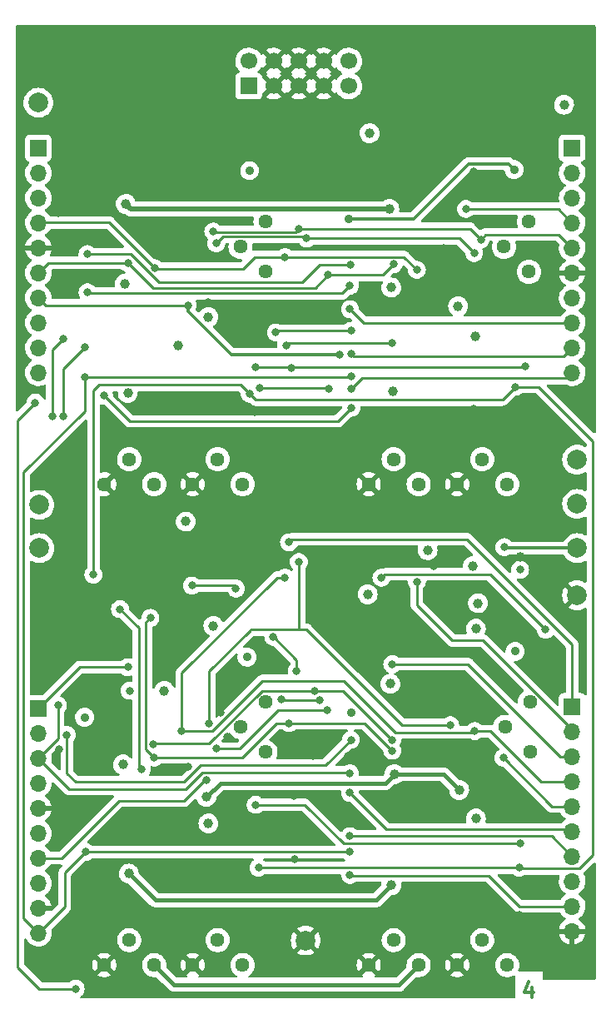
<source format=gbr>
%TF.GenerationSoftware,KiCad,Pcbnew,(6.0.11)*%
%TF.CreationDate,2023-05-28T11:22:07+01:00*%
%TF.ProjectId,Quadraphone,51756164-7261-4706-986f-6e652e6b6963,rev?*%
%TF.SameCoordinates,Original*%
%TF.FileFunction,Copper,L4,Bot*%
%TF.FilePolarity,Positive*%
%FSLAX46Y46*%
G04 Gerber Fmt 4.6, Leading zero omitted, Abs format (unit mm)*
G04 Created by KiCad (PCBNEW (6.0.11)) date 2023-05-28 11:22:07*
%MOMM*%
%LPD*%
G01*
G04 APERTURE LIST*
%ADD10C,0.300000*%
%TA.AperFunction,NonConductor*%
%ADD11C,0.300000*%
%TD*%
%TA.AperFunction,ComponentPad*%
%ADD12C,2.000000*%
%TD*%
%TA.AperFunction,ComponentPad*%
%ADD13C,1.440000*%
%TD*%
%TA.AperFunction,ComponentPad*%
%ADD14R,1.700000X1.700000*%
%TD*%
%TA.AperFunction,ComponentPad*%
%ADD15C,1.700000*%
%TD*%
%TA.AperFunction,ComponentPad*%
%ADD16O,1.700000X1.700000*%
%TD*%
%TA.AperFunction,ViaPad*%
%ADD17C,0.800000*%
%TD*%
%TA.AperFunction,ViaPad*%
%ADD18C,1.000000*%
%TD*%
%TA.AperFunction,ViaPad*%
%ADD19C,0.900000*%
%TD*%
%TA.AperFunction,Conductor*%
%ADD20C,0.500000*%
%TD*%
%TA.AperFunction,Conductor*%
%ADD21C,0.400000*%
%TD*%
%TA.AperFunction,Conductor*%
%ADD22C,0.250000*%
%TD*%
%TA.AperFunction,Conductor*%
%ADD23C,0.300000*%
%TD*%
G04 APERTURE END LIST*
D10*
%TO.C,FID1*%
D11*
X102985714Y-148378571D02*
X102985714Y-149378571D01*
X102628571Y-147807142D02*
X102271428Y-148878571D01*
X103200000Y-148878571D01*
%TD*%
D12*
%TO.P,TP6,1,1*%
%TO.N,-5V*%
X52800000Y-58400000D03*
%TD*%
D13*
%TO.P,HF_Track_Trim3,1,1*%
%TO.N,GND*%
X68500000Y-146100000D03*
%TO.P,HF_Track_Trim3,2,2*%
%TO.N,Net-(HF_Track_Trim3-Pad2)*%
X71040000Y-143560000D03*
%TO.P,HF_Track_Trim3,3,3*%
%TO.N,/OSCVoice3/HF_Track*%
X73580000Y-146100000D03*
%TD*%
%TO.P,HF_Track_Trim1,1,1*%
%TO.N,GND*%
X68500000Y-97200000D03*
%TO.P,HF_Track_Trim1,2,2*%
%TO.N,Net-(HF_Track_Trim1-Pad2)*%
X71040000Y-94660000D03*
%TO.P,HF_Track_Trim1,3,3*%
%TO.N,/OSCVoice1/HF_Track*%
X73580000Y-97200000D03*
%TD*%
%TO.P,Base_Freq_Trim4,1,1*%
%TO.N,GND*%
X86400000Y-146100000D03*
%TO.P,Base_Freq_Trim4,2,2*%
%TO.N,Net-(Base_Freq_Trim4-Pad2)*%
X88940000Y-143560000D03*
%TO.P,Base_Freq_Trim4,3,3*%
%TO.N,+5V*%
X91480000Y-146100000D03*
%TD*%
%TO.P,Expo_Trim2,1*%
%TO.N,Net-(Expo_Trim2-Pad1)*%
X102700000Y-75600000D03*
%TO.P,Expo_Trim2,2*%
%TO.N,+2V5*%
X100160000Y-73060000D03*
%TO.P,Expo_Trim2,3*%
%TO.N,N/C*%
X102700000Y-70520000D03*
%TD*%
D12*
%TO.P,TP7,1,1*%
%TO.N,-12V*%
X52900000Y-103700000D03*
%TD*%
D13*
%TO.P,Base_Freq_Trim1,1,1*%
%TO.N,GND*%
X59500000Y-97200000D03*
%TO.P,Base_Freq_Trim1,2,2*%
%TO.N,Net-(Base_Freq_Trim1-Pad2)*%
X62040000Y-94660000D03*
%TO.P,Base_Freq_Trim1,3,3*%
%TO.N,+5V*%
X64580000Y-97200000D03*
%TD*%
%TO.P,Expo_Trim3,1*%
%TO.N,Net-(Expo_Trim3-Pad1)*%
X75900000Y-124425000D03*
%TO.P,Expo_Trim3,2*%
%TO.N,+2V5*%
X73360000Y-121885000D03*
%TO.P,Expo_Trim3,3*%
%TO.N,N/C*%
X75900000Y-119345000D03*
%TD*%
D12*
%TO.P,TP5,1,1*%
%TO.N,GND*%
X107600000Y-108500000D03*
%TD*%
D13*
%TO.P,Expo_Trim4,1*%
%TO.N,Net-(Expo_Trim4-Pad1)*%
X102800000Y-124425000D03*
%TO.P,Expo_Trim4,2*%
%TO.N,+2V5*%
X100260000Y-121885000D03*
%TO.P,Expo_Trim4,3*%
%TO.N,N/C*%
X102800000Y-119345000D03*
%TD*%
D12*
%TO.P,TP8,1,1*%
%TO.N,/2.5V_Test*%
X107600000Y-103700000D03*
%TD*%
%TO.P,TP2,1,1*%
%TO.N,+5V*%
X107600000Y-94700000D03*
%TD*%
%TO.P,TP4,1,1*%
%TO.N,GND*%
X80000000Y-143600000D03*
%TD*%
D13*
%TO.P,Base_Freq_Trim2,1,1*%
%TO.N,GND*%
X86400000Y-97200000D03*
%TO.P,Base_Freq_Trim2,2,2*%
%TO.N,Net-(Base_Freq_Trim2-Pad2)*%
X88940000Y-94660000D03*
%TO.P,Base_Freq_Trim2,3,3*%
%TO.N,+5V*%
X91480000Y-97200000D03*
%TD*%
%TO.P,Expo_Trim1,1*%
%TO.N,Net-(Expo_Trim1-Pad1)*%
X75900000Y-75600000D03*
%TO.P,Expo_Trim1,2*%
%TO.N,+2V5*%
X73360000Y-73060000D03*
%TO.P,Expo_Trim1,3*%
%TO.N,N/C*%
X75900000Y-70520000D03*
%TD*%
%TO.P,Base_Freq_Trim3,1,1*%
%TO.N,GND*%
X59500000Y-146100000D03*
%TO.P,Base_Freq_Trim3,2,2*%
%TO.N,Net-(Base_Freq_Trim3-Pad2)*%
X62040000Y-143560000D03*
%TO.P,Base_Freq_Trim3,3,3*%
%TO.N,+5V*%
X64580000Y-146100000D03*
%TD*%
D12*
%TO.P,TP3,1,1*%
%TO.N,+2V5*%
X107600000Y-99200000D03*
%TD*%
D13*
%TO.P,HF_Track_Trim2,1,1*%
%TO.N,GND*%
X95400000Y-97200000D03*
%TO.P,HF_Track_Trim2,2,2*%
%TO.N,Net-(HF_Track_Trim2-Pad2)*%
X97940000Y-94660000D03*
%TO.P,HF_Track_Trim2,3,3*%
%TO.N,/OSCVoice2/HF_Track*%
X100480000Y-97200000D03*
%TD*%
%TO.P,HF_Track_Trim4,1,1*%
%TO.N,GND*%
X95400000Y-146100000D03*
%TO.P,HF_Track_Trim4,2,2*%
%TO.N,Net-(HF_Track_Trim4-Pad2)*%
X97940000Y-143560000D03*
%TO.P,HF_Track_Trim4,3,3*%
%TO.N,/OSCVoice4/HF_Track*%
X100480000Y-146100000D03*
%TD*%
D14*
%TO.P,J5,1,Pin_1*%
%TO.N,/-12V_IN*%
X74200000Y-56700000D03*
D15*
%TO.P,J5,2,Pin_2*%
X74200000Y-54160000D03*
%TO.P,J5,3,Pin_3*%
%TO.N,GND*%
X76740000Y-56700000D03*
%TO.P,J5,4,Pin_4*%
X76740000Y-54160000D03*
%TO.P,J5,5,Pin_5*%
X79280000Y-56700000D03*
%TO.P,J5,6,Pin_6*%
X79280000Y-54160000D03*
%TO.P,J5,7,Pin_7*%
X81820000Y-56700000D03*
%TO.P,J5,8,Pin_8*%
X81820000Y-54160000D03*
%TO.P,J5,9,Pin_9*%
%TO.N,/+12V_IN*%
X84360000Y-56700000D03*
%TO.P,J5,10,Pin_10*%
X84360000Y-54160000D03*
%TD*%
D12*
%TO.P,TP1,1,1*%
%TO.N,+12V*%
X52900000Y-99300000D03*
%TD*%
D14*
%TO.P,J4,1,Pin_1*%
%TO.N,/LIN_FREQ_IN*%
X107100000Y-119800000D03*
D16*
%TO.P,J4,2,Pin_2*%
%TO.N,/SOFT_SYNCH_SW*%
X107100000Y-122340000D03*
%TO.P,J4,3,Pin_3*%
%TO.N,/MIX_OUT4*%
X107100000Y-124880000D03*
%TO.P,J4,4,Pin_4*%
%TO.N,/TRIANGLE_SW*%
X107100000Y-127420000D03*
%TO.P,J4,5,Pin_5*%
%TO.N,/SYNCH_SIGNAL4*%
X107100000Y-129960000D03*
%TO.P,J4,6,Pin_6*%
%TO.N,/PWM_CV4*%
X107100000Y-132500000D03*
%TO.P,J4,7,Pin_7*%
%TO.N,/V_PER_OCT4*%
X107100000Y-135040000D03*
%TO.P,J4,8,Pin_8*%
%TO.N,/OCT_TUNE*%
X107100000Y-137580000D03*
%TO.P,J4,9,Pin_9*%
%TO.N,/FREQ_MOD4*%
X107100000Y-140120000D03*
%TO.P,J4,10,Pin_10*%
%TO.N,GND*%
X107100000Y-142660000D03*
%TD*%
D14*
%TO.P,J3,1,Pin_1*%
%TO.N,/MIX_OUT3*%
X52800000Y-120000000D03*
D16*
%TO.P,J3,2,Pin_2*%
%TO.N,/PWM_CV*%
X52800000Y-122540000D03*
%TO.P,J3,3,Pin_3*%
%TO.N,/PWM_POT*%
X52800000Y-125080000D03*
%TO.P,J3,4,Pin_4*%
%TO.N,/PWM_CV3*%
X52800000Y-127620000D03*
%TO.P,J3,5,Pin_5*%
%TO.N,GND*%
X52800000Y-130160000D03*
%TO.P,J3,6,Pin_6*%
%TO.N,/V_PER_OCT3*%
X52800000Y-132700000D03*
%TO.P,J3,7,Pin_7*%
%TO.N,/SYNCH_SIGNAL3*%
X52800000Y-135240000D03*
%TO.P,J3,8,Pin_8*%
%TO.N,/FREQ_MOD3*%
X52800000Y-137780000D03*
%TO.P,J3,9,Pin_9*%
%TO.N,GND*%
X52800000Y-140320000D03*
%TO.P,J3,10,Pin_10*%
%TO.N,/FINE_TUNE*%
X52800000Y-142860000D03*
%TD*%
D14*
%TO.P,J2,1,Pin_1*%
%TO.N,+12V*%
X107100000Y-63000000D03*
D16*
%TO.P,J2,2,Pin_2*%
%TO.N,+5V*%
X107100000Y-65540000D03*
%TO.P,J2,3,Pin_3*%
%TO.N,+2V5*%
X107100000Y-68080000D03*
%TO.P,J2,4,Pin_4*%
%TO.N,/MIX_OUT2*%
X107100000Y-70620000D03*
%TO.P,J2,5,Pin_5*%
%TO.N,/PULSE_SW*%
X107100000Y-73160000D03*
%TO.P,J2,6,Pin_6*%
%TO.N,GND*%
X107100000Y-75700000D03*
%TO.P,J2,7,Pin_7*%
%TO.N,/SYNCH_SIGNAL2*%
X107100000Y-78240000D03*
%TO.P,J2,8,Pin_8*%
%TO.N,/PWM_CV2*%
X107100000Y-80780000D03*
%TO.P,J2,9,Pin_9*%
%TO.N,/V_PER_OCT2*%
X107100000Y-83320000D03*
%TO.P,J2,10,Pin_10*%
%TO.N,/FREQ_MOD2*%
X107100000Y-85860000D03*
%TD*%
D14*
%TO.P,J1,1,Pin_1*%
%TO.N,-5V*%
X52800000Y-63000000D03*
D16*
%TO.P,J1,2,Pin_2*%
%TO.N,-12V*%
X52800000Y-65540000D03*
%TO.P,J1,3,Pin_3*%
%TO.N,/MIX_OUT1*%
X52800000Y-68080000D03*
%TO.P,J1,4,Pin_4*%
%TO.N,/HARD_SYNCH_SW*%
X52800000Y-70620000D03*
%TO.P,J1,5,Pin_5*%
%TO.N,GND*%
X52800000Y-73160000D03*
%TO.P,J1,6,Pin_6*%
%TO.N,/SAW_SW*%
X52800000Y-75700000D03*
%TO.P,J1,7,Pin_7*%
%TO.N,/SYNCH_SIGNAL1*%
X52800000Y-78240000D03*
%TO.P,J1,8,Pin_8*%
%TO.N,/PWM_CV1*%
X52800000Y-80780000D03*
%TO.P,J1,9,Pin_9*%
%TO.N,/V_PER_OCT1*%
X52800000Y-83320000D03*
%TO.P,J1,10,Pin_10*%
%TO.N,/FREQ_MOD1*%
X52800000Y-85860000D03*
%TD*%
D17*
%TO.N,GND*%
X94900000Y-126000000D03*
X51100000Y-56000000D03*
X72000000Y-122900000D03*
X59300000Y-56600000D03*
X68000000Y-125900000D03*
X95100000Y-52900000D03*
X92000000Y-113400000D03*
X97100000Y-65400000D03*
X94000000Y-73200000D03*
X80700000Y-124800000D03*
X83700000Y-112600000D03*
X75200000Y-66800000D03*
X75800000Y-115900000D03*
D18*
X101800000Y-104600000D03*
D17*
X67400000Y-72100000D03*
X74800000Y-89900000D03*
X57500000Y-57500000D03*
X84300000Y-124800000D03*
X65400000Y-64100000D03*
X101200000Y-112800000D03*
X103600000Y-52200000D03*
X66000000Y-99800000D03*
X74100000Y-106700000D03*
X97000000Y-114300000D03*
X78840145Y-135375500D03*
X97000000Y-138200000D03*
X54800000Y-69600000D03*
X70200000Y-89700000D03*
X98300000Y-121000000D03*
X65100000Y-113000000D03*
X54900000Y-124200000D03*
X75100000Y-137800000D03*
X92349312Y-64149312D03*
X97100000Y-89500000D03*
X93000000Y-105500000D03*
X78800000Y-128900000D03*
X57500000Y-117700000D03*
X70200000Y-65400000D03*
X93400000Y-51000000D03*
X97300000Y-77700000D03*
X61100000Y-58700000D03*
D18*
X100000000Y-100900000D03*
D17*
X70100000Y-78700000D03*
X70100000Y-138100000D03*
X100300000Y-61800000D03*
X91700000Y-52900000D03*
X101212299Y-88912299D03*
X90200000Y-118300000D03*
X93100000Y-108700000D03*
X108000000Y-52900000D03*
X102600000Y-64300000D03*
X63700000Y-106800000D03*
X57500000Y-75900000D03*
X101600000Y-137800000D03*
X71300000Y-120400000D03*
X74900000Y-63700000D03*
X101700000Y-141000000D03*
X72900000Y-109400000D03*
D18*
%TO.N,+2V5*%
X67000000Y-83100000D03*
X70100000Y-131700000D03*
X97300000Y-131200000D03*
X97000000Y-105500000D03*
X67800000Y-101000000D03*
X97287500Y-82187500D03*
%TO.N,+12V*%
X65600000Y-118200000D03*
X88500000Y-69200000D03*
X61700000Y-68700000D03*
D17*
X62100000Y-118200000D03*
D18*
X88600000Y-117500000D03*
%TO.N,+5V*%
X61600000Y-76800000D03*
X86300000Y-108400000D03*
X70100000Y-80200000D03*
X69891477Y-129013471D03*
X97512500Y-109300000D03*
X89000000Y-126700000D03*
X95500000Y-79100000D03*
X95600000Y-128300000D03*
X88700000Y-77200000D03*
X106268750Y-58600000D03*
X92400000Y-103900000D03*
X61400000Y-125700000D03*
D17*
%TO.N,/Start_Pulse*%
X74300000Y-88000000D03*
X101299999Y-87299998D03*
X101700000Y-136200000D03*
X58400000Y-106400000D03*
X75200000Y-136200000D03*
D18*
%TO.N,-12V*%
X61900000Y-87924500D03*
X97300000Y-111900000D03*
X62000000Y-136800000D03*
X70600000Y-111600000D03*
X88900000Y-87775500D03*
X86500000Y-61500000D03*
X88700000Y-138000000D03*
D17*
%TO.N,/LIN_FREQ_IN*%
X78300000Y-103100000D03*
%TO.N,/Linear_Frequency*%
X74900000Y-85300000D03*
X78575500Y-85367398D03*
X101800000Y-133724500D03*
X74900000Y-129800000D03*
X102300000Y-85200000D03*
%TO.N,/OSCVoice1/PWM_Control*%
X55300000Y-90300000D03*
X57500000Y-83300000D03*
%TO.N,/OSCVoice2/PWM_Control*%
X78000000Y-83100000D03*
X88800000Y-82800000D03*
D19*
%TO.N,-5V*%
X84400000Y-70200000D03*
X74300000Y-65300000D03*
X74010756Y-114789244D03*
X101300000Y-114200000D03*
X101200000Y-65200000D03*
X57499312Y-120899312D03*
X84600000Y-120400000D03*
D17*
%TO.N,/OSCVoice4/PWM_Control*%
X76700000Y-112724500D03*
X79075500Y-116179791D03*
%TO.N,/OSCVoice3/PWM_Control*%
X61100000Y-109900000D03*
X63300000Y-126200000D03*
%TO.N,/HARD_SYNCH_SW*%
X88800000Y-124300000D03*
X91300000Y-75400000D03*
X78300000Y-121500000D03*
X64652451Y-75227852D03*
X77900000Y-74100000D03*
X64200000Y-110800000D03*
X64600000Y-125000000D03*
%TO.N,/SOFT_SYNCH_SW*%
X91300000Y-107100000D03*
%TO.N,/PULSE_SW*%
X79300000Y-71200000D03*
X94700000Y-121700000D03*
X70600000Y-71500000D03*
X70185350Y-121575500D03*
X97800000Y-72300000D03*
X79300000Y-105098062D03*
%TO.N,/TRIANGLE_SW*%
X97200000Y-122300000D03*
X67400000Y-122300000D03*
X77900000Y-106700000D03*
X97125652Y-73687174D03*
X70900000Y-72700000D03*
X80100000Y-72200000D03*
%TO.N,/SAW_SW*%
X61900000Y-74700000D03*
X88800000Y-123200000D03*
X88921767Y-74824500D03*
X80875500Y-118243082D03*
X82300000Y-75900000D03*
X64481868Y-123614805D03*
%TO.N,/PWM_POT*%
X57800000Y-77675500D03*
X84500000Y-126600000D03*
X54800000Y-119700000D03*
X84500000Y-77000000D03*
%TO.N,/FINE_TUNE*%
X57500000Y-86300000D03*
X57600000Y-134600000D03*
X84600000Y-86242898D03*
X84500000Y-134600000D03*
%TO.N,/OCT_TUNE*%
X101800000Y-105900000D03*
%TO.N,/SYNCH_SIGNAL3*%
X69900000Y-127300000D03*
X82200000Y-120200000D03*
X70900000Y-124100000D03*
%TO.N,/MIX_OUT3*%
X61900000Y-115800000D03*
%TO.N,/SYNCH_SIGNAL4*%
X100108761Y-125021904D03*
%TO.N,/V_PER_OCT4*%
X84500000Y-133000000D03*
%TO.N,/FREQ_MOD4*%
X84497515Y-136924500D03*
%TO.N,/PWM_CV4*%
X84500000Y-128600000D03*
%TO.N,/MIX_OUT4*%
X88800000Y-115500000D03*
%TO.N,/SYNCH_SIGNAL1*%
X83437500Y-84037500D03*
X68000000Y-79000000D03*
%TO.N,/SYNCH_SIGNAL2*%
X87700000Y-106700000D03*
X104400000Y-112000000D03*
%TO.N,/V_PER_OCT2*%
X84600000Y-83918398D03*
%TO.N,/FREQ_MOD2*%
X84600000Y-87500000D03*
%TO.N,/PWM_CV2*%
X84500000Y-79400000D03*
%TO.N,/MIX_OUT2*%
X96300000Y-69200000D03*
%TO.N,/PWM_CV*%
X84524500Y-74900000D03*
X55700000Y-122700000D03*
X57800000Y-73800000D03*
X84600000Y-123200000D03*
%TO.N,/OSCVoice1/Soft_Synch*%
X82374001Y-87500000D03*
X75300000Y-87400000D03*
%TO.N,/OSCVoice3/Soft_Synch*%
X77500000Y-119100000D03*
X81400000Y-119200000D03*
%TO.N,/OSCVoice1/PWM_Opamp_Mix*%
X54200000Y-90300000D03*
X55300000Y-82400000D03*
%TO.N,/OSCVoice2/PWM_Opamp_Mix*%
X76963756Y-81763756D03*
X84600000Y-81600000D03*
%TO.N,/OSCVoice4/PWM_Opamp_Mix*%
X68424500Y-107500000D03*
X72900000Y-107800000D03*
%TO.N,/2.5V_Test*%
X100200000Y-103600000D03*
%TO.N,/Oct_Buff*%
X84643082Y-89424500D03*
X59500000Y-88200000D03*
X56600000Y-148500000D03*
X52500000Y-88900000D03*
%TD*%
D20*
%TO.N,+12V*%
X62200000Y-69200000D02*
X61700000Y-68700000D01*
X88500000Y-69200000D02*
X62200000Y-69200000D01*
D21*
%TO.N,+5V*%
X91480000Y-146100000D02*
X89480000Y-148100000D01*
X66580000Y-148100000D02*
X64580000Y-146100000D01*
X94000000Y-126700000D02*
X89000000Y-126700000D01*
X88100000Y-127600000D02*
X71304948Y-127600000D01*
X71304948Y-127600000D02*
X69891477Y-129013471D01*
X89000000Y-126700000D02*
X88100000Y-127600000D01*
X95600000Y-128300000D02*
X94000000Y-126700000D01*
X66580000Y-148100000D02*
X89480000Y-148100000D01*
D22*
%TO.N,/Start_Pulse*%
X101700000Y-136200000D02*
X101800000Y-136300000D01*
X59000500Y-87099500D02*
X58400000Y-87700000D01*
X99999997Y-88600000D02*
X101299999Y-87299998D01*
X101700000Y-136200000D02*
X75200000Y-136200000D01*
X109200000Y-92800000D02*
X103699998Y-87299998D01*
X101800000Y-136300000D02*
X107800000Y-136300000D01*
X74300000Y-88000000D02*
X73399500Y-87099500D01*
X103699998Y-87299998D02*
X101299999Y-87299998D01*
X109200000Y-134900000D02*
X109200000Y-92800000D01*
X74900000Y-88600000D02*
X99999997Y-88600000D01*
X74300000Y-88000000D02*
X74900000Y-88600000D01*
X73399500Y-87099500D02*
X59000500Y-87099500D01*
X107800000Y-136300000D02*
X109200000Y-134900000D01*
X58400000Y-87700000D02*
X58400000Y-106400000D01*
D21*
%TO.N,-12V*%
X87200000Y-139500000D02*
X88700000Y-138000000D01*
X62000000Y-136800000D02*
X64700000Y-139500000D01*
X64700000Y-139500000D02*
X87200000Y-139500000D01*
D22*
%TO.N,/LIN_FREQ_IN*%
X107100000Y-119800000D02*
X107100000Y-113500000D01*
X96400000Y-102800000D02*
X78600000Y-102800000D01*
X78600000Y-102800000D02*
X78300000Y-103100000D01*
X107100000Y-113500000D02*
X96400000Y-102800000D01*
%TO.N,/Linear_Frequency*%
X78508102Y-85300000D02*
X78575500Y-85367398D01*
X83850499Y-133750499D02*
X101774001Y-133750499D01*
X74900000Y-129800000D02*
X79900000Y-129800000D01*
X101774001Y-133750499D02*
X101800000Y-133724500D01*
X79900000Y-129800000D02*
X83850499Y-133750499D01*
X102100000Y-85300000D02*
X102200000Y-85200000D01*
X78775500Y-85300000D02*
X102100000Y-85300000D01*
X74900000Y-85300000D02*
X78508102Y-85300000D01*
%TO.N,/OSCVoice1/PWM_Control*%
X57500000Y-83300000D02*
X55300000Y-85500000D01*
X55300000Y-85500000D02*
X55300000Y-90300000D01*
%TO.N,/OSCVoice2/PWM_Control*%
X78300000Y-82800000D02*
X78000000Y-83100000D01*
X88800000Y-82800000D02*
X78300000Y-82800000D01*
D23*
%TO.N,-5V*%
X100600000Y-64600000D02*
X101200000Y-65200000D01*
X96600000Y-64600000D02*
X100600000Y-64600000D01*
X84400000Y-70200000D02*
X91000000Y-70200000D01*
X91000000Y-70200000D02*
X96600000Y-64600000D01*
D22*
%TO.N,/OSCVoice4/PWM_Control*%
X76724500Y-112724500D02*
X76700000Y-112724500D01*
X79075500Y-115075500D02*
X76724500Y-112724500D01*
X79075500Y-116179791D02*
X79075500Y-115075500D01*
%TO.N,/OSCVoice3/PWM_Control*%
X61100000Y-109900000D02*
X63000000Y-111800000D01*
X63000000Y-111800000D02*
X63000000Y-125900000D01*
X63000000Y-125900000D02*
X63300000Y-126200000D01*
%TO.N,/HARD_SYNCH_SW*%
X77000000Y-121500000D02*
X73500000Y-125000000D01*
X88800000Y-124300000D02*
X86000000Y-121500000D01*
X63757368Y-111242632D02*
X63757368Y-124157368D01*
X74800000Y-74100000D02*
X77900000Y-74100000D01*
X74800000Y-74100000D02*
X73600000Y-75300000D01*
X64724599Y-75300000D02*
X64652451Y-75227852D01*
X52820000Y-70600000D02*
X52800000Y-70620000D01*
X78100000Y-74100000D02*
X90000000Y-74100000D01*
X73500000Y-125000000D02*
X64600000Y-125000000D01*
X91300000Y-75400000D02*
X90000000Y-74100000D01*
X60024599Y-70600000D02*
X52820000Y-70600000D01*
X64652451Y-75227852D02*
X60024599Y-70600000D01*
X63757368Y-124157368D02*
X64600000Y-125000000D01*
X78500000Y-121500000D02*
X86000000Y-121500000D01*
X78300000Y-121500000D02*
X77000000Y-121500000D01*
X64200000Y-110800000D02*
X63757368Y-111242632D01*
X73600000Y-75300000D02*
X64724599Y-75300000D01*
%TO.N,/SOFT_SYNCH_SW*%
X91300000Y-109500000D02*
X91300000Y-107100000D01*
X98032854Y-113100000D02*
X94900000Y-113100000D01*
X107100000Y-122167146D02*
X98032854Y-113100000D01*
X107100000Y-122340000D02*
X107100000Y-122167146D01*
X94900000Y-113100000D02*
X91300000Y-109500000D01*
%TO.N,/PULSE_SW*%
X74400000Y-112000000D02*
X74350000Y-112050000D01*
X96700000Y-71200000D02*
X79300000Y-71200000D01*
X70600000Y-71500000D02*
X70665499Y-71565499D01*
X79400000Y-112000000D02*
X80100000Y-112000000D01*
X79400000Y-112000000D02*
X79300000Y-111900000D01*
X98300000Y-71800000D02*
X105740000Y-71800000D01*
X78934501Y-71565499D02*
X79300000Y-71200000D01*
X70185350Y-116214650D02*
X74350000Y-112050000D01*
X70185350Y-121575500D02*
X70185350Y-116214650D01*
X80100000Y-112000000D02*
X89800000Y-121700000D01*
X79300000Y-111900000D02*
X79300000Y-105098062D01*
X89800000Y-121700000D02*
X94700000Y-121700000D01*
X97800000Y-72300000D02*
X96700000Y-71200000D01*
X97800000Y-72300000D02*
X98300000Y-71800000D01*
X70665499Y-71565499D02*
X78934501Y-71565499D01*
X105740000Y-71800000D02*
X107100000Y-73160000D01*
X74400000Y-112000000D02*
X79400000Y-112000000D01*
%TO.N,/TRIANGLE_SW*%
X107100000Y-127420000D02*
X103920000Y-127420000D01*
X75600000Y-117200000D02*
X70500000Y-122300000D01*
X103920000Y-127420000D02*
X98800000Y-122300000D01*
X83900000Y-117200000D02*
X75600000Y-117200000D01*
X77100000Y-106700000D02*
X67400000Y-116400000D01*
X70500000Y-122300000D02*
X67400000Y-122300000D01*
X95638478Y-72200000D02*
X80400000Y-72200000D01*
X67400000Y-116400000D02*
X67400000Y-122300000D01*
X80100000Y-72200000D02*
X79915000Y-72015000D01*
X97125652Y-73687174D02*
X95638478Y-72200000D01*
X97200000Y-122300000D02*
X97075500Y-122424500D01*
X79915000Y-72015000D02*
X71585000Y-72015000D01*
X89124500Y-122424500D02*
X83900000Y-117200000D01*
X97075500Y-122424500D02*
X89124500Y-122424500D01*
X71585000Y-72015000D02*
X70900000Y-72700000D01*
X98800000Y-122300000D02*
X97200000Y-122300000D01*
X77900000Y-106700000D02*
X77100000Y-106700000D01*
%TO.N,/SAW_SW*%
X64445000Y-77245000D02*
X80955000Y-77245000D01*
X75550000Y-118200000D02*
X70150000Y-123600000D01*
X80955000Y-77245000D02*
X82300000Y-75900000D01*
X64496673Y-123600000D02*
X64481868Y-123614805D01*
X61900000Y-74700000D02*
X53800000Y-74700000D01*
X53800000Y-74700000D02*
X52800000Y-75700000D01*
X83800000Y-118200000D02*
X75550000Y-118200000D01*
X88921767Y-74824500D02*
X87846267Y-75900000D01*
X61900000Y-74700000D02*
X64445000Y-77245000D01*
X70150000Y-123600000D02*
X64496673Y-123600000D01*
X88800000Y-123200000D02*
X83800000Y-118200000D01*
X87846267Y-75900000D02*
X82300000Y-75900000D01*
%TO.N,/PWM_POT*%
X69500000Y-126500000D02*
X84400000Y-126500000D01*
X57924500Y-77800000D02*
X57800000Y-77675500D01*
X84500000Y-77000000D02*
X83700000Y-77800000D01*
X52800000Y-125080000D02*
X54800000Y-123080000D01*
X52800000Y-125080000D02*
X55920000Y-128200000D01*
X54800000Y-123080000D02*
X54800000Y-119700000D01*
X67800000Y-128200000D02*
X69500000Y-126500000D01*
X84400000Y-126500000D02*
X84500000Y-126600000D01*
X83700000Y-77800000D02*
X57924500Y-77800000D01*
X55920000Y-128200000D02*
X67800000Y-128200000D01*
%TO.N,/FINE_TUNE*%
X51300000Y-141360000D02*
X51300000Y-96000000D01*
X57600000Y-134600000D02*
X55500000Y-136700000D01*
X55500000Y-140160000D02*
X52800000Y-142860000D01*
X55500000Y-136700000D02*
X55500000Y-140160000D01*
X57500000Y-89800000D02*
X57500000Y-86300000D01*
X57600000Y-134600000D02*
X84500000Y-134600000D01*
X52800000Y-142860000D02*
X51300000Y-141360000D01*
X84542898Y-86300000D02*
X84600000Y-86242898D01*
X57500000Y-86300000D02*
X84542898Y-86300000D01*
X51300000Y-96000000D02*
X57500000Y-89800000D01*
%TO.N,/SYNCH_SIGNAL3*%
X52800000Y-135240000D02*
X55160000Y-135240000D01*
X67600000Y-129400000D02*
X69700000Y-127300000D01*
X69700000Y-127300000D02*
X69900000Y-127300000D01*
X55160000Y-135240000D02*
X61000000Y-129400000D01*
X73300000Y-124100000D02*
X70900000Y-124100000D01*
X77200000Y-120200000D02*
X73300000Y-124100000D01*
X61000000Y-129400000D02*
X67600000Y-129400000D01*
X82200000Y-120200000D02*
X77200000Y-120200000D01*
%TO.N,/MIX_OUT3*%
X52800000Y-120000000D02*
X57000000Y-115800000D01*
X57000000Y-115800000D02*
X61900000Y-115800000D01*
%TO.N,/SYNCH_SIGNAL4*%
X107100000Y-129960000D02*
X105046857Y-129960000D01*
X105046857Y-129960000D02*
X100108761Y-125021904D01*
%TO.N,/V_PER_OCT4*%
X107100000Y-135040000D02*
X105060000Y-133000000D01*
X105060000Y-133000000D02*
X84500000Y-133000000D01*
%TO.N,/FREQ_MOD4*%
X84573015Y-137000000D02*
X84497515Y-136924500D01*
X101720000Y-140120000D02*
X98600000Y-137000000D01*
X98600000Y-137000000D02*
X84573015Y-137000000D01*
X107100000Y-140120000D02*
X101720000Y-140120000D01*
%TO.N,/PWM_CV4*%
X106900000Y-132300000D02*
X88200000Y-132300000D01*
X107100000Y-132500000D02*
X106900000Y-132300000D01*
X88200000Y-132300000D02*
X84500000Y-128600000D01*
%TO.N,/MIX_OUT4*%
X107100000Y-124880000D02*
X105897919Y-124880000D01*
X96517919Y-115500000D02*
X88800000Y-115500000D01*
X105897919Y-124880000D02*
X96517919Y-115500000D01*
D23*
%TO.N,/SYNCH_SIGNAL1*%
X68000000Y-79600000D02*
X72437500Y-84037500D01*
X68000000Y-79000000D02*
X68000000Y-79600000D01*
D22*
X53560000Y-79000000D02*
X68000000Y-79000000D01*
D23*
X72437500Y-84037500D02*
X83437500Y-84037500D01*
D22*
X52800000Y-78240000D02*
X53560000Y-79000000D01*
%TO.N,/SYNCH_SIGNAL2*%
X104400000Y-112000000D02*
X98775500Y-106375500D01*
X88024500Y-106375500D02*
X87700000Y-106700000D01*
X98775500Y-106375500D02*
X88024500Y-106375500D01*
%TO.N,/V_PER_OCT2*%
X106250000Y-84170000D02*
X84851602Y-84170000D01*
X107100000Y-83320000D02*
X106250000Y-84170000D01*
X84851602Y-84170000D02*
X84600000Y-83918398D01*
%TO.N,/FREQ_MOD2*%
X106560000Y-86400000D02*
X85700000Y-86400000D01*
X107100000Y-85860000D02*
X106560000Y-86400000D01*
X85700000Y-86400000D02*
X84600000Y-87500000D01*
%TO.N,/PWM_CV2*%
X85880000Y-80780000D02*
X84500000Y-79400000D01*
X107100000Y-80780000D02*
X85880000Y-80780000D01*
%TO.N,/MIX_OUT2*%
X105680000Y-69200000D02*
X107100000Y-70620000D01*
X96300000Y-69200000D02*
X105680000Y-69200000D01*
%TO.N,/PWM_CV*%
X81400000Y-74900000D02*
X79655000Y-76645000D01*
X67600000Y-127500000D02*
X56600000Y-127500000D01*
X84600000Y-123200000D02*
X82000000Y-125800000D01*
X82000000Y-125800000D02*
X69300000Y-125800000D01*
X79655000Y-76645000D02*
X65045000Y-76645000D01*
X84524500Y-74900000D02*
X81400000Y-74900000D01*
X69300000Y-125800000D02*
X67600000Y-127500000D01*
X56600000Y-127500000D02*
X55700000Y-126600000D01*
X62200000Y-73800000D02*
X57800000Y-73800000D01*
X55700000Y-126600000D02*
X55700000Y-122700000D01*
X65045000Y-76645000D02*
X62200000Y-73800000D01*
%TO.N,/OSCVoice1/Soft_Synch*%
X75300000Y-87400000D02*
X82274001Y-87400000D01*
X82274001Y-87400000D02*
X82374001Y-87500000D01*
%TO.N,/OSCVoice3/Soft_Synch*%
X77600000Y-119200000D02*
X77500000Y-119100000D01*
X81400000Y-119200000D02*
X77600000Y-119200000D01*
%TO.N,/OSCVoice1/PWM_Opamp_Mix*%
X54200000Y-83500000D02*
X55300000Y-82400000D01*
X54200000Y-90300000D02*
X54200000Y-83500000D01*
%TO.N,/OSCVoice2/PWM_Opamp_Mix*%
X77127512Y-81600000D02*
X76963756Y-81763756D01*
X84600000Y-81600000D02*
X77127512Y-81600000D01*
%TO.N,/OSCVoice4/PWM_Opamp_Mix*%
X68424500Y-107500000D02*
X72600000Y-107500000D01*
X72600000Y-107500000D02*
X72900000Y-107800000D01*
D23*
%TO.N,/2.5V_Test*%
X100300000Y-103700000D02*
X107600000Y-103700000D01*
X100200000Y-103600000D02*
X100300000Y-103700000D01*
D22*
%TO.N,/Oct_Buff*%
X52900000Y-148500000D02*
X56600000Y-148500000D01*
X62100000Y-90800000D02*
X83267582Y-90800000D01*
X50700000Y-146300000D02*
X52900000Y-148500000D01*
X83267582Y-90800000D02*
X84643082Y-89424500D01*
X50700000Y-90700000D02*
X50700000Y-146300000D01*
X59500000Y-88200000D02*
X62100000Y-90800000D01*
X50700000Y-90700000D02*
X52500000Y-88900000D01*
%TD*%
%TA.AperFunction,Conductor*%
%TO.N,GND*%
G36*
X74664974Y-135253502D02*
G01*
X74711467Y-135307158D01*
X74721571Y-135377432D01*
X74692077Y-135442012D01*
X74670914Y-135461436D01*
X74602174Y-135511379D01*
X74588747Y-135521134D01*
X74460960Y-135663056D01*
X74365473Y-135828444D01*
X74306458Y-136010072D01*
X74305768Y-136016633D01*
X74305768Y-136016635D01*
X74294154Y-136127137D01*
X74286496Y-136200000D01*
X74287186Y-136206565D01*
X74295264Y-136283419D01*
X74306458Y-136389928D01*
X74365473Y-136571556D01*
X74368776Y-136577278D01*
X74368777Y-136577279D01*
X74383724Y-136603167D01*
X74460960Y-136736944D01*
X74465378Y-136741851D01*
X74465379Y-136741852D01*
X74565909Y-136853502D01*
X74588747Y-136878866D01*
X74681800Y-136946473D01*
X74731984Y-136982934D01*
X74743248Y-136991118D01*
X74749276Y-136993802D01*
X74749278Y-136993803D01*
X74795976Y-137014594D01*
X74917712Y-137068794D01*
X75011113Y-137088647D01*
X75098056Y-137107128D01*
X75098061Y-137107128D01*
X75104513Y-137108500D01*
X75295487Y-137108500D01*
X75301939Y-137107128D01*
X75301944Y-137107128D01*
X75388887Y-137088647D01*
X75482288Y-137068794D01*
X75604024Y-137014594D01*
X75650722Y-136993803D01*
X75650724Y-136993802D01*
X75656752Y-136991118D01*
X75668017Y-136982934D01*
X75789671Y-136894546D01*
X75811253Y-136878866D01*
X75815668Y-136873963D01*
X75820580Y-136869540D01*
X75821705Y-136870789D01*
X75875014Y-136837949D01*
X75908200Y-136833500D01*
X83460995Y-136833500D01*
X83529116Y-136853502D01*
X83575609Y-136907158D01*
X83586305Y-136946329D01*
X83602772Y-137103002D01*
X83603973Y-137114428D01*
X83662988Y-137296056D01*
X83666291Y-137301778D01*
X83666292Y-137301779D01*
X83682416Y-137329707D01*
X83758475Y-137461444D01*
X83886262Y-137603366D01*
X84040763Y-137715618D01*
X84046791Y-137718302D01*
X84046793Y-137718303D01*
X84208882Y-137790469D01*
X84215227Y-137793294D01*
X84305019Y-137812380D01*
X84395571Y-137831628D01*
X84395576Y-137831628D01*
X84402028Y-137833000D01*
X84593002Y-137833000D01*
X84599454Y-137831628D01*
X84599459Y-137831628D01*
X84690011Y-137812380D01*
X84779803Y-137793294D01*
X84786148Y-137790469D01*
X84948237Y-137718303D01*
X84948239Y-137718302D01*
X84954267Y-137715618D01*
X85034171Y-137657564D01*
X85101038Y-137633706D01*
X85108232Y-137633500D01*
X87586900Y-137633500D01*
X87655021Y-137653502D01*
X87701514Y-137707158D01*
X87711618Y-137777432D01*
X87710450Y-137783995D01*
X87708765Y-137789306D01*
X87708078Y-137795427D01*
X87708078Y-137795429D01*
X87688421Y-137970679D01*
X87660950Y-138036146D01*
X87652301Y-138045729D01*
X86943435Y-138754595D01*
X86881123Y-138788621D01*
X86854340Y-138791500D01*
X65045661Y-138791500D01*
X64977540Y-138771498D01*
X64956566Y-138754595D01*
X63046522Y-136844552D01*
X63012497Y-136782240D01*
X63010218Y-136767753D01*
X63006683Y-136731702D01*
X62994080Y-136603167D01*
X62936916Y-136413831D01*
X62844066Y-136239204D01*
X62746268Y-136119292D01*
X62722960Y-136090713D01*
X62722957Y-136090710D01*
X62719065Y-136085938D01*
X62712441Y-136080458D01*
X62571425Y-135963799D01*
X62571421Y-135963797D01*
X62566675Y-135959870D01*
X62392701Y-135865802D01*
X62203768Y-135807318D01*
X62197643Y-135806674D01*
X62197642Y-135806674D01*
X62013204Y-135787289D01*
X62013202Y-135787289D01*
X62007075Y-135786645D01*
X61924576Y-135794153D01*
X61816251Y-135804011D01*
X61816248Y-135804012D01*
X61810112Y-135804570D01*
X61804206Y-135806308D01*
X61804202Y-135806309D01*
X61707639Y-135834729D01*
X61620381Y-135860410D01*
X61614923Y-135863263D01*
X61614919Y-135863265D01*
X61591130Y-135875702D01*
X61445110Y-135952040D01*
X61290975Y-136075968D01*
X61163846Y-136227474D01*
X61160879Y-136232872D01*
X61160875Y-136232877D01*
X61095873Y-136351117D01*
X61068567Y-136400787D01*
X61066706Y-136406654D01*
X61066705Y-136406656D01*
X61014449Y-136571389D01*
X61008765Y-136589306D01*
X60986719Y-136785851D01*
X60987235Y-136791995D01*
X61001138Y-136957564D01*
X61003268Y-136982934D01*
X61022096Y-137048595D01*
X61042774Y-137120706D01*
X61057783Y-137173050D01*
X61148187Y-137348956D01*
X61271035Y-137503953D01*
X61275728Y-137507947D01*
X61275729Y-137507948D01*
X61339854Y-137562522D01*
X61421650Y-137632136D01*
X61594294Y-137728624D01*
X61782392Y-137789740D01*
X61946432Y-137809301D01*
X61972253Y-137812380D01*
X62037526Y-137840308D01*
X62046429Y-137848399D01*
X64178550Y-139980520D01*
X64184404Y-139986785D01*
X64222439Y-140030385D01*
X64228657Y-140034755D01*
X64274697Y-140067112D01*
X64279993Y-140071045D01*
X64330282Y-140110477D01*
X64337204Y-140113602D01*
X64339452Y-140114964D01*
X64354185Y-140123368D01*
X64356524Y-140124622D01*
X64362739Y-140128990D01*
X64369815Y-140131749D01*
X64369819Y-140131751D01*
X64422274Y-140152202D01*
X64428352Y-140154757D01*
X64486574Y-140181045D01*
X64494045Y-140182429D01*
X64496599Y-140183230D01*
X64512878Y-140187867D01*
X64515433Y-140188523D01*
X64522509Y-140191282D01*
X64543262Y-140194014D01*
X64585851Y-140199621D01*
X64592367Y-140200653D01*
X64642033Y-140209858D01*
X64655187Y-140212296D01*
X64662767Y-140211859D01*
X64662768Y-140211859D01*
X64717398Y-140208709D01*
X64724651Y-140208500D01*
X87171088Y-140208500D01*
X87179658Y-140208792D01*
X87229776Y-140212209D01*
X87229780Y-140212209D01*
X87237352Y-140212725D01*
X87244829Y-140211420D01*
X87244830Y-140211420D01*
X87271308Y-140206799D01*
X87300303Y-140201738D01*
X87306821Y-140200777D01*
X87370242Y-140193102D01*
X87377343Y-140190419D01*
X87379952Y-140189778D01*
X87396262Y-140185315D01*
X87398798Y-140184550D01*
X87406284Y-140183243D01*
X87464800Y-140157556D01*
X87470904Y-140155065D01*
X87471717Y-140154758D01*
X87530656Y-140132487D01*
X87536919Y-140128183D01*
X87539285Y-140126946D01*
X87554097Y-140118701D01*
X87556351Y-140117368D01*
X87563305Y-140114315D01*
X87614002Y-140075413D01*
X87619332Y-140071541D01*
X87665720Y-140039661D01*
X87665725Y-140039656D01*
X87671981Y-140035357D01*
X87713436Y-139988829D01*
X87718416Y-139983554D01*
X88656691Y-139045279D01*
X88719003Y-139011253D01*
X88736115Y-139008746D01*
X88790929Y-139004528D01*
X88869830Y-138998457D01*
X88869834Y-138998456D01*
X88875972Y-138997984D01*
X89066463Y-138944798D01*
X89071967Y-138942018D01*
X89071969Y-138942017D01*
X89237495Y-138858404D01*
X89237497Y-138858403D01*
X89242996Y-138855625D01*
X89398847Y-138733861D01*
X89528078Y-138584145D01*
X89625769Y-138412179D01*
X89688197Y-138224513D01*
X89712985Y-138028295D01*
X89713380Y-138000000D01*
X89694080Y-137803167D01*
X89691893Y-137795923D01*
X89691887Y-137795192D01*
X89691102Y-137791226D01*
X89691856Y-137791077D01*
X89691348Y-137724930D01*
X89729273Y-137664911D01*
X89793626Y-137634924D01*
X89812513Y-137633500D01*
X98285406Y-137633500D01*
X98353527Y-137653502D01*
X98374501Y-137670405D01*
X101216343Y-140512247D01*
X101223887Y-140520537D01*
X101228000Y-140527018D01*
X101233777Y-140532443D01*
X101277667Y-140573658D01*
X101280509Y-140576413D01*
X101300230Y-140596134D01*
X101303425Y-140598612D01*
X101312447Y-140606318D01*
X101344679Y-140636586D01*
X101351628Y-140640406D01*
X101362432Y-140646346D01*
X101378956Y-140657199D01*
X101394959Y-140669613D01*
X101435543Y-140687176D01*
X101446173Y-140692383D01*
X101484940Y-140713695D01*
X101492617Y-140715666D01*
X101492622Y-140715668D01*
X101504558Y-140718732D01*
X101523266Y-140725137D01*
X101541855Y-140733181D01*
X101549683Y-140734421D01*
X101549690Y-140734423D01*
X101585524Y-140740099D01*
X101597144Y-140742505D01*
X101632289Y-140751528D01*
X101639970Y-140753500D01*
X101660224Y-140753500D01*
X101679934Y-140755051D01*
X101699943Y-140758220D01*
X101707835Y-140757474D01*
X101743961Y-140754059D01*
X101755819Y-140753500D01*
X105824274Y-140753500D01*
X105892395Y-140773502D01*
X105931707Y-140813665D01*
X105999987Y-140925088D01*
X106146250Y-141093938D01*
X106318126Y-141236632D01*
X106391955Y-141279774D01*
X106440679Y-141331412D01*
X106453750Y-141401195D01*
X106427019Y-141466967D01*
X106386562Y-141500327D01*
X106378457Y-141504546D01*
X106369738Y-141510036D01*
X106199433Y-141637905D01*
X106191726Y-141644748D01*
X106044590Y-141798717D01*
X106038104Y-141806727D01*
X105918098Y-141982649D01*
X105913000Y-141991623D01*
X105823338Y-142184783D01*
X105819775Y-142194470D01*
X105764389Y-142394183D01*
X105765912Y-142402607D01*
X105778292Y-142406000D01*
X108418344Y-142406000D01*
X108431875Y-142402027D01*
X108433180Y-142392947D01*
X108391214Y-142225875D01*
X108387894Y-142216124D01*
X108302972Y-142020814D01*
X108298105Y-142011739D01*
X108182426Y-141832926D01*
X108176136Y-141824757D01*
X108032806Y-141667240D01*
X108025273Y-141660215D01*
X107858139Y-141528222D01*
X107849556Y-141522520D01*
X107812602Y-141502120D01*
X107762631Y-141451687D01*
X107747859Y-141382245D01*
X107772975Y-141315839D01*
X107800327Y-141289232D01*
X107823797Y-141272491D01*
X107979860Y-141161173D01*
X108138096Y-141003489D01*
X108268453Y-140822077D01*
X108272611Y-140813665D01*
X108365136Y-140626453D01*
X108365137Y-140626451D01*
X108367430Y-140621811D01*
X108432370Y-140408069D01*
X108461529Y-140186590D01*
X108461611Y-140183230D01*
X108463074Y-140123365D01*
X108463074Y-140123361D01*
X108463156Y-140120000D01*
X108444852Y-139897361D01*
X108390431Y-139680702D01*
X108301354Y-139475840D01*
X108261906Y-139414862D01*
X108182822Y-139292617D01*
X108182820Y-139292614D01*
X108180014Y-139288277D01*
X108029670Y-139123051D01*
X108025619Y-139119852D01*
X108025615Y-139119848D01*
X107858414Y-138987800D01*
X107858410Y-138987798D01*
X107854359Y-138984598D01*
X107813053Y-138961796D01*
X107763084Y-138911364D01*
X107748312Y-138841921D01*
X107773428Y-138775516D01*
X107800780Y-138748909D01*
X107844603Y-138717650D01*
X107979860Y-138621173D01*
X108022398Y-138578784D01*
X108134435Y-138467137D01*
X108138096Y-138463489D01*
X108197594Y-138380689D01*
X108265435Y-138286277D01*
X108268453Y-138282077D01*
X108299928Y-138218393D01*
X108365136Y-138086453D01*
X108365137Y-138086451D01*
X108367430Y-138081811D01*
X108432370Y-137868069D01*
X108461529Y-137646590D01*
X108463156Y-137580000D01*
X108444852Y-137357361D01*
X108390431Y-137140702D01*
X108301354Y-136935840D01*
X108261896Y-136874847D01*
X108241689Y-136806787D01*
X108261485Y-136738606D01*
X108278593Y-136717312D01*
X109276405Y-135719500D01*
X109338717Y-135685474D01*
X109409532Y-135690539D01*
X109466368Y-135733086D01*
X109491179Y-135799606D01*
X109491500Y-135808595D01*
X109491500Y-147474000D01*
X109471498Y-147542121D01*
X109417842Y-147588614D01*
X109365500Y-147600000D01*
X104198786Y-147600000D01*
X104130665Y-147579998D01*
X104084172Y-147526342D01*
X104072786Y-147474000D01*
X104072786Y-146759000D01*
X101725984Y-146759000D01*
X101657863Y-146738998D01*
X101611370Y-146685342D01*
X101601266Y-146615068D01*
X101611789Y-146579751D01*
X101636497Y-146526764D01*
X101636499Y-146526759D01*
X101638822Y-146521777D01*
X101694458Y-146314142D01*
X101713193Y-146100000D01*
X101694458Y-145885858D01*
X101638822Y-145678223D01*
X101547976Y-145483404D01*
X101424681Y-145307319D01*
X101272681Y-145155319D01*
X101096597Y-145032024D01*
X101091619Y-145029703D01*
X101091616Y-145029701D01*
X100906759Y-144943501D01*
X100906758Y-144943500D01*
X100901777Y-144941178D01*
X100896469Y-144939756D01*
X100896467Y-144939755D01*
X100699457Y-144886966D01*
X100699455Y-144886966D01*
X100694142Y-144885542D01*
X100480000Y-144866807D01*
X100265858Y-144885542D01*
X100260545Y-144886966D01*
X100260543Y-144886966D01*
X100063533Y-144939755D01*
X100063531Y-144939756D01*
X100058223Y-144941178D01*
X100053243Y-144943500D01*
X100053241Y-144943501D01*
X99868385Y-145029701D01*
X99868382Y-145029703D01*
X99863404Y-145032024D01*
X99687319Y-145155319D01*
X99535319Y-145307319D01*
X99412024Y-145483404D01*
X99321178Y-145678223D01*
X99265542Y-145885858D01*
X99246807Y-146100000D01*
X99265542Y-146314142D01*
X99321178Y-146521777D01*
X99323500Y-146526757D01*
X99323501Y-146526759D01*
X99364681Y-146615068D01*
X99412024Y-146716596D01*
X99535319Y-146892681D01*
X99687319Y-147044681D01*
X99863403Y-147167976D01*
X99868381Y-147170297D01*
X99868384Y-147170299D01*
X100036171Y-147248539D01*
X100058223Y-147258822D01*
X100063531Y-147260244D01*
X100063533Y-147260245D01*
X100260543Y-147313034D01*
X100260545Y-147313034D01*
X100265858Y-147314458D01*
X100480000Y-147333193D01*
X100694142Y-147314458D01*
X100699455Y-147313034D01*
X100699457Y-147313034D01*
X100896467Y-147260245D01*
X100896469Y-147260244D01*
X100901777Y-147258822D01*
X100923829Y-147248539D01*
X101091616Y-147170299D01*
X101091619Y-147170297D01*
X101096597Y-147167976D01*
X101128947Y-147145324D01*
X101196219Y-147122638D01*
X101265079Y-147139923D01*
X101313663Y-147191693D01*
X101327215Y-147248539D01*
X101327215Y-149365500D01*
X101307213Y-149433621D01*
X101253557Y-149480114D01*
X101201215Y-149491500D01*
X57168738Y-149491500D01*
X57100617Y-149471498D01*
X57054124Y-149417842D01*
X57044020Y-149347568D01*
X57073514Y-149282988D01*
X57094677Y-149263564D01*
X57136976Y-149232832D01*
X57211253Y-149178866D01*
X57247851Y-149138220D01*
X57334621Y-149041852D01*
X57334622Y-149041851D01*
X57339040Y-149036944D01*
X57434527Y-148871556D01*
X57493542Y-148689928D01*
X57513504Y-148500000D01*
X57493542Y-148310072D01*
X57434527Y-148128444D01*
X57339040Y-147963056D01*
X57211253Y-147821134D01*
X57056752Y-147708882D01*
X57050724Y-147706198D01*
X57050722Y-147706197D01*
X56888319Y-147633891D01*
X56888318Y-147633891D01*
X56882288Y-147631206D01*
X56788888Y-147611353D01*
X56701944Y-147592872D01*
X56701939Y-147592872D01*
X56695487Y-147591500D01*
X56504513Y-147591500D01*
X56498061Y-147592872D01*
X56498056Y-147592872D01*
X56411112Y-147611353D01*
X56317712Y-147631206D01*
X56311682Y-147633891D01*
X56311681Y-147633891D01*
X56149278Y-147706197D01*
X56149276Y-147706198D01*
X56143248Y-147708882D01*
X55988747Y-147821134D01*
X55984332Y-147826037D01*
X55979420Y-147830460D01*
X55978295Y-147829211D01*
X55924986Y-147862051D01*
X55891800Y-147866500D01*
X53214594Y-147866500D01*
X53146473Y-147846498D01*
X53125499Y-147829595D01*
X52424525Y-147128621D01*
X58835933Y-147128621D01*
X58845227Y-147140635D01*
X58879146Y-147164385D01*
X58888641Y-147169868D01*
X59073413Y-147256028D01*
X59083705Y-147259774D01*
X59280632Y-147312540D01*
X59291425Y-147314443D01*
X59494525Y-147332212D01*
X59505475Y-147332212D01*
X59708575Y-147314443D01*
X59719368Y-147312540D01*
X59916295Y-147259774D01*
X59926587Y-147256028D01*
X60111359Y-147169868D01*
X60120854Y-147164385D01*
X60155607Y-147140051D01*
X60163983Y-147129572D01*
X60156916Y-147116127D01*
X59512811Y-146472021D01*
X59498868Y-146464408D01*
X59497034Y-146464539D01*
X59490420Y-146468790D01*
X58842360Y-147116851D01*
X58835933Y-147128621D01*
X52424525Y-147128621D01*
X51401380Y-146105475D01*
X58267788Y-146105475D01*
X58285557Y-146308575D01*
X58287460Y-146319368D01*
X58340226Y-146516295D01*
X58343972Y-146526587D01*
X58430135Y-146711364D01*
X58435613Y-146720850D01*
X58459949Y-146755607D01*
X58470428Y-146763983D01*
X58483872Y-146756917D01*
X59127979Y-146112811D01*
X59134356Y-146101132D01*
X59864408Y-146101132D01*
X59864539Y-146102966D01*
X59868790Y-146109580D01*
X60516851Y-146757640D01*
X60528621Y-146764067D01*
X60540635Y-146754772D01*
X60564387Y-146720850D01*
X60569865Y-146711364D01*
X60656028Y-146526587D01*
X60659774Y-146516295D01*
X60712540Y-146319368D01*
X60714443Y-146308575D01*
X60732212Y-146105475D01*
X60732212Y-146100000D01*
X63346807Y-146100000D01*
X63365542Y-146314142D01*
X63421178Y-146521777D01*
X63423500Y-146526757D01*
X63423501Y-146526759D01*
X63464681Y-146615068D01*
X63512024Y-146716596D01*
X63635319Y-146892681D01*
X63787319Y-147044681D01*
X63963403Y-147167976D01*
X63968381Y-147170297D01*
X63968384Y-147170299D01*
X64136171Y-147248539D01*
X64158223Y-147258822D01*
X64163531Y-147260244D01*
X64163533Y-147260245D01*
X64360543Y-147313034D01*
X64360545Y-147313034D01*
X64365858Y-147314458D01*
X64580000Y-147333193D01*
X64585475Y-147332714D01*
X64585476Y-147332714D01*
X64734092Y-147319712D01*
X64803696Y-147333701D01*
X64834168Y-147356138D01*
X65446803Y-147968774D01*
X66058557Y-148580528D01*
X66064411Y-148586793D01*
X66102439Y-148630385D01*
X66154729Y-148667136D01*
X66159971Y-148671028D01*
X66210282Y-148710476D01*
X66217201Y-148713600D01*
X66219493Y-148714988D01*
X66234165Y-148723357D01*
X66236525Y-148724622D01*
X66242739Y-148728990D01*
X66249818Y-148731750D01*
X66249820Y-148731751D01*
X66302275Y-148752202D01*
X66308344Y-148754753D01*
X66366573Y-148781045D01*
X66374046Y-148782430D01*
X66376612Y-148783234D01*
X66392835Y-148787855D01*
X66395427Y-148788520D01*
X66402509Y-148791282D01*
X66410044Y-148792274D01*
X66465861Y-148799622D01*
X66472377Y-148800654D01*
X66510770Y-148807770D01*
X66535186Y-148812295D01*
X66542766Y-148811858D01*
X66542767Y-148811858D01*
X66597380Y-148808709D01*
X66604633Y-148808500D01*
X89451088Y-148808500D01*
X89459658Y-148808792D01*
X89509776Y-148812209D01*
X89509780Y-148812209D01*
X89517352Y-148812725D01*
X89524829Y-148811420D01*
X89524830Y-148811420D01*
X89551308Y-148806799D01*
X89580303Y-148801738D01*
X89586821Y-148800777D01*
X89650242Y-148793102D01*
X89657343Y-148790419D01*
X89659952Y-148789778D01*
X89676262Y-148785315D01*
X89678798Y-148784550D01*
X89686284Y-148783243D01*
X89744800Y-148757556D01*
X89750904Y-148755065D01*
X89803548Y-148735173D01*
X89803549Y-148735172D01*
X89810656Y-148732487D01*
X89816919Y-148728183D01*
X89819285Y-148726946D01*
X89834097Y-148718701D01*
X89836351Y-148717368D01*
X89843305Y-148714315D01*
X89894002Y-148675413D01*
X89899332Y-148671541D01*
X89945720Y-148639661D01*
X89945725Y-148639656D01*
X89951981Y-148635357D01*
X89993436Y-148588829D01*
X89998416Y-148583554D01*
X91225833Y-147356138D01*
X91288145Y-147322112D01*
X91325910Y-147319712D01*
X91474525Y-147332714D01*
X91480000Y-147333193D01*
X91694142Y-147314458D01*
X91699455Y-147313034D01*
X91699457Y-147313034D01*
X91896467Y-147260245D01*
X91896469Y-147260244D01*
X91901777Y-147258822D01*
X91923829Y-147248539D01*
X92091616Y-147170299D01*
X92091619Y-147170297D01*
X92096597Y-147167976D01*
X92152802Y-147128621D01*
X94735933Y-147128621D01*
X94745227Y-147140635D01*
X94779146Y-147164385D01*
X94788641Y-147169868D01*
X94973413Y-147256028D01*
X94983705Y-147259774D01*
X95180632Y-147312540D01*
X95191425Y-147314443D01*
X95394525Y-147332212D01*
X95405475Y-147332212D01*
X95608575Y-147314443D01*
X95619368Y-147312540D01*
X95816295Y-147259774D01*
X95826587Y-147256028D01*
X96011359Y-147169868D01*
X96020854Y-147164385D01*
X96055607Y-147140051D01*
X96063983Y-147129572D01*
X96056916Y-147116127D01*
X95412811Y-146472021D01*
X95398868Y-146464408D01*
X95397034Y-146464539D01*
X95390420Y-146468790D01*
X94742360Y-147116851D01*
X94735933Y-147128621D01*
X92152802Y-147128621D01*
X92272681Y-147044681D01*
X92424681Y-146892681D01*
X92547976Y-146716596D01*
X92595320Y-146615068D01*
X92636499Y-146526759D01*
X92636500Y-146526757D01*
X92638822Y-146521777D01*
X92694458Y-146314142D01*
X92712714Y-146105475D01*
X94167788Y-146105475D01*
X94185557Y-146308575D01*
X94187460Y-146319368D01*
X94240226Y-146516295D01*
X94243972Y-146526587D01*
X94330135Y-146711364D01*
X94335613Y-146720850D01*
X94359949Y-146755607D01*
X94370428Y-146763983D01*
X94383872Y-146756917D01*
X95027979Y-146112811D01*
X95034356Y-146101132D01*
X95764408Y-146101132D01*
X95764539Y-146102966D01*
X95768790Y-146109580D01*
X96416851Y-146757640D01*
X96428621Y-146764067D01*
X96440635Y-146754772D01*
X96464387Y-146720850D01*
X96469865Y-146711364D01*
X96556028Y-146526587D01*
X96559774Y-146516295D01*
X96612540Y-146319368D01*
X96614443Y-146308575D01*
X96632212Y-146105475D01*
X96632212Y-146094525D01*
X96614443Y-145891425D01*
X96612540Y-145880632D01*
X96559774Y-145683705D01*
X96556028Y-145673413D01*
X96469865Y-145488636D01*
X96464387Y-145479150D01*
X96440051Y-145444393D01*
X96429572Y-145436017D01*
X96416128Y-145443083D01*
X95772021Y-146087189D01*
X95764408Y-146101132D01*
X95034356Y-146101132D01*
X95035592Y-146098868D01*
X95035461Y-146097034D01*
X95031210Y-146090420D01*
X94383149Y-145442360D01*
X94371379Y-145435933D01*
X94359365Y-145445228D01*
X94335613Y-145479150D01*
X94330135Y-145488636D01*
X94243972Y-145673413D01*
X94240226Y-145683705D01*
X94187460Y-145880632D01*
X94185557Y-145891425D01*
X94167788Y-146094525D01*
X94167788Y-146105475D01*
X92712714Y-146105475D01*
X92713193Y-146100000D01*
X92694458Y-145885858D01*
X92638822Y-145678223D01*
X92547976Y-145483404D01*
X92424681Y-145307319D01*
X92272681Y-145155319D01*
X92151444Y-145070428D01*
X94736017Y-145070428D01*
X94743083Y-145083872D01*
X95387189Y-145727979D01*
X95401132Y-145735592D01*
X95402966Y-145735461D01*
X95409580Y-145731210D01*
X96057640Y-145083149D01*
X96064067Y-145071379D01*
X96054773Y-145059365D01*
X96020854Y-145035615D01*
X96011359Y-145030132D01*
X95826587Y-144943972D01*
X95816295Y-144940226D01*
X95619368Y-144887460D01*
X95608575Y-144885557D01*
X95405475Y-144867788D01*
X95394525Y-144867788D01*
X95191425Y-144885557D01*
X95180632Y-144887460D01*
X94983705Y-144940226D01*
X94973413Y-144943972D01*
X94788636Y-145030135D01*
X94779150Y-145035613D01*
X94744393Y-145059949D01*
X94736017Y-145070428D01*
X92151444Y-145070428D01*
X92096597Y-145032024D01*
X92091619Y-145029703D01*
X92091616Y-145029701D01*
X91906759Y-144943501D01*
X91906758Y-144943500D01*
X91901777Y-144941178D01*
X91896469Y-144939756D01*
X91896467Y-144939755D01*
X91699457Y-144886966D01*
X91699455Y-144886966D01*
X91694142Y-144885542D01*
X91480000Y-144866807D01*
X91265858Y-144885542D01*
X91260545Y-144886966D01*
X91260543Y-144886966D01*
X91063533Y-144939755D01*
X91063531Y-144939756D01*
X91058223Y-144941178D01*
X91053243Y-144943500D01*
X91053241Y-144943501D01*
X90868385Y-145029701D01*
X90868382Y-145029703D01*
X90863404Y-145032024D01*
X90687319Y-145155319D01*
X90535319Y-145307319D01*
X90412024Y-145483404D01*
X90321178Y-145678223D01*
X90265542Y-145885858D01*
X90246807Y-146100000D01*
X90247286Y-146105475D01*
X90247286Y-146105476D01*
X90260288Y-146254092D01*
X90246299Y-146323696D01*
X90223862Y-146354168D01*
X89223435Y-147354595D01*
X89161123Y-147388621D01*
X89134340Y-147391500D01*
X87096122Y-147391500D01*
X87028001Y-147371498D01*
X86981508Y-147317842D01*
X86971404Y-147247568D01*
X87000898Y-147182988D01*
X87023851Y-147162287D01*
X87055607Y-147140051D01*
X87063983Y-147129572D01*
X87056916Y-147116127D01*
X86412811Y-146472021D01*
X86398868Y-146464408D01*
X86397034Y-146464539D01*
X86390420Y-146468790D01*
X85742360Y-147116851D01*
X85735933Y-147128621D01*
X85745227Y-147140635D01*
X85776149Y-147162287D01*
X85820477Y-147217745D01*
X85827786Y-147288364D01*
X85795755Y-147351724D01*
X85734553Y-147387709D01*
X85703878Y-147391500D01*
X74276992Y-147391500D01*
X74208871Y-147371498D01*
X74162378Y-147317842D01*
X74152274Y-147247568D01*
X74181768Y-147182988D01*
X74204718Y-147162289D01*
X74372681Y-147044681D01*
X74524681Y-146892681D01*
X74647976Y-146716596D01*
X74695320Y-146615068D01*
X74736499Y-146526759D01*
X74736500Y-146526757D01*
X74738822Y-146521777D01*
X74794458Y-146314142D01*
X74812714Y-146105475D01*
X85167788Y-146105475D01*
X85185557Y-146308575D01*
X85187460Y-146319368D01*
X85240226Y-146516295D01*
X85243972Y-146526587D01*
X85330135Y-146711364D01*
X85335613Y-146720850D01*
X85359949Y-146755607D01*
X85370428Y-146763983D01*
X85383872Y-146756917D01*
X86027979Y-146112811D01*
X86034356Y-146101132D01*
X86764408Y-146101132D01*
X86764539Y-146102966D01*
X86768790Y-146109580D01*
X87416851Y-146757640D01*
X87428621Y-146764067D01*
X87440635Y-146754772D01*
X87464387Y-146720850D01*
X87469865Y-146711364D01*
X87556028Y-146526587D01*
X87559774Y-146516295D01*
X87612540Y-146319368D01*
X87614443Y-146308575D01*
X87632212Y-146105475D01*
X87632212Y-146094525D01*
X87614443Y-145891425D01*
X87612540Y-145880632D01*
X87559774Y-145683705D01*
X87556028Y-145673413D01*
X87469865Y-145488636D01*
X87464387Y-145479150D01*
X87440051Y-145444393D01*
X87429572Y-145436017D01*
X87416128Y-145443083D01*
X86772021Y-146087189D01*
X86764408Y-146101132D01*
X86034356Y-146101132D01*
X86035592Y-146098868D01*
X86035461Y-146097034D01*
X86031210Y-146090420D01*
X85383149Y-145442360D01*
X85371379Y-145435933D01*
X85359365Y-145445228D01*
X85335613Y-145479150D01*
X85330135Y-145488636D01*
X85243972Y-145673413D01*
X85240226Y-145683705D01*
X85187460Y-145880632D01*
X85185557Y-145891425D01*
X85167788Y-146094525D01*
X85167788Y-146105475D01*
X74812714Y-146105475D01*
X74813193Y-146100000D01*
X74794458Y-145885858D01*
X74738822Y-145678223D01*
X74647976Y-145483404D01*
X74524681Y-145307319D01*
X74372681Y-145155319D01*
X74196597Y-145032024D01*
X74191619Y-145029703D01*
X74191616Y-145029701D01*
X74006759Y-144943501D01*
X74006758Y-144943500D01*
X74001777Y-144941178D01*
X73996469Y-144939756D01*
X73996467Y-144939755D01*
X73799457Y-144886966D01*
X73799455Y-144886966D01*
X73794142Y-144885542D01*
X73580000Y-144866807D01*
X73365858Y-144885542D01*
X73360545Y-144886966D01*
X73360543Y-144886966D01*
X73163533Y-144939755D01*
X73163531Y-144939756D01*
X73158223Y-144941178D01*
X73153243Y-144943500D01*
X73153241Y-144943501D01*
X72968385Y-145029701D01*
X72968382Y-145029703D01*
X72963404Y-145032024D01*
X72787319Y-145155319D01*
X72635319Y-145307319D01*
X72512024Y-145483404D01*
X72421178Y-145678223D01*
X72365542Y-145885858D01*
X72346807Y-146100000D01*
X72365542Y-146314142D01*
X72421178Y-146521777D01*
X72423500Y-146526757D01*
X72423501Y-146526759D01*
X72464681Y-146615068D01*
X72512024Y-146716596D01*
X72635319Y-146892681D01*
X72787319Y-147044681D01*
X72955280Y-147162288D01*
X72999607Y-147217744D01*
X73006916Y-147288363D01*
X72974885Y-147351724D01*
X72913684Y-147387709D01*
X72883008Y-147391500D01*
X69196122Y-147391500D01*
X69128001Y-147371498D01*
X69081508Y-147317842D01*
X69071404Y-147247568D01*
X69100898Y-147182988D01*
X69123851Y-147162287D01*
X69155607Y-147140051D01*
X69163983Y-147129572D01*
X69156916Y-147116127D01*
X68512811Y-146472021D01*
X68498868Y-146464408D01*
X68497034Y-146464539D01*
X68490420Y-146468790D01*
X67842360Y-147116851D01*
X67835933Y-147128621D01*
X67845227Y-147140635D01*
X67876149Y-147162287D01*
X67920477Y-147217745D01*
X67927786Y-147288364D01*
X67895755Y-147351724D01*
X67834553Y-147387709D01*
X67803878Y-147391500D01*
X66925660Y-147391500D01*
X66857539Y-147371498D01*
X66836565Y-147354595D01*
X65836138Y-146354168D01*
X65802112Y-146291856D01*
X65799712Y-146254092D01*
X65812714Y-146105476D01*
X65812714Y-146105475D01*
X67267788Y-146105475D01*
X67285557Y-146308575D01*
X67287460Y-146319368D01*
X67340226Y-146516295D01*
X67343972Y-146526587D01*
X67430135Y-146711364D01*
X67435613Y-146720850D01*
X67459949Y-146755607D01*
X67470428Y-146763983D01*
X67483872Y-146756917D01*
X68127979Y-146112811D01*
X68134356Y-146101132D01*
X68864408Y-146101132D01*
X68864539Y-146102966D01*
X68868790Y-146109580D01*
X69516851Y-146757640D01*
X69528621Y-146764067D01*
X69540635Y-146754772D01*
X69564387Y-146720850D01*
X69569865Y-146711364D01*
X69656028Y-146526587D01*
X69659774Y-146516295D01*
X69712540Y-146319368D01*
X69714443Y-146308575D01*
X69732212Y-146105475D01*
X69732212Y-146094525D01*
X69714443Y-145891425D01*
X69712540Y-145880632D01*
X69659774Y-145683705D01*
X69656028Y-145673413D01*
X69569865Y-145488636D01*
X69564387Y-145479150D01*
X69540051Y-145444393D01*
X69529572Y-145436017D01*
X69516128Y-145443083D01*
X68872021Y-146087189D01*
X68864408Y-146101132D01*
X68134356Y-146101132D01*
X68135592Y-146098868D01*
X68135461Y-146097034D01*
X68131210Y-146090420D01*
X67483149Y-145442360D01*
X67471379Y-145435933D01*
X67459365Y-145445228D01*
X67435613Y-145479150D01*
X67430135Y-145488636D01*
X67343972Y-145673413D01*
X67340226Y-145683705D01*
X67287460Y-145880632D01*
X67285557Y-145891425D01*
X67267788Y-146094525D01*
X67267788Y-146105475D01*
X65812714Y-146105475D01*
X65813193Y-146100000D01*
X65794458Y-145885858D01*
X65738822Y-145678223D01*
X65647976Y-145483404D01*
X65524681Y-145307319D01*
X65372681Y-145155319D01*
X65251444Y-145070428D01*
X67836017Y-145070428D01*
X67843083Y-145083872D01*
X68487189Y-145727979D01*
X68501132Y-145735592D01*
X68502966Y-145735461D01*
X68509580Y-145731210D01*
X69157640Y-145083149D01*
X69164067Y-145071379D01*
X69154773Y-145059365D01*
X69120854Y-145035615D01*
X69111359Y-145030132D01*
X68926587Y-144943972D01*
X68916295Y-144940226D01*
X68719368Y-144887460D01*
X68708575Y-144885557D01*
X68505475Y-144867788D01*
X68494525Y-144867788D01*
X68291425Y-144885557D01*
X68280632Y-144887460D01*
X68083705Y-144940226D01*
X68073413Y-144943972D01*
X67888636Y-145030135D01*
X67879150Y-145035613D01*
X67844393Y-145059949D01*
X67836017Y-145070428D01*
X65251444Y-145070428D01*
X65196597Y-145032024D01*
X65191619Y-145029703D01*
X65191616Y-145029701D01*
X65006759Y-144943501D01*
X65006758Y-144943500D01*
X65001777Y-144941178D01*
X64996469Y-144939756D01*
X64996467Y-144939755D01*
X64799457Y-144886966D01*
X64799455Y-144886966D01*
X64794142Y-144885542D01*
X64580000Y-144866807D01*
X64365858Y-144885542D01*
X64360545Y-144886966D01*
X64360543Y-144886966D01*
X64163533Y-144939755D01*
X64163531Y-144939756D01*
X64158223Y-144941178D01*
X64153243Y-144943500D01*
X64153241Y-144943501D01*
X63968385Y-145029701D01*
X63968382Y-145029703D01*
X63963404Y-145032024D01*
X63787319Y-145155319D01*
X63635319Y-145307319D01*
X63512024Y-145483404D01*
X63421178Y-145678223D01*
X63365542Y-145885858D01*
X63346807Y-146100000D01*
X60732212Y-146100000D01*
X60732212Y-146094525D01*
X60714443Y-145891425D01*
X60712540Y-145880632D01*
X60659774Y-145683705D01*
X60656028Y-145673413D01*
X60569865Y-145488636D01*
X60564387Y-145479150D01*
X60540051Y-145444393D01*
X60529572Y-145436017D01*
X60516128Y-145443083D01*
X59872021Y-146087189D01*
X59864408Y-146101132D01*
X59134356Y-146101132D01*
X59135592Y-146098868D01*
X59135461Y-146097034D01*
X59131210Y-146090420D01*
X58483149Y-145442360D01*
X58471379Y-145435933D01*
X58459365Y-145445228D01*
X58435613Y-145479150D01*
X58430135Y-145488636D01*
X58343972Y-145673413D01*
X58340226Y-145683705D01*
X58287460Y-145880632D01*
X58285557Y-145891425D01*
X58267788Y-146094525D01*
X58267788Y-146105475D01*
X51401380Y-146105475D01*
X51370405Y-146074500D01*
X51336379Y-146012188D01*
X51333500Y-145985405D01*
X51333500Y-145070428D01*
X58836017Y-145070428D01*
X58843083Y-145083872D01*
X59487189Y-145727979D01*
X59501132Y-145735592D01*
X59502966Y-145735461D01*
X59509580Y-145731210D01*
X60157640Y-145083149D01*
X60164067Y-145071379D01*
X60154773Y-145059365D01*
X60120854Y-145035615D01*
X60111359Y-145030132D01*
X59926587Y-144943972D01*
X59916295Y-144940226D01*
X59719368Y-144887460D01*
X59708575Y-144885557D01*
X59505475Y-144867788D01*
X59494525Y-144867788D01*
X59291425Y-144885557D01*
X59280632Y-144887460D01*
X59083705Y-144940226D01*
X59073413Y-144943972D01*
X58888636Y-145030135D01*
X58879150Y-145035613D01*
X58844393Y-145059949D01*
X58836017Y-145070428D01*
X51333500Y-145070428D01*
X51333500Y-144832670D01*
X79132160Y-144832670D01*
X79137887Y-144840320D01*
X79309042Y-144945205D01*
X79317837Y-144949687D01*
X79527988Y-145036734D01*
X79537373Y-145039783D01*
X79758554Y-145092885D01*
X79768301Y-145094428D01*
X79995070Y-145112275D01*
X80004930Y-145112275D01*
X80231699Y-145094428D01*
X80241446Y-145092885D01*
X80334984Y-145070428D01*
X85736017Y-145070428D01*
X85743083Y-145083872D01*
X86387189Y-145727979D01*
X86401132Y-145735592D01*
X86402966Y-145735461D01*
X86409580Y-145731210D01*
X87057640Y-145083149D01*
X87064067Y-145071379D01*
X87054773Y-145059365D01*
X87020854Y-145035615D01*
X87011359Y-145030132D01*
X86826587Y-144943972D01*
X86816295Y-144940226D01*
X86619368Y-144887460D01*
X86608575Y-144885557D01*
X86405475Y-144867788D01*
X86394525Y-144867788D01*
X86191425Y-144885557D01*
X86180632Y-144887460D01*
X85983705Y-144940226D01*
X85973413Y-144943972D01*
X85788636Y-145030135D01*
X85779150Y-145035613D01*
X85744393Y-145059949D01*
X85736017Y-145070428D01*
X80334984Y-145070428D01*
X80462627Y-145039783D01*
X80472012Y-145036734D01*
X80682163Y-144949687D01*
X80690958Y-144945205D01*
X80858445Y-144842568D01*
X80867907Y-144832110D01*
X80864124Y-144823334D01*
X80012812Y-143972022D01*
X79998868Y-143964408D01*
X79997035Y-143964539D01*
X79990420Y-143968790D01*
X79138920Y-144820290D01*
X79132160Y-144832670D01*
X51333500Y-144832670D01*
X51333500Y-143504724D01*
X51353502Y-143436603D01*
X51407158Y-143390110D01*
X51477432Y-143380006D01*
X51542012Y-143409500D01*
X51576243Y-143457321D01*
X51581320Y-143469826D01*
X51581325Y-143469836D01*
X51583266Y-143474616D01*
X51585965Y-143479020D01*
X51654231Y-143590420D01*
X51699987Y-143665088D01*
X51846250Y-143833938D01*
X52018126Y-143976632D01*
X52211000Y-144089338D01*
X52419692Y-144169030D01*
X52424760Y-144170061D01*
X52424763Y-144170062D01*
X52479022Y-144181101D01*
X52638597Y-144213567D01*
X52643772Y-144213757D01*
X52643774Y-144213757D01*
X52856673Y-144221564D01*
X52856677Y-144221564D01*
X52861837Y-144221753D01*
X52866957Y-144221097D01*
X52866959Y-144221097D01*
X53078288Y-144194025D01*
X53078289Y-144194025D01*
X53083416Y-144193368D01*
X53139320Y-144176596D01*
X53292429Y-144130661D01*
X53292434Y-144130659D01*
X53297384Y-144129174D01*
X53497994Y-144030896D01*
X53679860Y-143901173D01*
X53838096Y-143743489D01*
X53897594Y-143660689D01*
X53965435Y-143566277D01*
X53968453Y-143562077D01*
X53969480Y-143560000D01*
X60806807Y-143560000D01*
X60825542Y-143774142D01*
X60826966Y-143779455D01*
X60826966Y-143779457D01*
X60877910Y-143969579D01*
X60881178Y-143981777D01*
X60883500Y-143986757D01*
X60883501Y-143986759D01*
X60967636Y-144167185D01*
X60972024Y-144176596D01*
X61095319Y-144352681D01*
X61247319Y-144504681D01*
X61423403Y-144627976D01*
X61428381Y-144630297D01*
X61428384Y-144630299D01*
X61613241Y-144716499D01*
X61618223Y-144718822D01*
X61623531Y-144720244D01*
X61623533Y-144720245D01*
X61820543Y-144773034D01*
X61820545Y-144773034D01*
X61825858Y-144774458D01*
X62040000Y-144793193D01*
X62254142Y-144774458D01*
X62259455Y-144773034D01*
X62259457Y-144773034D01*
X62456467Y-144720245D01*
X62456469Y-144720244D01*
X62461777Y-144718822D01*
X62466759Y-144716499D01*
X62651616Y-144630299D01*
X62651619Y-144630297D01*
X62656597Y-144627976D01*
X62832681Y-144504681D01*
X62984681Y-144352681D01*
X63107976Y-144176596D01*
X63112365Y-144167185D01*
X63196499Y-143986759D01*
X63196500Y-143986757D01*
X63198822Y-143981777D01*
X63202091Y-143969579D01*
X63253034Y-143779457D01*
X63253034Y-143779455D01*
X63254458Y-143774142D01*
X63273193Y-143560000D01*
X69806807Y-143560000D01*
X69825542Y-143774142D01*
X69826966Y-143779455D01*
X69826966Y-143779457D01*
X69877910Y-143969579D01*
X69881178Y-143981777D01*
X69883500Y-143986757D01*
X69883501Y-143986759D01*
X69967636Y-144167185D01*
X69972024Y-144176596D01*
X70095319Y-144352681D01*
X70247319Y-144504681D01*
X70423403Y-144627976D01*
X70428381Y-144630297D01*
X70428384Y-144630299D01*
X70613241Y-144716499D01*
X70618223Y-144718822D01*
X70623531Y-144720244D01*
X70623533Y-144720245D01*
X70820543Y-144773034D01*
X70820545Y-144773034D01*
X70825858Y-144774458D01*
X71040000Y-144793193D01*
X71254142Y-144774458D01*
X71259455Y-144773034D01*
X71259457Y-144773034D01*
X71456467Y-144720245D01*
X71456469Y-144720244D01*
X71461777Y-144718822D01*
X71466759Y-144716499D01*
X71651616Y-144630299D01*
X71651619Y-144630297D01*
X71656597Y-144627976D01*
X71832681Y-144504681D01*
X71984681Y-144352681D01*
X72107976Y-144176596D01*
X72112365Y-144167185D01*
X72196499Y-143986759D01*
X72196500Y-143986757D01*
X72198822Y-143981777D01*
X72202091Y-143969579D01*
X72253034Y-143779457D01*
X72253034Y-143779455D01*
X72254458Y-143774142D01*
X72269262Y-143604930D01*
X78487725Y-143604930D01*
X78505572Y-143831699D01*
X78507115Y-143841446D01*
X78560217Y-144062627D01*
X78563266Y-144072012D01*
X78650313Y-144282163D01*
X78654795Y-144290958D01*
X78757432Y-144458445D01*
X78767890Y-144467907D01*
X78776666Y-144464124D01*
X79627978Y-143612812D01*
X79634356Y-143601132D01*
X80364408Y-143601132D01*
X80364539Y-143602965D01*
X80368790Y-143609580D01*
X81220290Y-144461080D01*
X81232670Y-144467840D01*
X81240320Y-144462113D01*
X81345205Y-144290958D01*
X81349687Y-144282163D01*
X81436734Y-144072012D01*
X81439783Y-144062627D01*
X81492885Y-143841446D01*
X81494428Y-143831699D01*
X81512275Y-143604930D01*
X81512275Y-143595070D01*
X81509515Y-143560000D01*
X87706807Y-143560000D01*
X87725542Y-143774142D01*
X87726966Y-143779455D01*
X87726966Y-143779457D01*
X87777910Y-143969579D01*
X87781178Y-143981777D01*
X87783500Y-143986757D01*
X87783501Y-143986759D01*
X87867636Y-144167185D01*
X87872024Y-144176596D01*
X87995319Y-144352681D01*
X88147319Y-144504681D01*
X88323403Y-144627976D01*
X88328381Y-144630297D01*
X88328384Y-144630299D01*
X88513241Y-144716499D01*
X88518223Y-144718822D01*
X88523531Y-144720244D01*
X88523533Y-144720245D01*
X88720543Y-144773034D01*
X88720545Y-144773034D01*
X88725858Y-144774458D01*
X88940000Y-144793193D01*
X89154142Y-144774458D01*
X89159455Y-144773034D01*
X89159457Y-144773034D01*
X89356467Y-144720245D01*
X89356469Y-144720244D01*
X89361777Y-144718822D01*
X89366759Y-144716499D01*
X89551616Y-144630299D01*
X89551619Y-144630297D01*
X89556597Y-144627976D01*
X89732681Y-144504681D01*
X89884681Y-144352681D01*
X90007976Y-144176596D01*
X90012365Y-144167185D01*
X90096499Y-143986759D01*
X90096500Y-143986757D01*
X90098822Y-143981777D01*
X90102091Y-143969579D01*
X90153034Y-143779457D01*
X90153034Y-143779455D01*
X90154458Y-143774142D01*
X90173193Y-143560000D01*
X96706807Y-143560000D01*
X96725542Y-143774142D01*
X96726966Y-143779455D01*
X96726966Y-143779457D01*
X96777910Y-143969579D01*
X96781178Y-143981777D01*
X96783500Y-143986757D01*
X96783501Y-143986759D01*
X96867636Y-144167185D01*
X96872024Y-144176596D01*
X96995319Y-144352681D01*
X97147319Y-144504681D01*
X97323403Y-144627976D01*
X97328381Y-144630297D01*
X97328384Y-144630299D01*
X97513241Y-144716499D01*
X97518223Y-144718822D01*
X97523531Y-144720244D01*
X97523533Y-144720245D01*
X97720543Y-144773034D01*
X97720545Y-144773034D01*
X97725858Y-144774458D01*
X97940000Y-144793193D01*
X98154142Y-144774458D01*
X98159455Y-144773034D01*
X98159457Y-144773034D01*
X98356467Y-144720245D01*
X98356469Y-144720244D01*
X98361777Y-144718822D01*
X98366759Y-144716499D01*
X98551616Y-144630299D01*
X98551619Y-144630297D01*
X98556597Y-144627976D01*
X98732681Y-144504681D01*
X98884681Y-144352681D01*
X99007976Y-144176596D01*
X99012365Y-144167185D01*
X99096499Y-143986759D01*
X99096500Y-143986757D01*
X99098822Y-143981777D01*
X99102091Y-143969579D01*
X99153034Y-143779457D01*
X99153034Y-143779455D01*
X99154458Y-143774142D01*
X99173193Y-143560000D01*
X99154458Y-143345858D01*
X99136488Y-143278794D01*
X99100245Y-143143533D01*
X99100244Y-143143531D01*
X99098822Y-143138223D01*
X99068070Y-143072275D01*
X99010299Y-142948385D01*
X99010297Y-142948382D01*
X99007976Y-142943404D01*
X98997166Y-142927966D01*
X105768257Y-142927966D01*
X105798565Y-143062446D01*
X105801645Y-143072275D01*
X105881770Y-143269603D01*
X105886413Y-143278794D01*
X105997694Y-143460388D01*
X106003777Y-143468699D01*
X106143213Y-143629667D01*
X106150580Y-143636883D01*
X106314434Y-143772916D01*
X106322881Y-143778831D01*
X106506756Y-143886279D01*
X106516042Y-143890729D01*
X106715001Y-143966703D01*
X106724899Y-143969579D01*
X106828250Y-143990606D01*
X106842299Y-143989410D01*
X106846000Y-143979065D01*
X106846000Y-143978517D01*
X107354000Y-143978517D01*
X107358064Y-143992359D01*
X107371478Y-143994393D01*
X107378184Y-143993534D01*
X107388262Y-143991392D01*
X107592255Y-143930191D01*
X107601842Y-143926433D01*
X107793095Y-143832739D01*
X107801945Y-143827464D01*
X107975328Y-143703792D01*
X107983200Y-143697139D01*
X108134052Y-143546812D01*
X108140730Y-143538965D01*
X108265003Y-143366020D01*
X108270313Y-143357183D01*
X108364670Y-143166267D01*
X108368469Y-143156672D01*
X108430377Y-142952910D01*
X108432555Y-142942837D01*
X108433986Y-142931962D01*
X108431775Y-142917778D01*
X108418617Y-142914000D01*
X107372115Y-142914000D01*
X107356876Y-142918475D01*
X107355671Y-142919865D01*
X107354000Y-142927548D01*
X107354000Y-143978517D01*
X106846000Y-143978517D01*
X106846000Y-142932115D01*
X106841525Y-142916876D01*
X106840135Y-142915671D01*
X106832452Y-142914000D01*
X105783225Y-142914000D01*
X105769694Y-142917973D01*
X105768257Y-142927966D01*
X98997166Y-142927966D01*
X98884681Y-142767319D01*
X98732681Y-142615319D01*
X98556597Y-142492024D01*
X98551619Y-142489703D01*
X98551616Y-142489701D01*
X98366759Y-142403501D01*
X98366758Y-142403500D01*
X98361777Y-142401178D01*
X98356469Y-142399756D01*
X98356467Y-142399755D01*
X98159457Y-142346966D01*
X98159455Y-142346966D01*
X98154142Y-142345542D01*
X97940000Y-142326807D01*
X97725858Y-142345542D01*
X97720545Y-142346966D01*
X97720543Y-142346966D01*
X97523533Y-142399755D01*
X97523531Y-142399756D01*
X97518223Y-142401178D01*
X97513243Y-142403500D01*
X97513241Y-142403501D01*
X97328385Y-142489701D01*
X97328382Y-142489703D01*
X97323404Y-142492024D01*
X97147319Y-142615319D01*
X96995319Y-142767319D01*
X96872024Y-142943404D01*
X96869703Y-142948382D01*
X96869701Y-142948385D01*
X96811930Y-143072275D01*
X96781178Y-143138223D01*
X96779756Y-143143531D01*
X96779755Y-143143533D01*
X96743512Y-143278794D01*
X96725542Y-143345858D01*
X96706807Y-143560000D01*
X90173193Y-143560000D01*
X90154458Y-143345858D01*
X90136488Y-143278794D01*
X90100245Y-143143533D01*
X90100244Y-143143531D01*
X90098822Y-143138223D01*
X90068070Y-143072275D01*
X90010299Y-142948385D01*
X90010297Y-142948382D01*
X90007976Y-142943404D01*
X89884681Y-142767319D01*
X89732681Y-142615319D01*
X89556597Y-142492024D01*
X89551619Y-142489703D01*
X89551616Y-142489701D01*
X89366759Y-142403501D01*
X89366758Y-142403500D01*
X89361777Y-142401178D01*
X89356469Y-142399756D01*
X89356467Y-142399755D01*
X89159457Y-142346966D01*
X89159455Y-142346966D01*
X89154142Y-142345542D01*
X88940000Y-142326807D01*
X88725858Y-142345542D01*
X88720545Y-142346966D01*
X88720543Y-142346966D01*
X88523533Y-142399755D01*
X88523531Y-142399756D01*
X88518223Y-142401178D01*
X88513243Y-142403500D01*
X88513241Y-142403501D01*
X88328385Y-142489701D01*
X88328382Y-142489703D01*
X88323404Y-142492024D01*
X88147319Y-142615319D01*
X87995319Y-142767319D01*
X87872024Y-142943404D01*
X87869703Y-142948382D01*
X87869701Y-142948385D01*
X87811930Y-143072275D01*
X87781178Y-143138223D01*
X87779756Y-143143531D01*
X87779755Y-143143533D01*
X87743512Y-143278794D01*
X87725542Y-143345858D01*
X87706807Y-143560000D01*
X81509515Y-143560000D01*
X81494428Y-143368301D01*
X81492885Y-143358554D01*
X81439783Y-143137373D01*
X81436734Y-143127988D01*
X81349687Y-142917837D01*
X81345205Y-142909042D01*
X81242568Y-142741555D01*
X81232110Y-142732093D01*
X81223334Y-142735876D01*
X80372022Y-143587188D01*
X80364408Y-143601132D01*
X79634356Y-143601132D01*
X79635592Y-143598868D01*
X79635461Y-143597035D01*
X79631210Y-143590420D01*
X78779710Y-142738920D01*
X78767330Y-142732160D01*
X78759680Y-142737887D01*
X78654795Y-142909042D01*
X78650313Y-142917837D01*
X78563266Y-143127988D01*
X78560217Y-143137373D01*
X78507115Y-143358554D01*
X78505572Y-143368301D01*
X78487725Y-143595070D01*
X78487725Y-143604930D01*
X72269262Y-143604930D01*
X72273193Y-143560000D01*
X72254458Y-143345858D01*
X72236488Y-143278794D01*
X72200245Y-143143533D01*
X72200244Y-143143531D01*
X72198822Y-143138223D01*
X72168070Y-143072275D01*
X72110299Y-142948385D01*
X72110297Y-142948382D01*
X72107976Y-142943404D01*
X71984681Y-142767319D01*
X71832681Y-142615319D01*
X71656597Y-142492024D01*
X71651619Y-142489703D01*
X71651616Y-142489701D01*
X71466759Y-142403501D01*
X71466758Y-142403500D01*
X71461777Y-142401178D01*
X71456469Y-142399756D01*
X71456467Y-142399755D01*
X71337546Y-142367890D01*
X79132093Y-142367890D01*
X79135876Y-142376666D01*
X79987188Y-143227978D01*
X80001132Y-143235592D01*
X80002965Y-143235461D01*
X80009580Y-143231210D01*
X80861080Y-142379710D01*
X80867840Y-142367330D01*
X80862113Y-142359680D01*
X80690958Y-142254795D01*
X80682163Y-142250313D01*
X80472012Y-142163266D01*
X80462627Y-142160217D01*
X80241446Y-142107115D01*
X80231699Y-142105572D01*
X80004930Y-142087725D01*
X79995070Y-142087725D01*
X79768301Y-142105572D01*
X79758554Y-142107115D01*
X79537373Y-142160217D01*
X79527988Y-142163266D01*
X79317837Y-142250313D01*
X79309042Y-142254795D01*
X79141555Y-142357432D01*
X79132093Y-142367890D01*
X71337546Y-142367890D01*
X71259457Y-142346966D01*
X71259455Y-142346966D01*
X71254142Y-142345542D01*
X71040000Y-142326807D01*
X70825858Y-142345542D01*
X70820545Y-142346966D01*
X70820543Y-142346966D01*
X70623533Y-142399755D01*
X70623531Y-142399756D01*
X70618223Y-142401178D01*
X70613243Y-142403500D01*
X70613241Y-142403501D01*
X70428385Y-142489701D01*
X70428382Y-142489703D01*
X70423404Y-142492024D01*
X70247319Y-142615319D01*
X70095319Y-142767319D01*
X69972024Y-142943404D01*
X69969703Y-142948382D01*
X69969701Y-142948385D01*
X69911930Y-143072275D01*
X69881178Y-143138223D01*
X69879756Y-143143531D01*
X69879755Y-143143533D01*
X69843512Y-143278794D01*
X69825542Y-143345858D01*
X69806807Y-143560000D01*
X63273193Y-143560000D01*
X63254458Y-143345858D01*
X63236488Y-143278794D01*
X63200245Y-143143533D01*
X63200244Y-143143531D01*
X63198822Y-143138223D01*
X63168070Y-143072275D01*
X63110299Y-142948385D01*
X63110297Y-142948382D01*
X63107976Y-142943404D01*
X62984681Y-142767319D01*
X62832681Y-142615319D01*
X62656597Y-142492024D01*
X62651619Y-142489703D01*
X62651616Y-142489701D01*
X62466759Y-142403501D01*
X62466758Y-142403500D01*
X62461777Y-142401178D01*
X62456469Y-142399756D01*
X62456467Y-142399755D01*
X62259457Y-142346966D01*
X62259455Y-142346966D01*
X62254142Y-142345542D01*
X62040000Y-142326807D01*
X61825858Y-142345542D01*
X61820545Y-142346966D01*
X61820543Y-142346966D01*
X61623533Y-142399755D01*
X61623531Y-142399756D01*
X61618223Y-142401178D01*
X61613243Y-142403500D01*
X61613241Y-142403501D01*
X61428385Y-142489701D01*
X61428382Y-142489703D01*
X61423404Y-142492024D01*
X61247319Y-142615319D01*
X61095319Y-142767319D01*
X60972024Y-142943404D01*
X60969703Y-142948382D01*
X60969701Y-142948385D01*
X60911930Y-143072275D01*
X60881178Y-143138223D01*
X60879756Y-143143531D01*
X60879755Y-143143533D01*
X60843512Y-143278794D01*
X60825542Y-143345858D01*
X60806807Y-143560000D01*
X53969480Y-143560000D01*
X53972186Y-143554525D01*
X54065136Y-143366453D01*
X54065137Y-143366451D01*
X54067430Y-143361811D01*
X54132370Y-143148069D01*
X54161529Y-142926590D01*
X54163156Y-142860000D01*
X54144852Y-142637361D01*
X54116821Y-142525765D01*
X54119625Y-142454823D01*
X54149930Y-142405974D01*
X55892247Y-140663657D01*
X55900537Y-140656113D01*
X55907018Y-140652000D01*
X55953659Y-140602332D01*
X55956413Y-140599491D01*
X55976135Y-140579769D01*
X55978612Y-140576576D01*
X55986317Y-140567555D01*
X56016586Y-140535321D01*
X56020407Y-140528371D01*
X56026346Y-140517568D01*
X56037202Y-140501041D01*
X56044757Y-140491302D01*
X56044758Y-140491300D01*
X56049614Y-140485040D01*
X56067174Y-140444460D01*
X56072391Y-140433812D01*
X56089875Y-140402009D01*
X56089876Y-140402007D01*
X56093695Y-140395060D01*
X56098733Y-140375437D01*
X56105137Y-140356734D01*
X56110033Y-140345420D01*
X56110033Y-140345419D01*
X56113181Y-140338145D01*
X56114420Y-140330322D01*
X56114423Y-140330312D01*
X56120099Y-140294476D01*
X56122505Y-140282856D01*
X56131528Y-140247711D01*
X56131528Y-140247710D01*
X56133500Y-140240030D01*
X56133500Y-140219776D01*
X56135051Y-140200065D01*
X56136980Y-140187886D01*
X56138220Y-140180057D01*
X56134059Y-140136038D01*
X56133500Y-140124181D01*
X56133500Y-137014594D01*
X56153502Y-136946473D01*
X56170405Y-136925499D01*
X57550499Y-135545405D01*
X57612811Y-135511379D01*
X57639594Y-135508500D01*
X57695487Y-135508500D01*
X57701939Y-135507128D01*
X57701944Y-135507128D01*
X57788887Y-135488647D01*
X57882288Y-135468794D01*
X57889635Y-135465523D01*
X58050722Y-135393803D01*
X58050724Y-135393802D01*
X58056752Y-135391118D01*
X58102352Y-135357988D01*
X58193864Y-135291500D01*
X58211253Y-135278866D01*
X58215668Y-135273963D01*
X58220580Y-135269540D01*
X58221705Y-135270789D01*
X58275014Y-135237949D01*
X58308200Y-135233500D01*
X74596853Y-135233500D01*
X74664974Y-135253502D01*
G37*
%TD.AperFunction*%
%TA.AperFunction,Conductor*%
G36*
X55092416Y-135874027D02*
G01*
X55099909Y-135875702D01*
X55107835Y-135875453D01*
X55107836Y-135875453D01*
X55120968Y-135875040D01*
X55189684Y-135892892D01*
X55237839Y-135945060D01*
X55250146Y-136014982D01*
X55222697Y-136080458D01*
X55214022Y-136090073D01*
X55107747Y-136196348D01*
X55099461Y-136203888D01*
X55092982Y-136208000D01*
X55087557Y-136213777D01*
X55046357Y-136257651D01*
X55043602Y-136260493D01*
X55023865Y-136280230D01*
X55021385Y-136283427D01*
X55013682Y-136292447D01*
X54983414Y-136324679D01*
X54979595Y-136331625D01*
X54979593Y-136331628D01*
X54973652Y-136342434D01*
X54962801Y-136358953D01*
X54950386Y-136374959D01*
X54947241Y-136382228D01*
X54947238Y-136382232D01*
X54932826Y-136415537D01*
X54927609Y-136426187D01*
X54906305Y-136464940D01*
X54904334Y-136472615D01*
X54904334Y-136472616D01*
X54901267Y-136484562D01*
X54894863Y-136503266D01*
X54892307Y-136509174D01*
X54886819Y-136521855D01*
X54885580Y-136529678D01*
X54885577Y-136529688D01*
X54879901Y-136565524D01*
X54877495Y-136577144D01*
X54870814Y-136603167D01*
X54866500Y-136619970D01*
X54866500Y-136640224D01*
X54864949Y-136659934D01*
X54861780Y-136679943D01*
X54862526Y-136687835D01*
X54865941Y-136723961D01*
X54866500Y-136735819D01*
X54866500Y-139845406D01*
X54846498Y-139913527D01*
X54829595Y-139934501D01*
X54226654Y-140537442D01*
X54164342Y-140571468D01*
X54136351Y-140570551D01*
X54136351Y-140574000D01*
X52672000Y-140574000D01*
X52603879Y-140553998D01*
X52557386Y-140500342D01*
X52546000Y-140448000D01*
X52546000Y-140192000D01*
X52566002Y-140123879D01*
X52619658Y-140077386D01*
X52672000Y-140066000D01*
X54118344Y-140066000D01*
X54131875Y-140062027D01*
X54133180Y-140052947D01*
X54091214Y-139885875D01*
X54087894Y-139876124D01*
X54002972Y-139680814D01*
X53998105Y-139671739D01*
X53882426Y-139492926D01*
X53876136Y-139484757D01*
X53732806Y-139327240D01*
X53725273Y-139320215D01*
X53558139Y-139188222D01*
X53549556Y-139182520D01*
X53512602Y-139162120D01*
X53462631Y-139111687D01*
X53447859Y-139042245D01*
X53472975Y-138975839D01*
X53500327Y-138949232D01*
X53553416Y-138911364D01*
X53679860Y-138821173D01*
X53691737Y-138809338D01*
X53804837Y-138696632D01*
X53838096Y-138663489D01*
X53871122Y-138617529D01*
X53965435Y-138486277D01*
X53968453Y-138482077D01*
X54067430Y-138281811D01*
X54099900Y-138174940D01*
X54130865Y-138073023D01*
X54130865Y-138073021D01*
X54132370Y-138068069D01*
X54161529Y-137846590D01*
X54161611Y-137843240D01*
X54163074Y-137783365D01*
X54163074Y-137783361D01*
X54163156Y-137780000D01*
X54144852Y-137557361D01*
X54090431Y-137340702D01*
X54001354Y-137135840D01*
X53944913Y-137048595D01*
X53882822Y-136952617D01*
X53882820Y-136952614D01*
X53880014Y-136948277D01*
X53729670Y-136783051D01*
X53725619Y-136779852D01*
X53725615Y-136779848D01*
X53558414Y-136647800D01*
X53558410Y-136647798D01*
X53554359Y-136644598D01*
X53513053Y-136621796D01*
X53463084Y-136571364D01*
X53448312Y-136501921D01*
X53473428Y-136435516D01*
X53500780Y-136408909D01*
X53574070Y-136356632D01*
X53679860Y-136281173D01*
X53700613Y-136260493D01*
X53834435Y-136127137D01*
X53838096Y-136123489D01*
X53968453Y-135942077D01*
X53970746Y-135937437D01*
X53972446Y-135934608D01*
X54024674Y-135886518D01*
X54080451Y-135873500D01*
X55081233Y-135873500D01*
X55092416Y-135874027D01*
G37*
%TD.AperFunction*%
%TA.AperFunction,Conductor*%
G36*
X101059921Y-136853502D02*
G01*
X101079147Y-136869843D01*
X101079420Y-136869540D01*
X101084332Y-136873963D01*
X101088747Y-136878866D01*
X101110329Y-136894546D01*
X101231984Y-136982934D01*
X101243248Y-136991118D01*
X101249276Y-136993802D01*
X101249278Y-136993803D01*
X101295976Y-137014594D01*
X101417712Y-137068794D01*
X101511113Y-137088647D01*
X101598056Y-137107128D01*
X101598061Y-137107128D01*
X101604513Y-137108500D01*
X101795487Y-137108500D01*
X101801939Y-137107128D01*
X101801944Y-137107128D01*
X101888887Y-137088647D01*
X101982288Y-137068794D01*
X102104024Y-137014594D01*
X102150722Y-136993803D01*
X102150724Y-136993802D01*
X102156752Y-136991118D01*
X102168017Y-136982934D01*
X102202935Y-136957564D01*
X102269803Y-136933706D01*
X102276996Y-136933500D01*
X105705206Y-136933500D01*
X105773327Y-136953502D01*
X105819820Y-137007158D01*
X105829924Y-137077432D01*
X105823458Y-137103002D01*
X105822863Y-137104619D01*
X105820688Y-137109305D01*
X105760989Y-137324570D01*
X105737251Y-137546695D01*
X105737548Y-137551848D01*
X105737548Y-137551851D01*
X105749812Y-137764547D01*
X105750110Y-137769715D01*
X105751247Y-137774761D01*
X105751248Y-137774767D01*
X105771119Y-137862939D01*
X105799222Y-137987639D01*
X105883266Y-138194616D01*
X105999987Y-138385088D01*
X106146250Y-138553938D01*
X106318126Y-138696632D01*
X106373855Y-138729197D01*
X106391445Y-138739476D01*
X106440169Y-138791114D01*
X106453240Y-138860897D01*
X106426509Y-138926669D01*
X106386055Y-138960027D01*
X106373607Y-138966507D01*
X106369474Y-138969610D01*
X106369471Y-138969612D01*
X106210421Y-139089030D01*
X106194965Y-139100635D01*
X106040629Y-139262138D01*
X106037715Y-139266410D01*
X106037714Y-139266411D01*
X105925095Y-139431504D01*
X105870184Y-139476507D01*
X105821007Y-139486500D01*
X102034595Y-139486500D01*
X101966474Y-139466498D01*
X101945500Y-139449595D01*
X99544500Y-137048595D01*
X99510474Y-136986283D01*
X99515539Y-136915468D01*
X99558086Y-136858632D01*
X99624606Y-136833821D01*
X99633595Y-136833500D01*
X100991800Y-136833500D01*
X101059921Y-136853502D01*
G37*
%TD.AperFunction*%
%TA.AperFunction,Conductor*%
G36*
X83859921Y-135253502D02*
G01*
X83879147Y-135269843D01*
X83879420Y-135269540D01*
X83884332Y-135273963D01*
X83888747Y-135278866D01*
X83894092Y-135282749D01*
X83970914Y-135338564D01*
X84014268Y-135394786D01*
X84020343Y-135465523D01*
X83987211Y-135528314D01*
X83925391Y-135563226D01*
X83896853Y-135566500D01*
X75908200Y-135566500D01*
X75840079Y-135546498D01*
X75820853Y-135530157D01*
X75820580Y-135530460D01*
X75815668Y-135526037D01*
X75811253Y-135521134D01*
X75729086Y-135461436D01*
X75685732Y-135405214D01*
X75679657Y-135334477D01*
X75712789Y-135271686D01*
X75774609Y-135236774D01*
X75803147Y-135233500D01*
X83791800Y-135233500D01*
X83859921Y-135253502D01*
G37*
%TD.AperFunction*%
%TA.AperFunction,Conductor*%
G36*
X54377733Y-127553637D02*
G01*
X55416343Y-128592247D01*
X55423887Y-128600537D01*
X55428000Y-128607018D01*
X55433777Y-128612443D01*
X55477667Y-128653658D01*
X55480509Y-128656413D01*
X55500230Y-128676134D01*
X55503425Y-128678612D01*
X55512447Y-128686318D01*
X55544679Y-128716586D01*
X55551628Y-128720406D01*
X55562432Y-128726346D01*
X55578956Y-128737199D01*
X55594959Y-128749613D01*
X55635543Y-128767176D01*
X55646173Y-128772383D01*
X55684940Y-128793695D01*
X55692617Y-128795666D01*
X55692622Y-128795668D01*
X55704558Y-128798732D01*
X55723266Y-128805137D01*
X55741855Y-128813181D01*
X55749683Y-128814421D01*
X55749690Y-128814423D01*
X55785524Y-128820099D01*
X55797144Y-128822505D01*
X55832289Y-128831528D01*
X55839970Y-128833500D01*
X55860224Y-128833500D01*
X55879934Y-128835051D01*
X55899943Y-128838220D01*
X55907835Y-128837474D01*
X55943961Y-128834059D01*
X55955819Y-128833500D01*
X60366405Y-128833500D01*
X60434526Y-128853502D01*
X60481019Y-128907158D01*
X60491123Y-128977432D01*
X60461629Y-129042012D01*
X60455500Y-129048595D01*
X54934500Y-134569595D01*
X54872188Y-134603621D01*
X54845405Y-134606500D01*
X54076805Y-134606500D01*
X54008684Y-134586498D01*
X53971013Y-134548940D01*
X53882822Y-134412617D01*
X53882820Y-134412614D01*
X53880014Y-134408277D01*
X53729670Y-134243051D01*
X53725619Y-134239852D01*
X53725615Y-134239848D01*
X53558414Y-134107800D01*
X53558410Y-134107798D01*
X53554359Y-134104598D01*
X53513053Y-134081796D01*
X53463084Y-134031364D01*
X53448312Y-133961921D01*
X53473428Y-133895516D01*
X53500780Y-133868909D01*
X53636926Y-133771797D01*
X53679860Y-133741173D01*
X53687168Y-133733891D01*
X53787910Y-133633500D01*
X53838096Y-133583489D01*
X53871122Y-133537529D01*
X53965435Y-133406277D01*
X53968453Y-133402077D01*
X54067430Y-133201811D01*
X54132370Y-132988069D01*
X54161529Y-132766590D01*
X54162846Y-132712686D01*
X54163074Y-132703365D01*
X54163074Y-132703361D01*
X54163156Y-132700000D01*
X54144852Y-132477361D01*
X54090431Y-132260702D01*
X54001354Y-132055840D01*
X53912436Y-131918393D01*
X53882822Y-131872617D01*
X53882820Y-131872614D01*
X53880014Y-131868277D01*
X53729670Y-131703051D01*
X53725619Y-131699852D01*
X53725615Y-131699848D01*
X53558414Y-131567800D01*
X53558410Y-131567798D01*
X53554359Y-131564598D01*
X53512569Y-131541529D01*
X53462598Y-131491097D01*
X53447826Y-131421654D01*
X53472942Y-131355248D01*
X53500294Y-131328641D01*
X53675328Y-131203792D01*
X53683200Y-131197139D01*
X53834052Y-131046812D01*
X53840730Y-131038965D01*
X53965003Y-130866020D01*
X53970313Y-130857183D01*
X54064670Y-130666267D01*
X54068469Y-130656672D01*
X54130377Y-130452910D01*
X54132555Y-130442837D01*
X54133986Y-130431962D01*
X54131775Y-130417778D01*
X54118617Y-130414000D01*
X52672000Y-130414000D01*
X52603879Y-130393998D01*
X52557386Y-130340342D01*
X52546000Y-130288000D01*
X52546000Y-130032000D01*
X52566002Y-129963879D01*
X52619658Y-129917386D01*
X52672000Y-129906000D01*
X54118344Y-129906000D01*
X54131875Y-129902027D01*
X54133180Y-129892947D01*
X54091214Y-129725875D01*
X54087894Y-129716124D01*
X54002972Y-129520814D01*
X53998105Y-129511739D01*
X53882426Y-129332926D01*
X53876136Y-129324757D01*
X53732806Y-129167240D01*
X53725273Y-129160215D01*
X53558139Y-129028222D01*
X53549556Y-129022520D01*
X53512602Y-129002120D01*
X53462631Y-128951687D01*
X53447859Y-128882245D01*
X53472975Y-128815839D01*
X53500327Y-128789232D01*
X53531959Y-128766669D01*
X53679860Y-128661173D01*
X53687402Y-128653658D01*
X53804837Y-128536632D01*
X53838096Y-128503489D01*
X53848610Y-128488858D01*
X53965435Y-128326277D01*
X53968453Y-128322077D01*
X53973741Y-128311379D01*
X54065136Y-128126453D01*
X54065137Y-128126451D01*
X54067430Y-128121811D01*
X54128827Y-127919731D01*
X54130865Y-127913023D01*
X54130865Y-127913021D01*
X54132370Y-127908069D01*
X54161529Y-127686590D01*
X54162676Y-127639654D01*
X54184336Y-127572042D01*
X54239111Y-127526874D01*
X54309611Y-127518490D01*
X54377733Y-127553637D01*
G37*
%TD.AperFunction*%
%TA.AperFunction,Conductor*%
G36*
X83545317Y-128328502D02*
G01*
X83591810Y-128382158D01*
X83602506Y-128447670D01*
X83593156Y-128536632D01*
X83586496Y-128600000D01*
X83587186Y-128606565D01*
X83602552Y-128752761D01*
X83606458Y-128789928D01*
X83665473Y-128971556D01*
X83668776Y-128977278D01*
X83668777Y-128977279D01*
X83670438Y-128980156D01*
X83760960Y-129136944D01*
X83765378Y-129141851D01*
X83765379Y-129141852D01*
X83867476Y-129255242D01*
X83888747Y-129278866D01*
X84043248Y-129391118D01*
X84049276Y-129393802D01*
X84049278Y-129393803D01*
X84132854Y-129431013D01*
X84217712Y-129468794D01*
X84311112Y-129488647D01*
X84398056Y-129507128D01*
X84398061Y-129507128D01*
X84404513Y-129508500D01*
X84460406Y-129508500D01*
X84528527Y-129528502D01*
X84549501Y-129545405D01*
X87155501Y-132151405D01*
X87189527Y-132213717D01*
X87184462Y-132284532D01*
X87141915Y-132341368D01*
X87075395Y-132366179D01*
X87066406Y-132366500D01*
X85208200Y-132366500D01*
X85140079Y-132346498D01*
X85120853Y-132330157D01*
X85120580Y-132330460D01*
X85115668Y-132326037D01*
X85111253Y-132321134D01*
X85060342Y-132284145D01*
X84962094Y-132212763D01*
X84962093Y-132212762D01*
X84956752Y-132208882D01*
X84950724Y-132206198D01*
X84950722Y-132206197D01*
X84788319Y-132133891D01*
X84788318Y-132133891D01*
X84782288Y-132131206D01*
X84688887Y-132111353D01*
X84601944Y-132092872D01*
X84601939Y-132092872D01*
X84595487Y-132091500D01*
X84404513Y-132091500D01*
X84398061Y-132092872D01*
X84398056Y-132092872D01*
X84311113Y-132111353D01*
X84217712Y-132131206D01*
X84211682Y-132133891D01*
X84211681Y-132133891D01*
X84049278Y-132206197D01*
X84049276Y-132206198D01*
X84043248Y-132208882D01*
X83888747Y-132321134D01*
X83884326Y-132326044D01*
X83884325Y-132326045D01*
X83814177Y-132403953D01*
X83760960Y-132463056D01*
X83757658Y-132468775D01*
X83757656Y-132468778D01*
X83732522Y-132512310D01*
X83681139Y-132561303D01*
X83611425Y-132574738D01*
X83545515Y-132548351D01*
X83534309Y-132538404D01*
X80403652Y-129407747D01*
X80396112Y-129399461D01*
X80392000Y-129392982D01*
X80342348Y-129346356D01*
X80339507Y-129343602D01*
X80319770Y-129323865D01*
X80316573Y-129321385D01*
X80307551Y-129313680D01*
X80306995Y-129313158D01*
X80275321Y-129283414D01*
X80268375Y-129279595D01*
X80268372Y-129279593D01*
X80257566Y-129273652D01*
X80241047Y-129262801D01*
X80235048Y-129258148D01*
X80225041Y-129250386D01*
X80217772Y-129247241D01*
X80217768Y-129247238D01*
X80184463Y-129232826D01*
X80173813Y-129227609D01*
X80135060Y-129206305D01*
X80115437Y-129201267D01*
X80096734Y-129194863D01*
X80085420Y-129189967D01*
X80085419Y-129189967D01*
X80078145Y-129186819D01*
X80070322Y-129185580D01*
X80070312Y-129185577D01*
X80034476Y-129179901D01*
X80022856Y-129177495D01*
X79987711Y-129168472D01*
X79987710Y-129168472D01*
X79980030Y-129166500D01*
X79959776Y-129166500D01*
X79940065Y-129164949D01*
X79927886Y-129163020D01*
X79920057Y-129161780D01*
X79912165Y-129162526D01*
X79876039Y-129165941D01*
X79864181Y-129166500D01*
X75608200Y-129166500D01*
X75540079Y-129146498D01*
X75520853Y-129130157D01*
X75520580Y-129130460D01*
X75515668Y-129126037D01*
X75511253Y-129121134D01*
X75411412Y-129048595D01*
X75362094Y-129012763D01*
X75362093Y-129012762D01*
X75356752Y-129008882D01*
X75350724Y-129006198D01*
X75350722Y-129006197D01*
X75188319Y-128933891D01*
X75188318Y-128933891D01*
X75182288Y-128931206D01*
X75069152Y-128907158D01*
X75001944Y-128892872D01*
X75001939Y-128892872D01*
X74995487Y-128891500D01*
X74804513Y-128891500D01*
X74798061Y-128892872D01*
X74798056Y-128892872D01*
X74730848Y-128907158D01*
X74617712Y-128931206D01*
X74611682Y-128933891D01*
X74611681Y-128933891D01*
X74449278Y-129006197D01*
X74449276Y-129006198D01*
X74443248Y-129008882D01*
X74437907Y-129012762D01*
X74437906Y-129012763D01*
X74397649Y-129042012D01*
X74288747Y-129121134D01*
X74284326Y-129126044D01*
X74284325Y-129126045D01*
X74175203Y-129247238D01*
X74160960Y-129263056D01*
X74114457Y-129343602D01*
X74086511Y-129392006D01*
X74065473Y-129428444D01*
X74006458Y-129610072D01*
X74005768Y-129616633D01*
X74005768Y-129616635D01*
X73992522Y-129742668D01*
X73986496Y-129800000D01*
X73987186Y-129806565D01*
X74003131Y-129958269D01*
X74006458Y-129989928D01*
X74065473Y-130171556D01*
X74160960Y-130336944D01*
X74165378Y-130341851D01*
X74165379Y-130341852D01*
X74230341Y-130414000D01*
X74288747Y-130478866D01*
X74355229Y-130527168D01*
X74429358Y-130581026D01*
X74443248Y-130591118D01*
X74449276Y-130593802D01*
X74449278Y-130593803D01*
X74602625Y-130662077D01*
X74617712Y-130668794D01*
X74701694Y-130686645D01*
X74798056Y-130707128D01*
X74798061Y-130707128D01*
X74804513Y-130708500D01*
X74995487Y-130708500D01*
X75001939Y-130707128D01*
X75001944Y-130707128D01*
X75098306Y-130686645D01*
X75182288Y-130668794D01*
X75197375Y-130662077D01*
X75350722Y-130593803D01*
X75350724Y-130593802D01*
X75356752Y-130591118D01*
X75370643Y-130581026D01*
X75501519Y-130485938D01*
X75511253Y-130478866D01*
X75515668Y-130473963D01*
X75520580Y-130469540D01*
X75521705Y-130470789D01*
X75575014Y-130437949D01*
X75608200Y-130433500D01*
X79585406Y-130433500D01*
X79653527Y-130453502D01*
X79674501Y-130470405D01*
X82955501Y-133751405D01*
X82989527Y-133813717D01*
X82984462Y-133884532D01*
X82941915Y-133941368D01*
X82875395Y-133966179D01*
X82866406Y-133966500D01*
X58308200Y-133966500D01*
X58240079Y-133946498D01*
X58220853Y-133930157D01*
X58220580Y-133930460D01*
X58215668Y-133926037D01*
X58211253Y-133921134D01*
X58160875Y-133884532D01*
X58062094Y-133812763D01*
X58062093Y-133812762D01*
X58056752Y-133808882D01*
X58050724Y-133806198D01*
X58050722Y-133806197D01*
X57888319Y-133733891D01*
X57888318Y-133733891D01*
X57882288Y-133731206D01*
X57875833Y-133729834D01*
X57875824Y-133729831D01*
X57847361Y-133723781D01*
X57784888Y-133690053D01*
X57750567Y-133627903D01*
X57755295Y-133557064D01*
X57784464Y-133511440D01*
X59610053Y-131685851D01*
X69086719Y-131685851D01*
X69087235Y-131691995D01*
X69102402Y-131872617D01*
X69103268Y-131882934D01*
X69157783Y-132073050D01*
X69248187Y-132248956D01*
X69371035Y-132403953D01*
X69375728Y-132407947D01*
X69375729Y-132407948D01*
X69463354Y-132482522D01*
X69521650Y-132532136D01*
X69694294Y-132628624D01*
X69882392Y-132689740D01*
X70078777Y-132713158D01*
X70084912Y-132712686D01*
X70084914Y-132712686D01*
X70269830Y-132698457D01*
X70269834Y-132698456D01*
X70275972Y-132697984D01*
X70466463Y-132644798D01*
X70471967Y-132642018D01*
X70471969Y-132642017D01*
X70637495Y-132558404D01*
X70637497Y-132558403D01*
X70642996Y-132555625D01*
X70798847Y-132433861D01*
X70928078Y-132284145D01*
X71025769Y-132112179D01*
X71088197Y-131924513D01*
X71112985Y-131728295D01*
X71113380Y-131700000D01*
X71094080Y-131503167D01*
X71036916Y-131313831D01*
X70944066Y-131139204D01*
X70862313Y-131038965D01*
X70822960Y-130990713D01*
X70822957Y-130990710D01*
X70819065Y-130985938D01*
X70812724Y-130980692D01*
X70671425Y-130863799D01*
X70671421Y-130863797D01*
X70666675Y-130859870D01*
X70492701Y-130765802D01*
X70303768Y-130707318D01*
X70297643Y-130706674D01*
X70297642Y-130706674D01*
X70113204Y-130687289D01*
X70113202Y-130687289D01*
X70107075Y-130686645D01*
X70024576Y-130694153D01*
X69916251Y-130704011D01*
X69916248Y-130704012D01*
X69910112Y-130704570D01*
X69904206Y-130706308D01*
X69904202Y-130706309D01*
X69799076Y-130737249D01*
X69720381Y-130760410D01*
X69714923Y-130763263D01*
X69714919Y-130763265D01*
X69653467Y-130795392D01*
X69545110Y-130852040D01*
X69390975Y-130975968D01*
X69263846Y-131127474D01*
X69260879Y-131132872D01*
X69260875Y-131132877D01*
X69200139Y-131243357D01*
X69168567Y-131300787D01*
X69166706Y-131306654D01*
X69166705Y-131306656D01*
X69111516Y-131480635D01*
X69108765Y-131489306D01*
X69086719Y-131685851D01*
X59610053Y-131685851D01*
X61225499Y-130070405D01*
X61287811Y-130036379D01*
X61314594Y-130033500D01*
X67521233Y-130033500D01*
X67532416Y-130034027D01*
X67539909Y-130035702D01*
X67547835Y-130035453D01*
X67547836Y-130035453D01*
X67607986Y-130033562D01*
X67611945Y-130033500D01*
X67639856Y-130033500D01*
X67643791Y-130033003D01*
X67643856Y-130032995D01*
X67655693Y-130032062D01*
X67687951Y-130031048D01*
X67691970Y-130030922D01*
X67699889Y-130030673D01*
X67719343Y-130025021D01*
X67738700Y-130021013D01*
X67750930Y-130019468D01*
X67750931Y-130019468D01*
X67758797Y-130018474D01*
X67766168Y-130015555D01*
X67766170Y-130015555D01*
X67799912Y-130002196D01*
X67811142Y-129998351D01*
X67845983Y-129988229D01*
X67845984Y-129988229D01*
X67853593Y-129986018D01*
X67860412Y-129981985D01*
X67860417Y-129981983D01*
X67871028Y-129975707D01*
X67888776Y-129967012D01*
X67907617Y-129959552D01*
X67943387Y-129933564D01*
X67953307Y-129927048D01*
X67984535Y-129908580D01*
X67984538Y-129908578D01*
X67991362Y-129904542D01*
X68005683Y-129890221D01*
X68020717Y-129877380D01*
X68030694Y-129870131D01*
X68037107Y-129865472D01*
X68065298Y-129831395D01*
X68073288Y-129822616D01*
X68699982Y-129195922D01*
X68762294Y-129161896D01*
X68833109Y-129166961D01*
X68889945Y-129209508D01*
X68910195Y-129250284D01*
X68928373Y-129313680D01*
X68937359Y-129345016D01*
X68949260Y-129386521D01*
X69039664Y-129562427D01*
X69162512Y-129717424D01*
X69167205Y-129721418D01*
X69167206Y-129721419D01*
X69291061Y-129826827D01*
X69313127Y-129845607D01*
X69485771Y-129942095D01*
X69673869Y-130003211D01*
X69870254Y-130026629D01*
X69876389Y-130026157D01*
X69876391Y-130026157D01*
X70061307Y-130011928D01*
X70061311Y-130011927D01*
X70067449Y-130011455D01*
X70257940Y-129958269D01*
X70263444Y-129955489D01*
X70263446Y-129955488D01*
X70428972Y-129871875D01*
X70428974Y-129871874D01*
X70434473Y-129869096D01*
X70590324Y-129747332D01*
X70703138Y-129616635D01*
X70715526Y-129602284D01*
X70715527Y-129602282D01*
X70719555Y-129597616D01*
X70817246Y-129425650D01*
X70879674Y-129237984D01*
X70904462Y-129041766D01*
X70905698Y-129041922D01*
X70928617Y-128980156D01*
X70940517Y-128966401D01*
X71561513Y-128345405D01*
X71623825Y-128311379D01*
X71650608Y-128308500D01*
X83477196Y-128308500D01*
X83545317Y-128328502D01*
G37*
%TD.AperFunction*%
%TA.AperFunction,Conductor*%
G36*
X85753527Y-122153502D02*
G01*
X85774501Y-122170405D01*
X87852878Y-124248783D01*
X87886904Y-124311095D01*
X87889093Y-124324706D01*
X87906458Y-124489928D01*
X87965473Y-124671556D01*
X88060960Y-124836944D01*
X88065378Y-124841851D01*
X88065379Y-124841852D01*
X88164021Y-124951405D01*
X88188747Y-124978866D01*
X88343248Y-125091118D01*
X88349276Y-125093802D01*
X88349278Y-125093803D01*
X88475293Y-125149908D01*
X88517712Y-125168794D01*
X88611113Y-125188647D01*
X88698056Y-125207128D01*
X88698061Y-125207128D01*
X88704513Y-125208500D01*
X88895487Y-125208500D01*
X88901939Y-125207128D01*
X88901944Y-125207128D01*
X88988887Y-125188647D01*
X89082288Y-125168794D01*
X89124707Y-125149908D01*
X89250722Y-125093803D01*
X89250724Y-125093802D01*
X89256752Y-125091118D01*
X89411253Y-124978866D01*
X89435979Y-124951405D01*
X89534621Y-124841852D01*
X89534622Y-124841851D01*
X89539040Y-124836944D01*
X89634527Y-124671556D01*
X89693542Y-124489928D01*
X89713504Y-124300000D01*
X89704135Y-124210858D01*
X89694232Y-124116635D01*
X89694232Y-124116633D01*
X89693542Y-124110072D01*
X89634527Y-123928444D01*
X89567875Y-123812999D01*
X89551137Y-123744005D01*
X89567875Y-123687000D01*
X89631223Y-123577279D01*
X89631224Y-123577278D01*
X89634527Y-123571556D01*
X89693542Y-123389928D01*
X89697245Y-123354701D01*
X89712814Y-123206565D01*
X89713504Y-123200000D01*
X89712814Y-123193435D01*
X89712814Y-123186829D01*
X89715096Y-123186829D01*
X89725986Y-123127319D01*
X89774494Y-123075478D01*
X89838517Y-123058000D01*
X96656725Y-123058000D01*
X96730785Y-123082063D01*
X96737907Y-123087238D01*
X96737910Y-123087240D01*
X96743248Y-123091118D01*
X96749276Y-123093802D01*
X96749278Y-123093803D01*
X96911681Y-123166109D01*
X96917712Y-123168794D01*
X96996674Y-123185578D01*
X97098056Y-123207128D01*
X97098061Y-123207128D01*
X97104513Y-123208500D01*
X97295487Y-123208500D01*
X97301939Y-123207128D01*
X97301944Y-123207128D01*
X97403326Y-123185578D01*
X97482288Y-123168794D01*
X97488319Y-123166109D01*
X97650722Y-123093803D01*
X97650724Y-123093802D01*
X97656752Y-123091118D01*
X97702436Y-123057927D01*
X97805914Y-122982745D01*
X97811253Y-122978866D01*
X97815668Y-122973963D01*
X97820580Y-122969540D01*
X97821705Y-122970789D01*
X97875014Y-122937949D01*
X97908200Y-122933500D01*
X98485406Y-122933500D01*
X98553527Y-122953502D01*
X98574501Y-122970405D01*
X99653610Y-124049514D01*
X99687636Y-124111826D01*
X99682571Y-124182641D01*
X99638576Y-124240545D01*
X99627238Y-124248783D01*
X99497508Y-124343038D01*
X99493087Y-124347948D01*
X99493086Y-124347949D01*
X99487206Y-124354480D01*
X99369721Y-124484960D01*
X99274234Y-124650348D01*
X99215219Y-124831976D01*
X99214529Y-124838537D01*
X99214529Y-124838539D01*
X99199450Y-124982009D01*
X99195257Y-125021904D01*
X99195947Y-125028469D01*
X99210696Y-125168794D01*
X99215219Y-125211832D01*
X99274234Y-125393460D01*
X99277537Y-125399182D01*
X99277538Y-125399183D01*
X99287940Y-125417199D01*
X99369721Y-125558848D01*
X99374139Y-125563755D01*
X99374140Y-125563756D01*
X99493086Y-125695859D01*
X99497508Y-125700770D01*
X99652009Y-125813022D01*
X99658037Y-125815706D01*
X99658039Y-125815707D01*
X99820442Y-125888013D01*
X99826473Y-125890698D01*
X99919873Y-125910551D01*
X100006817Y-125929032D01*
X100006822Y-125929032D01*
X100013274Y-125930404D01*
X100069167Y-125930404D01*
X100137288Y-125950406D01*
X100158262Y-125967309D01*
X104543200Y-130352247D01*
X104550744Y-130360537D01*
X104554857Y-130367018D01*
X104560634Y-130372443D01*
X104604524Y-130413658D01*
X104607366Y-130416413D01*
X104627087Y-130436134D01*
X104630282Y-130438612D01*
X104639304Y-130446318D01*
X104671536Y-130476586D01*
X104678485Y-130480406D01*
X104689289Y-130486346D01*
X104705813Y-130497199D01*
X104721816Y-130509613D01*
X104762400Y-130527176D01*
X104773030Y-130532383D01*
X104811797Y-130553695D01*
X104819474Y-130555666D01*
X104819479Y-130555668D01*
X104831415Y-130558732D01*
X104850123Y-130565137D01*
X104868712Y-130573181D01*
X104876537Y-130574420D01*
X104876539Y-130574421D01*
X104912376Y-130580097D01*
X104923997Y-130582504D01*
X104959146Y-130591528D01*
X104966827Y-130593500D01*
X104987088Y-130593500D01*
X105006797Y-130595051D01*
X105026800Y-130598219D01*
X105034692Y-130597473D01*
X105039919Y-130596979D01*
X105070811Y-130594059D01*
X105082668Y-130593500D01*
X105824274Y-130593500D01*
X105892395Y-130613502D01*
X105931707Y-130653665D01*
X105999987Y-130765088D01*
X106146250Y-130933938D01*
X106318126Y-131076632D01*
X106388595Y-131117811D01*
X106391445Y-131119476D01*
X106440169Y-131171114D01*
X106453240Y-131240897D01*
X106426509Y-131306669D01*
X106386055Y-131340027D01*
X106373607Y-131346507D01*
X106369474Y-131349610D01*
X106369471Y-131349612D01*
X106226926Y-131456638D01*
X106194965Y-131480635D01*
X106087738Y-131592842D01*
X106054569Y-131627551D01*
X105993045Y-131662981D01*
X105963475Y-131666500D01*
X98382402Y-131666500D01*
X98314281Y-131646498D01*
X98267788Y-131592842D01*
X98257684Y-131522568D01*
X98262843Y-131500729D01*
X98264608Y-131495425D01*
X98288197Y-131424513D01*
X98312985Y-131228295D01*
X98313380Y-131200000D01*
X98294080Y-131003167D01*
X98287295Y-130980692D01*
X98248452Y-130852040D01*
X98236916Y-130813831D01*
X98144066Y-130639204D01*
X98065210Y-130542517D01*
X98022960Y-130490713D01*
X98022957Y-130490710D01*
X98019065Y-130485938D01*
X98012378Y-130480406D01*
X97871425Y-130363799D01*
X97871421Y-130363797D01*
X97866675Y-130359870D01*
X97692701Y-130265802D01*
X97503768Y-130207318D01*
X97497643Y-130206674D01*
X97497642Y-130206674D01*
X97313204Y-130187289D01*
X97313202Y-130187289D01*
X97307075Y-130186645D01*
X97224576Y-130194153D01*
X97116251Y-130204011D01*
X97116248Y-130204012D01*
X97110112Y-130204570D01*
X97104206Y-130206308D01*
X97104202Y-130206309D01*
X96999076Y-130237249D01*
X96920381Y-130260410D01*
X96914923Y-130263263D01*
X96914919Y-130263265D01*
X96824147Y-130310720D01*
X96745110Y-130352040D01*
X96590975Y-130475968D01*
X96463846Y-130627474D01*
X96460879Y-130632872D01*
X96460875Y-130632877D01*
X96419302Y-130708500D01*
X96368567Y-130800787D01*
X96366706Y-130806654D01*
X96366705Y-130806656D01*
X96311080Y-130982009D01*
X96308765Y-130989306D01*
X96286719Y-131185851D01*
X96287235Y-131191995D01*
X96300009Y-131344118D01*
X96303268Y-131382934D01*
X96338491Y-131505771D01*
X96338040Y-131576765D01*
X96299279Y-131636246D01*
X96234512Y-131665329D01*
X96217372Y-131666500D01*
X88514595Y-131666500D01*
X88446474Y-131646498D01*
X88425500Y-131629595D01*
X85447122Y-128651217D01*
X85413096Y-128588905D01*
X85410907Y-128575292D01*
X85397494Y-128447670D01*
X85410266Y-128377832D01*
X85458769Y-128325985D01*
X85522804Y-128308500D01*
X88071088Y-128308500D01*
X88079658Y-128308792D01*
X88129776Y-128312209D01*
X88129780Y-128312209D01*
X88137352Y-128312725D01*
X88144829Y-128311420D01*
X88144830Y-128311420D01*
X88171308Y-128306799D01*
X88200303Y-128301738D01*
X88206821Y-128300777D01*
X88270242Y-128293102D01*
X88277343Y-128290419D01*
X88279952Y-128289778D01*
X88296262Y-128285315D01*
X88298798Y-128284550D01*
X88306284Y-128283243D01*
X88364800Y-128257556D01*
X88370904Y-128255065D01*
X88423548Y-128235173D01*
X88423549Y-128235172D01*
X88430656Y-128232487D01*
X88436919Y-128228183D01*
X88439285Y-128226946D01*
X88454097Y-128218701D01*
X88456351Y-128217368D01*
X88463305Y-128214315D01*
X88514002Y-128175413D01*
X88519332Y-128171541D01*
X88565720Y-128139661D01*
X88565725Y-128139656D01*
X88571981Y-128135357D01*
X88613436Y-128088829D01*
X88618416Y-128083554D01*
X88956691Y-127745279D01*
X89019003Y-127711253D01*
X89036115Y-127708746D01*
X89090929Y-127704528D01*
X89169830Y-127698457D01*
X89169834Y-127698456D01*
X89175972Y-127697984D01*
X89366463Y-127644798D01*
X89371967Y-127642018D01*
X89371969Y-127642017D01*
X89537495Y-127558404D01*
X89537497Y-127558403D01*
X89542996Y-127555625D01*
X89697119Y-127435211D01*
X89763113Y-127409033D01*
X89774692Y-127408500D01*
X93654340Y-127408500D01*
X93722461Y-127428502D01*
X93743435Y-127445405D01*
X94554374Y-128256344D01*
X94588400Y-128318656D01*
X94590837Y-128334896D01*
X94601441Y-128461173D01*
X94603268Y-128482934D01*
X94604967Y-128488858D01*
X94655869Y-128666374D01*
X94657783Y-128673050D01*
X94660602Y-128678535D01*
X94740244Y-128833500D01*
X94748187Y-128848956D01*
X94871035Y-129003953D01*
X94875728Y-129007947D01*
X94875729Y-129007948D01*
X95008723Y-129121134D01*
X95021650Y-129132136D01*
X95194294Y-129228624D01*
X95382392Y-129289740D01*
X95578777Y-129313158D01*
X95584912Y-129312686D01*
X95584914Y-129312686D01*
X95769830Y-129298457D01*
X95769834Y-129298456D01*
X95775972Y-129297984D01*
X95966463Y-129244798D01*
X95971967Y-129242018D01*
X95971969Y-129242017D01*
X96137495Y-129158404D01*
X96137497Y-129158403D01*
X96142996Y-129155625D01*
X96298847Y-129033861D01*
X96392489Y-128925376D01*
X96424049Y-128888813D01*
X96424050Y-128888811D01*
X96428078Y-128884145D01*
X96525769Y-128712179D01*
X96588197Y-128524513D01*
X96612985Y-128328295D01*
X96613380Y-128300000D01*
X96594080Y-128103167D01*
X96589752Y-128088830D01*
X96549189Y-127954481D01*
X96536916Y-127913831D01*
X96444066Y-127739204D01*
X96362875Y-127639654D01*
X96322960Y-127590713D01*
X96322957Y-127590710D01*
X96319065Y-127585938D01*
X96302268Y-127572042D01*
X96171425Y-127463799D01*
X96171421Y-127463797D01*
X96166675Y-127459870D01*
X95992701Y-127365802D01*
X95803768Y-127307318D01*
X95797643Y-127306674D01*
X95797642Y-127306674D01*
X95734084Y-127299994D01*
X95630820Y-127289141D01*
X95565164Y-127262128D01*
X95554896Y-127252926D01*
X94521450Y-126219480D01*
X94515596Y-126213215D01*
X94504068Y-126200000D01*
X94477561Y-126169615D01*
X94425280Y-126132871D01*
X94419986Y-126128939D01*
X94375693Y-126094209D01*
X94369718Y-126089524D01*
X94362802Y-126086401D01*
X94360516Y-126085017D01*
X94345835Y-126076643D01*
X94343475Y-126075378D01*
X94337261Y-126071010D01*
X94277723Y-126047797D01*
X94271656Y-126045247D01*
X94213427Y-126018955D01*
X94205960Y-126017571D01*
X94203405Y-126016770D01*
X94187152Y-126012141D01*
X94184572Y-126011478D01*
X94177491Y-126008718D01*
X94169960Y-126007727D01*
X94169958Y-126007726D01*
X94140339Y-126003827D01*
X94114139Y-126000378D01*
X94107641Y-125999348D01*
X94044814Y-125987704D01*
X94037234Y-125988141D01*
X94037233Y-125988141D01*
X93982608Y-125991291D01*
X93975354Y-125991500D01*
X89771151Y-125991500D01*
X89703030Y-125971498D01*
X89690836Y-125962585D01*
X89571425Y-125863799D01*
X89571421Y-125863797D01*
X89566675Y-125859870D01*
X89392701Y-125765802D01*
X89203768Y-125707318D01*
X89197643Y-125706674D01*
X89197642Y-125706674D01*
X89013204Y-125687289D01*
X89013202Y-125687289D01*
X89007075Y-125686645D01*
X88938652Y-125692872D01*
X88816251Y-125704011D01*
X88816248Y-125704012D01*
X88810112Y-125704570D01*
X88804206Y-125706308D01*
X88804202Y-125706309D01*
X88724271Y-125729834D01*
X88620381Y-125760410D01*
X88614923Y-125763263D01*
X88614919Y-125763265D01*
X88556506Y-125793803D01*
X88445110Y-125852040D01*
X88290975Y-125975968D01*
X88163846Y-126127474D01*
X88160879Y-126132872D01*
X88160875Y-126132877D01*
X88101089Y-126241629D01*
X88068567Y-126300787D01*
X88066706Y-126306654D01*
X88066705Y-126306656D01*
X88031818Y-126416635D01*
X88008765Y-126489306D01*
X87988426Y-126670635D01*
X87988421Y-126670679D01*
X87960950Y-126736146D01*
X87952301Y-126745729D01*
X87843435Y-126854595D01*
X87781123Y-126888621D01*
X87754340Y-126891500D01*
X85522804Y-126891500D01*
X85454683Y-126871498D01*
X85408190Y-126817842D01*
X85397494Y-126752330D01*
X85412814Y-126606565D01*
X85413504Y-126600000D01*
X85401253Y-126483436D01*
X85394232Y-126416635D01*
X85394232Y-126416633D01*
X85393542Y-126410072D01*
X85334527Y-126228444D01*
X85326492Y-126214526D01*
X85265761Y-126109338D01*
X85239040Y-126063056D01*
X85217809Y-126039476D01*
X85115675Y-125926045D01*
X85115674Y-125926044D01*
X85111253Y-125921134D01*
X84956752Y-125808882D01*
X84950724Y-125806198D01*
X84950722Y-125806197D01*
X84788319Y-125733891D01*
X84788318Y-125733891D01*
X84782288Y-125731206D01*
X84678476Y-125709140D01*
X84601944Y-125692872D01*
X84601939Y-125692872D01*
X84595487Y-125691500D01*
X84404513Y-125691500D01*
X84398061Y-125692872D01*
X84398056Y-125692872D01*
X84321524Y-125709140D01*
X84217712Y-125731206D01*
X84211682Y-125733891D01*
X84211681Y-125733891D01*
X84049278Y-125806197D01*
X84049276Y-125806198D01*
X84043248Y-125808882D01*
X84037907Y-125812762D01*
X84037906Y-125812763D01*
X83997065Y-125842436D01*
X83930197Y-125866294D01*
X83923004Y-125866500D01*
X83133594Y-125866500D01*
X83065473Y-125846498D01*
X83018980Y-125792842D01*
X83008876Y-125722568D01*
X83038370Y-125657988D01*
X83044499Y-125651405D01*
X84550499Y-124145405D01*
X84612811Y-124111379D01*
X84639594Y-124108500D01*
X84695487Y-124108500D01*
X84701939Y-124107128D01*
X84701944Y-124107128D01*
X84788888Y-124088647D01*
X84882288Y-124068794D01*
X84888319Y-124066109D01*
X85050722Y-123993803D01*
X85050724Y-123993802D01*
X85056752Y-123991118D01*
X85211253Y-123878866D01*
X85230464Y-123857530D01*
X85334621Y-123741852D01*
X85334622Y-123741851D01*
X85339040Y-123736944D01*
X85434527Y-123571556D01*
X85493542Y-123389928D01*
X85497245Y-123354701D01*
X85512814Y-123206565D01*
X85513504Y-123200000D01*
X85502060Y-123091118D01*
X85494232Y-123016635D01*
X85494232Y-123016633D01*
X85493542Y-123010072D01*
X85434527Y-122828444D01*
X85430231Y-122821002D01*
X85386142Y-122744639D01*
X85339040Y-122663056D01*
X85211253Y-122521134D01*
X85056752Y-122408882D01*
X85050724Y-122406198D01*
X85050722Y-122406197D01*
X84979769Y-122374607D01*
X84925673Y-122328627D01*
X84905024Y-122260700D01*
X84924376Y-122192391D01*
X84977587Y-122145390D01*
X85031018Y-122133500D01*
X85685406Y-122133500D01*
X85753527Y-122153502D01*
G37*
%TD.AperFunction*%
%TA.AperFunction,Conductor*%
G36*
X68334527Y-125653502D02*
G01*
X68381020Y-125707158D01*
X68391124Y-125777432D01*
X68361630Y-125842012D01*
X68355503Y-125848592D01*
X67374500Y-126829595D01*
X67312188Y-126863621D01*
X67285405Y-126866500D01*
X64182479Y-126866500D01*
X64114358Y-126846498D01*
X64067865Y-126792842D01*
X64057761Y-126722568D01*
X64073360Y-126677500D01*
X64131223Y-126577279D01*
X64131224Y-126577278D01*
X64134527Y-126571556D01*
X64193542Y-126389928D01*
X64199043Y-126337595D01*
X64212814Y-126206565D01*
X64213504Y-126200000D01*
X64193644Y-126011043D01*
X64206416Y-125941205D01*
X64254918Y-125889358D01*
X64323751Y-125871964D01*
X64345147Y-125874625D01*
X64408130Y-125888013D01*
X64498056Y-125907128D01*
X64498061Y-125907128D01*
X64504513Y-125908500D01*
X64695487Y-125908500D01*
X64701939Y-125907128D01*
X64701944Y-125907128D01*
X64791870Y-125888013D01*
X64882288Y-125868794D01*
X64911242Y-125855903D01*
X65050722Y-125793803D01*
X65050724Y-125793802D01*
X65056752Y-125791118D01*
X65091597Y-125765802D01*
X65205914Y-125682745D01*
X65211253Y-125678866D01*
X65215668Y-125673963D01*
X65220580Y-125669540D01*
X65221705Y-125670789D01*
X65275014Y-125637949D01*
X65308200Y-125633500D01*
X68266406Y-125633500D01*
X68334527Y-125653502D01*
G37*
%TD.AperFunction*%
%TA.AperFunction,Conductor*%
G36*
X61259921Y-116453502D02*
G01*
X61279147Y-116469843D01*
X61279420Y-116469540D01*
X61284332Y-116473963D01*
X61288747Y-116478866D01*
X61294086Y-116482745D01*
X61433501Y-116584036D01*
X61443248Y-116591118D01*
X61449276Y-116593802D01*
X61449278Y-116593803D01*
X61610747Y-116665693D01*
X61617712Y-116668794D01*
X61700391Y-116686368D01*
X61798056Y-116707128D01*
X61798061Y-116707128D01*
X61804513Y-116708500D01*
X61995487Y-116708500D01*
X62001939Y-116707128D01*
X62001944Y-116707128D01*
X62099609Y-116686368D01*
X62182288Y-116668794D01*
X62189253Y-116665693D01*
X62189842Y-116665614D01*
X62194600Y-116664068D01*
X62194883Y-116664938D01*
X62259620Y-116656260D01*
X62323917Y-116686368D01*
X62361729Y-116746457D01*
X62366500Y-116780801D01*
X62366500Y-117172252D01*
X62346498Y-117240373D01*
X62292842Y-117286866D01*
X62222568Y-117296970D01*
X62214306Y-117295499D01*
X62201951Y-117292873D01*
X62201942Y-117292872D01*
X62195487Y-117291500D01*
X62004513Y-117291500D01*
X61998061Y-117292872D01*
X61998056Y-117292872D01*
X61920766Y-117309301D01*
X61817712Y-117331206D01*
X61811682Y-117333891D01*
X61811681Y-117333891D01*
X61649278Y-117406197D01*
X61649276Y-117406198D01*
X61643248Y-117408882D01*
X61488747Y-117521134D01*
X61360960Y-117663056D01*
X61265473Y-117828444D01*
X61206458Y-118010072D01*
X61186496Y-118200000D01*
X61187186Y-118206565D01*
X61202853Y-118355625D01*
X61206458Y-118389928D01*
X61265473Y-118571556D01*
X61268776Y-118577278D01*
X61268777Y-118577279D01*
X61301836Y-118634539D01*
X61360960Y-118736944D01*
X61365378Y-118741851D01*
X61365379Y-118741852D01*
X61376122Y-118753783D01*
X61488747Y-118878866D01*
X61643248Y-118991118D01*
X61649276Y-118993802D01*
X61649278Y-118993803D01*
X61811681Y-119066109D01*
X61817712Y-119068794D01*
X61911113Y-119088647D01*
X61998056Y-119107128D01*
X61998061Y-119107128D01*
X62004513Y-119108500D01*
X62195487Y-119108500D01*
X62201942Y-119107128D01*
X62201951Y-119107127D01*
X62214306Y-119104501D01*
X62285097Y-119109904D01*
X62341728Y-119152722D01*
X62366221Y-119219361D01*
X62366500Y-119227748D01*
X62366500Y-124935474D01*
X62346498Y-125003595D01*
X62292842Y-125050088D01*
X62222568Y-125060192D01*
X62157988Y-125030698D01*
X62142857Y-125015109D01*
X62122964Y-124990718D01*
X62122961Y-124990715D01*
X62119065Y-124985938D01*
X62112724Y-124980692D01*
X61971425Y-124863799D01*
X61971421Y-124863797D01*
X61966675Y-124859870D01*
X61792701Y-124765802D01*
X61603768Y-124707318D01*
X61597643Y-124706674D01*
X61597642Y-124706674D01*
X61413204Y-124687289D01*
X61413202Y-124687289D01*
X61407075Y-124686645D01*
X61324576Y-124694153D01*
X61216251Y-124704011D01*
X61216248Y-124704012D01*
X61210112Y-124704570D01*
X61204206Y-124706308D01*
X61204202Y-124706309D01*
X61099076Y-124737249D01*
X61020381Y-124760410D01*
X61014923Y-124763263D01*
X61014919Y-124763265D01*
X60927405Y-124809017D01*
X60845110Y-124852040D01*
X60690975Y-124975968D01*
X60563846Y-125127474D01*
X60560879Y-125132872D01*
X60560875Y-125132877D01*
X60512113Y-125221576D01*
X60468567Y-125300787D01*
X60466706Y-125306654D01*
X60466705Y-125306656D01*
X60413937Y-125473001D01*
X60408765Y-125489306D01*
X60386719Y-125685851D01*
X60387235Y-125691995D01*
X60402081Y-125868794D01*
X60403268Y-125882934D01*
X60416880Y-125930404D01*
X60453510Y-126058148D01*
X60457783Y-126073050D01*
X60463933Y-126085017D01*
X60541272Y-126235500D01*
X60548187Y-126248956D01*
X60671035Y-126403953D01*
X60675728Y-126407947D01*
X60675729Y-126407948D01*
X60778515Y-126495425D01*
X60821650Y-126532136D01*
X60915267Y-126584457D01*
X60994294Y-126628624D01*
X60993520Y-126630010D01*
X61042001Y-126670635D01*
X61063128Y-126738415D01*
X61044256Y-126806858D01*
X60991377Y-126854232D01*
X60937145Y-126866500D01*
X56914595Y-126866500D01*
X56846474Y-126846498D01*
X56825500Y-126829595D01*
X56370405Y-126374500D01*
X56336379Y-126312188D01*
X56333500Y-126285405D01*
X56333500Y-123402524D01*
X56353502Y-123334403D01*
X56365858Y-123318221D01*
X56439040Y-123236944D01*
X56534527Y-123071556D01*
X56593542Y-122889928D01*
X56613504Y-122700000D01*
X56595221Y-122526045D01*
X56594232Y-122516635D01*
X56594232Y-122516633D01*
X56593542Y-122510072D01*
X56534527Y-122328444D01*
X56439040Y-122163056D01*
X56423134Y-122145390D01*
X56315675Y-122026045D01*
X56315674Y-122026044D01*
X56311253Y-122021134D01*
X56156752Y-121908882D01*
X56150724Y-121906198D01*
X56150722Y-121906197D01*
X55988319Y-121833891D01*
X55988318Y-121833891D01*
X55982288Y-121831206D01*
X55886596Y-121810866D01*
X55801944Y-121792872D01*
X55801939Y-121792872D01*
X55795487Y-121791500D01*
X55604513Y-121791500D01*
X55598058Y-121792872D01*
X55598049Y-121792873D01*
X55585694Y-121795499D01*
X55514903Y-121790096D01*
X55458272Y-121747278D01*
X55433779Y-121680639D01*
X55433500Y-121672252D01*
X55433500Y-120885864D01*
X56536268Y-120885864D01*
X56536784Y-120892008D01*
X56551063Y-121062051D01*
X56551997Y-121073177D01*
X56572221Y-121143706D01*
X56595426Y-121224631D01*
X56603809Y-121253867D01*
X56606624Y-121259344D01*
X56606625Y-121259347D01*
X56681274Y-121404598D01*
X56689730Y-121421052D01*
X56693553Y-121425876D01*
X56693556Y-121425880D01*
X56758864Y-121508277D01*
X56806489Y-121568364D01*
X56811183Y-121572359D01*
X56928557Y-121672252D01*
X56949636Y-121690192D01*
X56955014Y-121693198D01*
X56955016Y-121693199D01*
X57010810Y-121724381D01*
X57113721Y-121781896D01*
X57292492Y-121839982D01*
X57479142Y-121862239D01*
X57485277Y-121861767D01*
X57485279Y-121861767D01*
X57660417Y-121848291D01*
X57660421Y-121848290D01*
X57666559Y-121847818D01*
X57767605Y-121819605D01*
X57841662Y-121798928D01*
X57841665Y-121798927D01*
X57847606Y-121797268D01*
X57853110Y-121794488D01*
X57853112Y-121794487D01*
X58009886Y-121715295D01*
X58009888Y-121715294D01*
X58015387Y-121712516D01*
X58163511Y-121596789D01*
X58181887Y-121575500D01*
X58282306Y-121459164D01*
X58282307Y-121459162D01*
X58286335Y-121454496D01*
X58379182Y-121291056D01*
X58438515Y-121112694D01*
X58462074Y-120926204D01*
X58462450Y-120899312D01*
X58444107Y-120712238D01*
X58389777Y-120532289D01*
X58301530Y-120366320D01*
X58182727Y-120220652D01*
X58087141Y-120141576D01*
X58042641Y-120104762D01*
X58042636Y-120104759D01*
X58037892Y-120100834D01*
X58032473Y-120097904D01*
X58032470Y-120097902D01*
X57900318Y-120026449D01*
X57872543Y-120011431D01*
X57692978Y-119955846D01*
X57686853Y-119955202D01*
X57686852Y-119955202D01*
X57512164Y-119936841D01*
X57512163Y-119936841D01*
X57506036Y-119936197D01*
X57428985Y-119943209D01*
X57324977Y-119952675D01*
X57324974Y-119952676D01*
X57318838Y-119953234D01*
X57312932Y-119954972D01*
X57312928Y-119954973D01*
X57179590Y-119994217D01*
X57138514Y-120006306D01*
X56971933Y-120093392D01*
X56825440Y-120211176D01*
X56821482Y-120215894D01*
X56821479Y-120215896D01*
X56756916Y-120292840D01*
X56704614Y-120355171D01*
X56701650Y-120360563D01*
X56701647Y-120360567D01*
X56674570Y-120409821D01*
X56614058Y-120519892D01*
X56612197Y-120525759D01*
X56612196Y-120525761D01*
X56601507Y-120559458D01*
X56557221Y-120699064D01*
X56536268Y-120885864D01*
X55433500Y-120885864D01*
X55433500Y-120402524D01*
X55453502Y-120334403D01*
X55465858Y-120318221D01*
X55539040Y-120236944D01*
X55598952Y-120133174D01*
X55631223Y-120077279D01*
X55631224Y-120077278D01*
X55634527Y-120071556D01*
X55693542Y-119889928D01*
X55695369Y-119872550D01*
X55712814Y-119706565D01*
X55713504Y-119700000D01*
X55702777Y-119597940D01*
X55694232Y-119516635D01*
X55694232Y-119516633D01*
X55693542Y-119510072D01*
X55634527Y-119328444D01*
X55539040Y-119163056D01*
X55522601Y-119144798D01*
X55415675Y-119026045D01*
X55415674Y-119026044D01*
X55411253Y-119021134D01*
X55312157Y-118949136D01*
X55262094Y-118912763D01*
X55262093Y-118912762D01*
X55256752Y-118908882D01*
X55250726Y-118906199D01*
X55250719Y-118906195D01*
X55099212Y-118838741D01*
X55045116Y-118792761D01*
X55024466Y-118724834D01*
X55043818Y-118656526D01*
X55061365Y-118634539D01*
X57225500Y-116470405D01*
X57287812Y-116436379D01*
X57314595Y-116433500D01*
X61191800Y-116433500D01*
X61259921Y-116453502D01*
G37*
%TD.AperFunction*%
%TA.AperFunction,Conductor*%
G36*
X54984533Y-123895540D02*
G01*
X55041368Y-123938087D01*
X55066179Y-124004607D01*
X55066500Y-124013596D01*
X55066500Y-126146405D01*
X55046498Y-126214526D01*
X54992842Y-126261019D01*
X54922568Y-126271123D01*
X54857988Y-126241629D01*
X54851405Y-126235500D01*
X54151218Y-125535313D01*
X54117192Y-125473001D01*
X54119755Y-125409589D01*
X54120741Y-125406346D01*
X54132370Y-125368069D01*
X54161529Y-125146590D01*
X54161611Y-125143240D01*
X54163074Y-125083365D01*
X54163074Y-125083361D01*
X54163156Y-125080000D01*
X54144852Y-124857361D01*
X54116821Y-124745765D01*
X54119625Y-124674825D01*
X54149930Y-124625974D01*
X54851405Y-123924500D01*
X54913717Y-123890475D01*
X54984533Y-123895540D01*
G37*
%TD.AperFunction*%
%TA.AperFunction,Conductor*%
G36*
X77659921Y-122153502D02*
G01*
X77679147Y-122169843D01*
X77679420Y-122169540D01*
X77684332Y-122173963D01*
X77688747Y-122178866D01*
X77843248Y-122291118D01*
X77849276Y-122293802D01*
X77849278Y-122293803D01*
X77941200Y-122334729D01*
X78017712Y-122368794D01*
X78111113Y-122388647D01*
X78198056Y-122407128D01*
X78198061Y-122407128D01*
X78204513Y-122408500D01*
X78395487Y-122408500D01*
X78401939Y-122407128D01*
X78401944Y-122407128D01*
X78488887Y-122388647D01*
X78582288Y-122368794D01*
X78658800Y-122334729D01*
X78750722Y-122293803D01*
X78750724Y-122293802D01*
X78756752Y-122291118D01*
X78911253Y-122178866D01*
X78915668Y-122173963D01*
X78920580Y-122169540D01*
X78921705Y-122170789D01*
X78975014Y-122137949D01*
X79008200Y-122133500D01*
X84168982Y-122133500D01*
X84237103Y-122153502D01*
X84283596Y-122207158D01*
X84293700Y-122277432D01*
X84264206Y-122342012D01*
X84220231Y-122374607D01*
X84149278Y-122406197D01*
X84149276Y-122406198D01*
X84143248Y-122408882D01*
X83988747Y-122521134D01*
X83860960Y-122663056D01*
X83813858Y-122744639D01*
X83769770Y-122821002D01*
X83765473Y-122828444D01*
X83706458Y-123010072D01*
X83705768Y-123016633D01*
X83705768Y-123016635D01*
X83698348Y-123087237D01*
X83693369Y-123134612D01*
X83689093Y-123175292D01*
X83662080Y-123240949D01*
X83652878Y-123251217D01*
X81774500Y-125129595D01*
X81712188Y-125163621D01*
X81685405Y-125166500D01*
X77107513Y-125166500D01*
X77039392Y-125146498D01*
X76992899Y-125092842D01*
X76982795Y-125022568D01*
X76993318Y-124987250D01*
X76993319Y-124987249D01*
X77043849Y-124878887D01*
X77056499Y-124851759D01*
X77056500Y-124851757D01*
X77058822Y-124846777D01*
X77061030Y-124838539D01*
X77113034Y-124644457D01*
X77113034Y-124644455D01*
X77114458Y-124639142D01*
X77133193Y-124425000D01*
X77114458Y-124210858D01*
X77087031Y-124108500D01*
X77060245Y-124008533D01*
X77060244Y-124008531D01*
X77058822Y-124003223D01*
X77056499Y-123998241D01*
X76970299Y-123813385D01*
X76970297Y-123813382D01*
X76967976Y-123808404D01*
X76844681Y-123632319D01*
X76692681Y-123480319D01*
X76516597Y-123357024D01*
X76511619Y-123354703D01*
X76511616Y-123354701D01*
X76353888Y-123281151D01*
X76300603Y-123234233D01*
X76281142Y-123165956D01*
X76301684Y-123097996D01*
X76318043Y-123077861D01*
X77225499Y-122170405D01*
X77287811Y-122136379D01*
X77314594Y-122133500D01*
X77591800Y-122133500D01*
X77659921Y-122153502D01*
G37*
%TD.AperFunction*%
%TA.AperFunction,Conductor*%
G36*
X72258137Y-122491933D02*
G01*
X72317315Y-122537716D01*
X72415319Y-122677681D01*
X72567319Y-122829681D01*
X72743403Y-122952976D01*
X72748381Y-122955297D01*
X72748384Y-122955299D01*
X72879920Y-123016635D01*
X72938223Y-123043822D01*
X72943531Y-123045244D01*
X72943533Y-123045245D01*
X72994998Y-123059035D01*
X73124754Y-123093803D01*
X73139148Y-123097660D01*
X73199771Y-123134612D01*
X73230792Y-123198473D01*
X73222364Y-123268967D01*
X73195632Y-123308462D01*
X73074499Y-123429595D01*
X73012187Y-123463621D01*
X72985404Y-123466500D01*
X71608200Y-123466500D01*
X71540079Y-123446498D01*
X71520853Y-123430157D01*
X71520580Y-123430460D01*
X71515668Y-123426037D01*
X71511253Y-123421134D01*
X71505915Y-123417256D01*
X71505912Y-123417253D01*
X71464675Y-123387292D01*
X71421322Y-123331069D01*
X71415247Y-123260333D01*
X71449642Y-123196262D01*
X72125010Y-122520894D01*
X72187322Y-122486868D01*
X72258137Y-122491933D01*
G37*
%TD.AperFunction*%
%TA.AperFunction,Conductor*%
G36*
X103453525Y-87953500D02*
G01*
X103474499Y-87970403D01*
X108529595Y-93025499D01*
X108563621Y-93087811D01*
X108566500Y-93114594D01*
X108566500Y-93298071D01*
X108546498Y-93366192D01*
X108492842Y-93412685D01*
X108422568Y-93422789D01*
X108374665Y-93405504D01*
X108291183Y-93354346D01*
X108286963Y-93351760D01*
X108282393Y-93349867D01*
X108282389Y-93349865D01*
X108072167Y-93262789D01*
X108072165Y-93262788D01*
X108067594Y-93260895D01*
X107987391Y-93241640D01*
X107841524Y-93206620D01*
X107841518Y-93206619D01*
X107836711Y-93205465D01*
X107600000Y-93186835D01*
X107363289Y-93205465D01*
X107358482Y-93206619D01*
X107358476Y-93206620D01*
X107212609Y-93241640D01*
X107132406Y-93260895D01*
X107127835Y-93262788D01*
X107127833Y-93262789D01*
X106917611Y-93349865D01*
X106917607Y-93349867D01*
X106913037Y-93351760D01*
X106908817Y-93354346D01*
X106714798Y-93473241D01*
X106714792Y-93473245D01*
X106710584Y-93475824D01*
X106530031Y-93630031D01*
X106375824Y-93810584D01*
X106373245Y-93814792D01*
X106373241Y-93814798D01*
X106254346Y-94008817D01*
X106251760Y-94013037D01*
X106249867Y-94017607D01*
X106249865Y-94017611D01*
X106237118Y-94048385D01*
X106160895Y-94232406D01*
X106158224Y-94243533D01*
X106109650Y-94445858D01*
X106105465Y-94463289D01*
X106086835Y-94700000D01*
X106105465Y-94936711D01*
X106160895Y-95167594D01*
X106162788Y-95172165D01*
X106162789Y-95172167D01*
X106203982Y-95271615D01*
X106251760Y-95386963D01*
X106254346Y-95391183D01*
X106373241Y-95585202D01*
X106373245Y-95585208D01*
X106375824Y-95589416D01*
X106530031Y-95769969D01*
X106710584Y-95924176D01*
X106714792Y-95926755D01*
X106714798Y-95926759D01*
X106849801Y-96009489D01*
X106913037Y-96048240D01*
X106917607Y-96050133D01*
X106917611Y-96050135D01*
X107123980Y-96135615D01*
X107132406Y-96139105D01*
X107212609Y-96158360D01*
X107358476Y-96193380D01*
X107358482Y-96193381D01*
X107363289Y-96194535D01*
X107600000Y-96213165D01*
X107836711Y-96194535D01*
X107841518Y-96193381D01*
X107841524Y-96193380D01*
X107987391Y-96158360D01*
X108067594Y-96139105D01*
X108076020Y-96135615D01*
X108282389Y-96050135D01*
X108282393Y-96050133D01*
X108286963Y-96048240D01*
X108374665Y-95994496D01*
X108443199Y-95975958D01*
X108510875Y-95997414D01*
X108556208Y-96052053D01*
X108566500Y-96101929D01*
X108566500Y-97798071D01*
X108546498Y-97866192D01*
X108492842Y-97912685D01*
X108422568Y-97922789D01*
X108374665Y-97905504D01*
X108291183Y-97854346D01*
X108286963Y-97851760D01*
X108282393Y-97849867D01*
X108282389Y-97849865D01*
X108072167Y-97762789D01*
X108072165Y-97762788D01*
X108067594Y-97760895D01*
X107987391Y-97741640D01*
X107841524Y-97706620D01*
X107841518Y-97706619D01*
X107836711Y-97705465D01*
X107600000Y-97686835D01*
X107363289Y-97705465D01*
X107358482Y-97706619D01*
X107358476Y-97706620D01*
X107212609Y-97741640D01*
X107132406Y-97760895D01*
X107127835Y-97762788D01*
X107127833Y-97762789D01*
X106917611Y-97849865D01*
X106917607Y-97849867D01*
X106913037Y-97851760D01*
X106908817Y-97854346D01*
X106714798Y-97973241D01*
X106714792Y-97973245D01*
X106710584Y-97975824D01*
X106530031Y-98130031D01*
X106375824Y-98310584D01*
X106373245Y-98314792D01*
X106373241Y-98314798D01*
X106295042Y-98442407D01*
X106251760Y-98513037D01*
X106160895Y-98732406D01*
X106105465Y-98963289D01*
X106086835Y-99200000D01*
X106105465Y-99436711D01*
X106160895Y-99667594D01*
X106251760Y-99886963D01*
X106254346Y-99891183D01*
X106373241Y-100085202D01*
X106373245Y-100085208D01*
X106375824Y-100089416D01*
X106530031Y-100269969D01*
X106710584Y-100424176D01*
X106714792Y-100426755D01*
X106714798Y-100426759D01*
X106868528Y-100520965D01*
X106913037Y-100548240D01*
X106917607Y-100550133D01*
X106917611Y-100550135D01*
X107127833Y-100637211D01*
X107132406Y-100639105D01*
X107212609Y-100658360D01*
X107358476Y-100693380D01*
X107358482Y-100693381D01*
X107363289Y-100694535D01*
X107600000Y-100713165D01*
X107836711Y-100694535D01*
X107841518Y-100693381D01*
X107841524Y-100693380D01*
X107987391Y-100658360D01*
X108067594Y-100639105D01*
X108072167Y-100637211D01*
X108282389Y-100550135D01*
X108282393Y-100550133D01*
X108286963Y-100548240D01*
X108374665Y-100494496D01*
X108443199Y-100475958D01*
X108510875Y-100497414D01*
X108556208Y-100552053D01*
X108566500Y-100601929D01*
X108566500Y-102298071D01*
X108546498Y-102366192D01*
X108492842Y-102412685D01*
X108422568Y-102422789D01*
X108374665Y-102405504D01*
X108291183Y-102354346D01*
X108286963Y-102351760D01*
X108282393Y-102349867D01*
X108282389Y-102349865D01*
X108072167Y-102262789D01*
X108072165Y-102262788D01*
X108067594Y-102260895D01*
X107955114Y-102233891D01*
X107841524Y-102206620D01*
X107841518Y-102206619D01*
X107836711Y-102205465D01*
X107600000Y-102186835D01*
X107363289Y-102205465D01*
X107358482Y-102206619D01*
X107358476Y-102206620D01*
X107244886Y-102233891D01*
X107132406Y-102260895D01*
X107127835Y-102262788D01*
X107127833Y-102262789D01*
X106917611Y-102349865D01*
X106917607Y-102349867D01*
X106913037Y-102351760D01*
X106908817Y-102354346D01*
X106714798Y-102473241D01*
X106714792Y-102473245D01*
X106710584Y-102475824D01*
X106530031Y-102630031D01*
X106375824Y-102810584D01*
X106373242Y-102814797D01*
X106373235Y-102814807D01*
X106271186Y-102981335D01*
X106218539Y-103028966D01*
X106163754Y-103041500D01*
X100975729Y-103041500D01*
X100907608Y-103021498D01*
X100882093Y-102999810D01*
X100815675Y-102926045D01*
X100815674Y-102926044D01*
X100811253Y-102921134D01*
X100656752Y-102808882D01*
X100650724Y-102806198D01*
X100650722Y-102806197D01*
X100488319Y-102733891D01*
X100488318Y-102733891D01*
X100482288Y-102731206D01*
X100388888Y-102711353D01*
X100301944Y-102692872D01*
X100301939Y-102692872D01*
X100295487Y-102691500D01*
X100104513Y-102691500D01*
X100098061Y-102692872D01*
X100098056Y-102692872D01*
X100011112Y-102711353D01*
X99917712Y-102731206D01*
X99911682Y-102733891D01*
X99911681Y-102733891D01*
X99749278Y-102806197D01*
X99749276Y-102806198D01*
X99743248Y-102808882D01*
X99588747Y-102921134D01*
X99460960Y-103063056D01*
X99365473Y-103228444D01*
X99306458Y-103410072D01*
X99305768Y-103416633D01*
X99305768Y-103416635D01*
X99296254Y-103507158D01*
X99286496Y-103600000D01*
X99306458Y-103789928D01*
X99365473Y-103971556D01*
X99368776Y-103977278D01*
X99368777Y-103977279D01*
X99386803Y-104008500D01*
X99460960Y-104136944D01*
X99465378Y-104141851D01*
X99465379Y-104141852D01*
X99583510Y-104273050D01*
X99588747Y-104278866D01*
X99641980Y-104317542D01*
X99737904Y-104387235D01*
X99743248Y-104391118D01*
X99749276Y-104393802D01*
X99749278Y-104393803D01*
X99911681Y-104466109D01*
X99917712Y-104468794D01*
X100001694Y-104486645D01*
X100098056Y-104507128D01*
X100098061Y-104507128D01*
X100104513Y-104508500D01*
X100295487Y-104508500D01*
X100301939Y-104507128D01*
X100301944Y-104507128D01*
X100398306Y-104486645D01*
X100482288Y-104468794D01*
X100488319Y-104466109D01*
X100650722Y-104393803D01*
X100650724Y-104393802D01*
X100656752Y-104391118D01*
X100662091Y-104387239D01*
X100662098Y-104387235D01*
X100668528Y-104382563D01*
X100742587Y-104358500D01*
X106163754Y-104358500D01*
X106231875Y-104378502D01*
X106271186Y-104418665D01*
X106373235Y-104585193D01*
X106373242Y-104585202D01*
X106375824Y-104589416D01*
X106530031Y-104769969D01*
X106710584Y-104924176D01*
X106714792Y-104926755D01*
X106714798Y-104926759D01*
X106883001Y-105029834D01*
X106913037Y-105048240D01*
X106917607Y-105050133D01*
X106917611Y-105050135D01*
X107068810Y-105112763D01*
X107132406Y-105139105D01*
X107212609Y-105158360D01*
X107358476Y-105193380D01*
X107358482Y-105193381D01*
X107363289Y-105194535D01*
X107600000Y-105213165D01*
X107836711Y-105194535D01*
X107841518Y-105193381D01*
X107841524Y-105193380D01*
X107987391Y-105158360D01*
X108067594Y-105139105D01*
X108131190Y-105112763D01*
X108282389Y-105050135D01*
X108282393Y-105050133D01*
X108286963Y-105048240D01*
X108374665Y-104994496D01*
X108443199Y-104975958D01*
X108510875Y-104997414D01*
X108556208Y-105052053D01*
X108566500Y-105101929D01*
X108566500Y-107098659D01*
X108546498Y-107166780D01*
X108492842Y-107213273D01*
X108422568Y-107223377D01*
X108374665Y-107206091D01*
X108290958Y-107154795D01*
X108282163Y-107150313D01*
X108072012Y-107063266D01*
X108062627Y-107060217D01*
X107841446Y-107007115D01*
X107831699Y-107005572D01*
X107604930Y-106987725D01*
X107595070Y-106987725D01*
X107368301Y-107005572D01*
X107358554Y-107007115D01*
X107137373Y-107060217D01*
X107127988Y-107063266D01*
X106917837Y-107150313D01*
X106909042Y-107154795D01*
X106741555Y-107257432D01*
X106732093Y-107267890D01*
X106735876Y-107276666D01*
X107870115Y-108410905D01*
X107904141Y-108473217D01*
X107899076Y-108544032D01*
X107870115Y-108589095D01*
X106738920Y-109720290D01*
X106732160Y-109732670D01*
X106737887Y-109740320D01*
X106909042Y-109845205D01*
X106917837Y-109849687D01*
X107127988Y-109936734D01*
X107137373Y-109939783D01*
X107358554Y-109992885D01*
X107368301Y-109994428D01*
X107595070Y-110012275D01*
X107604930Y-110012275D01*
X107831699Y-109994428D01*
X107841446Y-109992885D01*
X108062627Y-109939783D01*
X108072012Y-109936734D01*
X108282163Y-109849687D01*
X108290958Y-109845205D01*
X108374665Y-109793909D01*
X108443198Y-109775370D01*
X108510875Y-109796826D01*
X108556208Y-109851465D01*
X108566500Y-109901341D01*
X108566500Y-118546417D01*
X108546498Y-118614538D01*
X108492842Y-118661031D01*
X108422568Y-118671135D01*
X108357988Y-118641641D01*
X108339674Y-118621982D01*
X108331851Y-118611543D01*
X108313261Y-118586739D01*
X108196705Y-118499385D01*
X108060316Y-118448255D01*
X107998134Y-118441500D01*
X107859500Y-118441500D01*
X107791379Y-118421498D01*
X107744886Y-118367842D01*
X107733500Y-118315500D01*
X107733500Y-113578767D01*
X107734027Y-113567584D01*
X107735702Y-113560091D01*
X107734361Y-113517415D01*
X107733562Y-113492014D01*
X107733500Y-113488055D01*
X107733500Y-113460144D01*
X107732995Y-113456144D01*
X107732062Y-113444301D01*
X107730922Y-113408029D01*
X107730673Y-113400110D01*
X107725022Y-113380658D01*
X107721014Y-113361306D01*
X107719467Y-113349063D01*
X107718474Y-113341203D01*
X107715556Y-113333832D01*
X107702200Y-113300097D01*
X107698355Y-113288870D01*
X107697721Y-113286687D01*
X107686018Y-113246407D01*
X107680768Y-113237529D01*
X107675707Y-113228972D01*
X107667012Y-113211224D01*
X107659552Y-113192383D01*
X107633564Y-113156613D01*
X107627048Y-113146693D01*
X107608580Y-113115465D01*
X107608578Y-113115462D01*
X107604542Y-113108638D01*
X107590221Y-113094317D01*
X107577380Y-113079283D01*
X107570131Y-113069306D01*
X107565472Y-113062893D01*
X107531395Y-113034702D01*
X107522616Y-113026712D01*
X103000834Y-108504930D01*
X106087725Y-108504930D01*
X106105572Y-108731699D01*
X106107115Y-108741446D01*
X106160217Y-108962627D01*
X106163266Y-108972012D01*
X106250313Y-109182163D01*
X106254795Y-109190958D01*
X106357432Y-109358445D01*
X106367890Y-109367907D01*
X106376666Y-109364124D01*
X107227978Y-108512812D01*
X107235592Y-108498868D01*
X107235461Y-108497035D01*
X107231210Y-108490420D01*
X106379710Y-107638920D01*
X106367330Y-107632160D01*
X106359680Y-107637887D01*
X106254795Y-107809042D01*
X106250313Y-107817837D01*
X106163266Y-108027988D01*
X106160217Y-108037373D01*
X106107115Y-108258554D01*
X106105572Y-108268301D01*
X106087725Y-108495070D01*
X106087725Y-108504930D01*
X103000834Y-108504930D01*
X101497182Y-107001278D01*
X101463157Y-106938967D01*
X101468222Y-106868152D01*
X101510769Y-106811316D01*
X101577289Y-106786505D01*
X101612475Y-106788937D01*
X101698056Y-106807128D01*
X101698061Y-106807128D01*
X101704513Y-106808500D01*
X101895487Y-106808500D01*
X101901939Y-106807128D01*
X101901944Y-106807128D01*
X101988888Y-106788647D01*
X102082288Y-106768794D01*
X102090201Y-106765271D01*
X102250722Y-106693803D01*
X102250724Y-106693802D01*
X102256752Y-106691118D01*
X102411253Y-106578866D01*
X102539040Y-106436944D01*
X102634527Y-106271556D01*
X102693542Y-106089928D01*
X102694530Y-106080533D01*
X102712814Y-105906565D01*
X102713504Y-105900000D01*
X102701888Y-105789482D01*
X102694232Y-105716635D01*
X102694232Y-105716633D01*
X102693542Y-105710072D01*
X102634527Y-105528444D01*
X102539040Y-105363056D01*
X102411253Y-105221134D01*
X102256752Y-105108882D01*
X102250724Y-105106198D01*
X102250722Y-105106197D01*
X102088319Y-105033891D01*
X102088318Y-105033891D01*
X102082288Y-105031206D01*
X101988888Y-105011353D01*
X101901944Y-104992872D01*
X101901939Y-104992872D01*
X101895487Y-104991500D01*
X101704513Y-104991500D01*
X101698061Y-104992872D01*
X101698056Y-104992872D01*
X101611113Y-105011353D01*
X101517712Y-105031206D01*
X101511682Y-105033891D01*
X101511681Y-105033891D01*
X101349278Y-105106197D01*
X101349276Y-105106198D01*
X101343248Y-105108882D01*
X101188747Y-105221134D01*
X101060960Y-105363056D01*
X100965473Y-105528444D01*
X100906458Y-105710072D01*
X100905768Y-105716633D01*
X100905768Y-105716635D01*
X100898112Y-105789482D01*
X100886496Y-105900000D01*
X100887186Y-105906565D01*
X100906458Y-106089928D01*
X100904837Y-106090098D01*
X100900064Y-106152708D01*
X100857250Y-106209343D01*
X100790614Y-106233841D01*
X100721312Y-106218424D01*
X100693121Y-106197216D01*
X96903652Y-102407747D01*
X96896112Y-102399461D01*
X96892000Y-102392982D01*
X96842348Y-102346356D01*
X96839507Y-102343602D01*
X96819770Y-102323865D01*
X96816573Y-102321385D01*
X96807551Y-102313680D01*
X96775321Y-102283414D01*
X96768375Y-102279595D01*
X96768372Y-102279593D01*
X96757566Y-102273652D01*
X96741047Y-102262801D01*
X96738590Y-102260895D01*
X96725041Y-102250386D01*
X96717772Y-102247241D01*
X96717768Y-102247238D01*
X96684463Y-102232826D01*
X96673813Y-102227609D01*
X96635060Y-102206305D01*
X96615437Y-102201267D01*
X96596734Y-102194863D01*
X96585420Y-102189967D01*
X96585419Y-102189967D01*
X96578145Y-102186819D01*
X96570322Y-102185580D01*
X96570312Y-102185577D01*
X96534476Y-102179901D01*
X96522856Y-102177495D01*
X96487711Y-102168472D01*
X96487710Y-102168472D01*
X96480030Y-102166500D01*
X96459776Y-102166500D01*
X96440065Y-102164949D01*
X96427886Y-102163020D01*
X96420057Y-102161780D01*
X96390786Y-102164547D01*
X96376039Y-102165941D01*
X96364181Y-102166500D01*
X78678767Y-102166500D01*
X78667584Y-102165973D01*
X78660091Y-102164298D01*
X78652165Y-102164547D01*
X78652164Y-102164547D01*
X78592014Y-102166438D01*
X78588055Y-102166500D01*
X78560144Y-102166500D01*
X78556210Y-102166997D01*
X78556209Y-102166997D01*
X78556144Y-102167005D01*
X78544307Y-102167938D01*
X78512049Y-102168952D01*
X78508030Y-102169078D01*
X78500111Y-102169327D01*
X78480657Y-102174979D01*
X78461300Y-102178987D01*
X78449069Y-102180532D01*
X78449067Y-102180532D01*
X78441203Y-102181526D01*
X78433832Y-102184445D01*
X78426154Y-102186416D01*
X78425802Y-102185046D01*
X78391977Y-102191500D01*
X78204513Y-102191500D01*
X78198061Y-102192872D01*
X78198056Y-102192872D01*
X78111113Y-102211353D01*
X78017712Y-102231206D01*
X78011682Y-102233891D01*
X78011681Y-102233891D01*
X77849278Y-102306197D01*
X77849276Y-102306198D01*
X77843248Y-102308882D01*
X77837907Y-102312762D01*
X77837906Y-102312763D01*
X77825962Y-102321441D01*
X77688747Y-102421134D01*
X77560960Y-102563056D01*
X77557659Y-102568774D01*
X77486011Y-102692872D01*
X77465473Y-102728444D01*
X77406458Y-102910072D01*
X77405768Y-102916633D01*
X77405768Y-102916635D01*
X77390895Y-103058148D01*
X77386496Y-103100000D01*
X77387186Y-103106565D01*
X77399932Y-103227833D01*
X77406458Y-103289928D01*
X77465473Y-103471556D01*
X77468776Y-103477278D01*
X77468777Y-103477279D01*
X77502686Y-103536010D01*
X77560960Y-103636944D01*
X77688747Y-103778866D01*
X77787843Y-103850864D01*
X77835999Y-103885851D01*
X77843248Y-103891118D01*
X77849276Y-103893802D01*
X77849278Y-103893803D01*
X77863197Y-103900000D01*
X78017712Y-103968794D01*
X78111113Y-103988647D01*
X78198056Y-104007128D01*
X78198061Y-104007128D01*
X78204513Y-104008500D01*
X78395487Y-104008500D01*
X78401939Y-104007128D01*
X78401944Y-104007128D01*
X78488888Y-103988647D01*
X78582288Y-103968794D01*
X78736803Y-103900000D01*
X78750722Y-103893803D01*
X78750724Y-103893802D01*
X78756752Y-103891118D01*
X78764002Y-103885851D01*
X78812157Y-103850864D01*
X78911253Y-103778866D01*
X79039040Y-103636944D01*
X79042339Y-103631231D01*
X79042342Y-103631226D01*
X79120126Y-103496500D01*
X79171509Y-103447507D01*
X79229245Y-103433500D01*
X91317754Y-103433500D01*
X91385875Y-103453502D01*
X91432368Y-103507158D01*
X91442472Y-103577432D01*
X91437856Y-103597598D01*
X91435012Y-103606565D01*
X91408765Y-103689306D01*
X91386719Y-103885851D01*
X91387235Y-103891995D01*
X91396903Y-104007128D01*
X91403268Y-104082934D01*
X91404967Y-104088858D01*
X91445999Y-104231953D01*
X91457783Y-104273050D01*
X91460602Y-104278535D01*
X91518496Y-104391183D01*
X91548187Y-104448956D01*
X91671035Y-104603953D01*
X91821650Y-104732136D01*
X91994294Y-104828624D01*
X92182392Y-104889740D01*
X92378777Y-104913158D01*
X92384912Y-104912686D01*
X92384914Y-104912686D01*
X92569830Y-104898457D01*
X92569834Y-104898456D01*
X92575972Y-104897984D01*
X92766463Y-104844798D01*
X92771967Y-104842018D01*
X92771969Y-104842017D01*
X92937495Y-104758404D01*
X92937497Y-104758403D01*
X92942996Y-104755625D01*
X93098847Y-104633861D01*
X93205117Y-104510746D01*
X93224049Y-104488813D01*
X93224050Y-104488811D01*
X93228078Y-104484145D01*
X93325769Y-104312179D01*
X93388197Y-104124513D01*
X93412985Y-103928295D01*
X93413380Y-103900000D01*
X93394080Y-103703167D01*
X93392299Y-103697268D01*
X93392298Y-103697263D01*
X93361700Y-103595918D01*
X93361159Y-103524923D01*
X93399087Y-103464906D01*
X93463441Y-103434923D01*
X93482322Y-103433500D01*
X96085406Y-103433500D01*
X96153527Y-103453502D01*
X96174501Y-103470405D01*
X96985223Y-104281127D01*
X97019249Y-104343439D01*
X97014184Y-104414254D01*
X96971637Y-104471090D01*
X96907548Y-104495703D01*
X96857717Y-104500238D01*
X96816252Y-104504011D01*
X96816250Y-104504011D01*
X96810112Y-104504570D01*
X96804206Y-104506308D01*
X96804202Y-104506309D01*
X96699076Y-104537249D01*
X96620381Y-104560410D01*
X96614923Y-104563263D01*
X96614919Y-104563265D01*
X96546330Y-104599123D01*
X96445110Y-104652040D01*
X96290975Y-104775968D01*
X96163846Y-104927474D01*
X96160879Y-104932872D01*
X96160875Y-104932877D01*
X96082095Y-105076180D01*
X96068567Y-105100787D01*
X96066706Y-105106654D01*
X96066705Y-105106656D01*
X96028833Y-105226045D01*
X96008765Y-105289306D01*
X95986719Y-105485851D01*
X95987235Y-105491995D01*
X95996762Y-105605457D01*
X95982530Y-105675013D01*
X95932953Y-105725832D01*
X95871204Y-105742000D01*
X88103267Y-105742000D01*
X88092084Y-105741473D01*
X88084591Y-105739798D01*
X88076665Y-105740047D01*
X88076664Y-105740047D01*
X88016514Y-105741938D01*
X88012555Y-105742000D01*
X87984644Y-105742000D01*
X87980710Y-105742497D01*
X87980709Y-105742497D01*
X87980644Y-105742505D01*
X87968807Y-105743438D01*
X87936990Y-105744438D01*
X87932529Y-105744578D01*
X87924610Y-105744827D01*
X87906954Y-105749956D01*
X87905158Y-105750478D01*
X87885806Y-105754486D01*
X87878735Y-105755380D01*
X87865703Y-105757026D01*
X87858334Y-105759943D01*
X87858332Y-105759944D01*
X87824597Y-105773300D01*
X87813370Y-105777144D01*
X87781182Y-105786496D01*
X87746027Y-105791500D01*
X87604513Y-105791500D01*
X87598061Y-105792872D01*
X87598056Y-105792872D01*
X87511112Y-105811353D01*
X87417712Y-105831206D01*
X87411682Y-105833891D01*
X87411681Y-105833891D01*
X87249278Y-105906197D01*
X87249276Y-105906198D01*
X87243248Y-105908882D01*
X87088747Y-106021134D01*
X87084326Y-106026044D01*
X87084325Y-106026045D01*
X86977120Y-106145109D01*
X86960960Y-106163056D01*
X86865473Y-106328444D01*
X86806458Y-106510072D01*
X86805768Y-106516633D01*
X86805768Y-106516635D01*
X86798819Y-106582749D01*
X86786496Y-106700000D01*
X86787186Y-106706565D01*
X86805307Y-106878973D01*
X86806458Y-106889928D01*
X86865473Y-107071556D01*
X86960960Y-107236944D01*
X86965378Y-107241851D01*
X86965379Y-107241852D01*
X87008667Y-107289928D01*
X87088747Y-107378866D01*
X87243248Y-107491118D01*
X87249276Y-107493802D01*
X87249278Y-107493803D01*
X87388758Y-107555903D01*
X87417712Y-107568794D01*
X87511112Y-107588647D01*
X87598056Y-107607128D01*
X87598061Y-107607128D01*
X87604513Y-107608500D01*
X87795487Y-107608500D01*
X87801939Y-107607128D01*
X87801944Y-107607128D01*
X87888887Y-107588647D01*
X87982288Y-107568794D01*
X88011242Y-107555903D01*
X88150722Y-107493803D01*
X88150724Y-107493802D01*
X88156752Y-107491118D01*
X88311253Y-107378866D01*
X88391333Y-107289928D01*
X88434621Y-107241852D01*
X88434622Y-107241851D01*
X88439040Y-107236944D01*
X88528065Y-107082749D01*
X88534271Y-107072000D01*
X88585654Y-107023007D01*
X88643390Y-107009000D01*
X90263480Y-107009000D01*
X90331601Y-107029002D01*
X90378094Y-107082658D01*
X90388790Y-107121829D01*
X90404237Y-107268794D01*
X90406458Y-107289928D01*
X90465473Y-107471556D01*
X90560960Y-107636944D01*
X90634137Y-107718215D01*
X90664853Y-107782221D01*
X90666500Y-107802524D01*
X90666500Y-109421233D01*
X90665973Y-109432416D01*
X90664298Y-109439909D01*
X90664547Y-109447835D01*
X90664547Y-109447836D01*
X90666438Y-109507986D01*
X90666500Y-109511945D01*
X90666500Y-109539856D01*
X90666997Y-109543790D01*
X90666997Y-109543791D01*
X90667005Y-109543856D01*
X90667938Y-109555693D01*
X90669327Y-109599889D01*
X90674978Y-109619339D01*
X90678987Y-109638700D01*
X90681526Y-109658797D01*
X90684445Y-109666168D01*
X90684445Y-109666170D01*
X90697804Y-109699912D01*
X90701649Y-109711142D01*
X90713982Y-109753593D01*
X90718015Y-109760412D01*
X90718017Y-109760417D01*
X90724293Y-109771028D01*
X90732988Y-109788776D01*
X90740448Y-109807617D01*
X90745110Y-109814033D01*
X90745110Y-109814034D01*
X90766436Y-109843387D01*
X90772952Y-109853307D01*
X90791190Y-109884145D01*
X90795458Y-109891362D01*
X90809779Y-109905683D01*
X90822619Y-109920716D01*
X90834528Y-109937107D01*
X90840634Y-109942158D01*
X90868605Y-109965298D01*
X90877384Y-109973288D01*
X94396348Y-113492253D01*
X94403888Y-113500539D01*
X94408000Y-113507018D01*
X94413777Y-113512443D01*
X94457651Y-113553643D01*
X94460493Y-113556398D01*
X94480230Y-113576135D01*
X94483427Y-113578615D01*
X94492447Y-113586318D01*
X94524679Y-113616586D01*
X94531625Y-113620405D01*
X94531628Y-113620407D01*
X94542434Y-113626348D01*
X94558953Y-113637199D01*
X94574959Y-113649614D01*
X94582228Y-113652759D01*
X94582232Y-113652762D01*
X94615537Y-113667174D01*
X94626187Y-113672391D01*
X94664940Y-113693695D01*
X94672615Y-113695666D01*
X94672616Y-113695666D01*
X94684562Y-113698733D01*
X94703267Y-113705137D01*
X94721855Y-113713181D01*
X94729678Y-113714420D01*
X94729688Y-113714423D01*
X94765524Y-113720099D01*
X94777144Y-113722505D01*
X94812289Y-113731528D01*
X94819970Y-113733500D01*
X94840224Y-113733500D01*
X94859934Y-113735051D01*
X94879943Y-113738220D01*
X94887835Y-113737474D01*
X94923961Y-113734059D01*
X94935819Y-113733500D01*
X97718260Y-113733500D01*
X97786381Y-113753502D01*
X97807355Y-113770405D01*
X102154020Y-118117071D01*
X102188046Y-118179383D01*
X102182981Y-118250199D01*
X102137196Y-118309379D01*
X102007319Y-118400319D01*
X101855319Y-118552319D01*
X101732024Y-118728404D01*
X101729703Y-118733382D01*
X101729701Y-118733385D01*
X101643501Y-118918241D01*
X101641178Y-118923223D01*
X101639756Y-118928531D01*
X101639755Y-118928533D01*
X101586966Y-119125543D01*
X101585542Y-119130858D01*
X101566807Y-119345000D01*
X101567205Y-119349548D01*
X101547284Y-119417393D01*
X101493628Y-119463886D01*
X101423354Y-119473990D01*
X101358774Y-119444496D01*
X101352191Y-119438367D01*
X97021571Y-115107747D01*
X97014031Y-115099461D01*
X97009919Y-115092982D01*
X96960267Y-115046356D01*
X96957426Y-115043602D01*
X96937689Y-115023865D01*
X96934492Y-115021385D01*
X96925470Y-115013680D01*
X96924963Y-115013204D01*
X96893240Y-114983414D01*
X96886294Y-114979595D01*
X96886291Y-114979593D01*
X96875485Y-114973652D01*
X96858966Y-114962801D01*
X96852967Y-114958148D01*
X96842960Y-114950386D01*
X96835691Y-114947241D01*
X96835687Y-114947238D01*
X96802382Y-114932826D01*
X96791732Y-114927609D01*
X96752979Y-114906305D01*
X96733356Y-114901267D01*
X96714653Y-114894863D01*
X96703339Y-114889967D01*
X96703338Y-114889967D01*
X96696064Y-114886819D01*
X96688241Y-114885580D01*
X96688231Y-114885577D01*
X96652395Y-114879901D01*
X96640775Y-114877495D01*
X96605630Y-114868472D01*
X96605629Y-114868472D01*
X96597949Y-114866500D01*
X96577695Y-114866500D01*
X96557984Y-114864949D01*
X96545805Y-114863020D01*
X96537976Y-114861780D01*
X96530084Y-114862526D01*
X96493958Y-114865941D01*
X96482100Y-114866500D01*
X89508200Y-114866500D01*
X89440079Y-114846498D01*
X89420853Y-114830157D01*
X89420580Y-114830460D01*
X89415668Y-114826037D01*
X89411253Y-114821134D01*
X89337960Y-114767883D01*
X89262094Y-114712763D01*
X89262093Y-114712762D01*
X89256752Y-114708882D01*
X89250724Y-114706198D01*
X89250722Y-114706197D01*
X89088319Y-114633891D01*
X89088318Y-114633891D01*
X89082288Y-114631206D01*
X88983473Y-114610202D01*
X88901944Y-114592872D01*
X88901939Y-114592872D01*
X88895487Y-114591500D01*
X88704513Y-114591500D01*
X88698061Y-114592872D01*
X88698056Y-114592872D01*
X88616527Y-114610202D01*
X88517712Y-114631206D01*
X88511682Y-114633891D01*
X88511681Y-114633891D01*
X88349278Y-114706197D01*
X88349276Y-114706198D01*
X88343248Y-114708882D01*
X88188747Y-114821134D01*
X88184326Y-114826044D01*
X88184325Y-114826045D01*
X88066442Y-114956968D01*
X88060960Y-114963056D01*
X87965473Y-115128444D01*
X87906458Y-115310072D01*
X87905768Y-115316633D01*
X87905768Y-115316635D01*
X87903410Y-115339068D01*
X87886496Y-115500000D01*
X87887186Y-115506565D01*
X87904556Y-115671828D01*
X87906458Y-115689928D01*
X87965473Y-115871556D01*
X88060960Y-116036944D01*
X88065378Y-116041851D01*
X88065379Y-116041852D01*
X88169958Y-116157999D01*
X88188747Y-116178866D01*
X88287300Y-116250469D01*
X88324015Y-116277144D01*
X88343248Y-116291118D01*
X88349278Y-116293803D01*
X88355001Y-116297107D01*
X88353823Y-116299147D01*
X88399717Y-116338144D01*
X88420377Y-116406068D01*
X88401035Y-116474379D01*
X88347831Y-116521388D01*
X88329958Y-116528160D01*
X88312392Y-116533330D01*
X88220381Y-116560410D01*
X88214923Y-116563263D01*
X88214919Y-116563265D01*
X88141506Y-116601645D01*
X88045110Y-116652040D01*
X87890975Y-116775968D01*
X87763846Y-116927474D01*
X87760879Y-116932872D01*
X87760875Y-116932877D01*
X87757397Y-116939204D01*
X87668567Y-117100787D01*
X87666706Y-117106654D01*
X87666705Y-117106656D01*
X87618483Y-117258670D01*
X87608765Y-117289306D01*
X87586719Y-117485851D01*
X87587235Y-117491995D01*
X87601187Y-117658148D01*
X87603268Y-117682934D01*
X87604967Y-117688858D01*
X87654699Y-117862294D01*
X87657783Y-117873050D01*
X87748187Y-118048956D01*
X87871035Y-118203953D01*
X87875728Y-118207947D01*
X87875729Y-118207948D01*
X88002103Y-118315500D01*
X88021650Y-118332136D01*
X88194294Y-118428624D01*
X88382392Y-118489740D01*
X88578777Y-118513158D01*
X88584912Y-118512686D01*
X88584914Y-118512686D01*
X88769830Y-118498457D01*
X88769834Y-118498456D01*
X88775972Y-118497984D01*
X88966463Y-118444798D01*
X88971967Y-118442018D01*
X88971969Y-118442017D01*
X89137495Y-118358404D01*
X89137497Y-118358403D01*
X89142996Y-118355625D01*
X89298847Y-118233861D01*
X89428078Y-118084145D01*
X89525769Y-117912179D01*
X89588197Y-117724513D01*
X89612985Y-117528295D01*
X89613380Y-117500000D01*
X89594080Y-117303167D01*
X89589159Y-117286866D01*
X89570162Y-117223947D01*
X89536916Y-117113831D01*
X89444066Y-116939204D01*
X89373709Y-116852938D01*
X89322960Y-116790713D01*
X89322957Y-116790710D01*
X89319065Y-116785938D01*
X89314316Y-116782009D01*
X89171425Y-116663799D01*
X89171421Y-116663797D01*
X89166675Y-116659870D01*
X89056496Y-116600296D01*
X89006089Y-116550302D01*
X88990711Y-116480991D01*
X89015247Y-116414369D01*
X89077120Y-116369892D01*
X89082288Y-116368794D01*
X89121345Y-116351405D01*
X89250722Y-116293803D01*
X89250724Y-116293802D01*
X89256752Y-116291118D01*
X89275986Y-116277144D01*
X89403413Y-116184562D01*
X89411253Y-116178866D01*
X89415668Y-116173963D01*
X89420580Y-116169540D01*
X89421705Y-116170789D01*
X89475014Y-116137949D01*
X89508200Y-116133500D01*
X96203325Y-116133500D01*
X96271446Y-116153502D01*
X96292420Y-116170405D01*
X100578738Y-120456723D01*
X100612764Y-120519035D01*
X100607699Y-120589850D01*
X100565152Y-120646686D01*
X100498632Y-120671497D01*
X100474169Y-120670234D01*
X100474142Y-120670542D01*
X100265475Y-120652286D01*
X100260000Y-120651807D01*
X100045858Y-120670542D01*
X100040545Y-120671966D01*
X100040543Y-120671966D01*
X99843533Y-120724755D01*
X99843531Y-120724756D01*
X99838223Y-120726178D01*
X99833243Y-120728500D01*
X99833241Y-120728501D01*
X99648385Y-120814701D01*
X99648382Y-120814703D01*
X99643404Y-120817024D01*
X99467319Y-120940319D01*
X99315319Y-121092319D01*
X99192024Y-121268404D01*
X99189703Y-121273382D01*
X99189701Y-121273385D01*
X99116108Y-121431206D01*
X99101178Y-121463223D01*
X99068252Y-121586104D01*
X99031301Y-121646725D01*
X98967441Y-121677746D01*
X98915213Y-121675533D01*
X98906200Y-121673219D01*
X98887708Y-121668471D01*
X98887706Y-121668471D01*
X98880030Y-121666500D01*
X98859776Y-121666500D01*
X98840065Y-121664949D01*
X98835021Y-121664150D01*
X98820057Y-121661780D01*
X98812165Y-121662526D01*
X98776039Y-121665941D01*
X98764181Y-121666500D01*
X97908200Y-121666500D01*
X97840079Y-121646498D01*
X97820853Y-121630157D01*
X97820580Y-121630460D01*
X97815668Y-121626037D01*
X97811253Y-121621134D01*
X97763036Y-121586102D01*
X97662094Y-121512763D01*
X97662093Y-121512762D01*
X97656752Y-121508882D01*
X97650724Y-121506198D01*
X97650722Y-121506197D01*
X97488319Y-121433891D01*
X97488318Y-121433891D01*
X97482288Y-121431206D01*
X97388887Y-121411353D01*
X97301944Y-121392872D01*
X97301939Y-121392872D01*
X97295487Y-121391500D01*
X97104513Y-121391500D01*
X97098061Y-121392872D01*
X97098056Y-121392872D01*
X97011113Y-121411353D01*
X96917712Y-121431206D01*
X96911682Y-121433891D01*
X96911681Y-121433891D01*
X96749278Y-121506197D01*
X96749276Y-121506198D01*
X96743248Y-121508882D01*
X96737907Y-121512762D01*
X96737906Y-121512763D01*
X96699730Y-121540500D01*
X96588747Y-121621134D01*
X96584326Y-121626044D01*
X96584325Y-121626045D01*
X96473337Y-121749310D01*
X96412891Y-121786550D01*
X96379701Y-121791000D01*
X95736520Y-121791000D01*
X95668399Y-121770998D01*
X95621906Y-121717342D01*
X95611210Y-121678171D01*
X95594232Y-121516635D01*
X95594232Y-121516633D01*
X95593542Y-121510072D01*
X95534527Y-121328444D01*
X95439040Y-121163056D01*
X95379298Y-121096705D01*
X95315675Y-121026045D01*
X95315674Y-121026044D01*
X95311253Y-121021134D01*
X95156752Y-120908882D01*
X95150724Y-120906198D01*
X95150722Y-120906197D01*
X94988319Y-120833891D01*
X94988318Y-120833891D01*
X94982288Y-120831206D01*
X94888887Y-120811353D01*
X94801944Y-120792872D01*
X94801939Y-120792872D01*
X94795487Y-120791500D01*
X94604513Y-120791500D01*
X94598061Y-120792872D01*
X94598056Y-120792872D01*
X94511113Y-120811353D01*
X94417712Y-120831206D01*
X94411682Y-120833891D01*
X94411681Y-120833891D01*
X94249278Y-120906197D01*
X94249276Y-120906198D01*
X94243248Y-120908882D01*
X94237907Y-120912762D01*
X94237906Y-120912763D01*
X94172455Y-120960316D01*
X94088747Y-121021134D01*
X94084332Y-121026037D01*
X94079420Y-121030460D01*
X94078295Y-121029211D01*
X94024986Y-121062051D01*
X93991800Y-121066500D01*
X90114594Y-121066500D01*
X90046473Y-121046498D01*
X90025499Y-121029595D01*
X85323804Y-116327899D01*
X80603652Y-111607747D01*
X80596112Y-111599461D01*
X80592000Y-111592982D01*
X80542348Y-111546356D01*
X80539507Y-111543602D01*
X80519770Y-111523865D01*
X80516573Y-111521385D01*
X80507551Y-111513680D01*
X80500071Y-111506656D01*
X80475321Y-111483414D01*
X80468375Y-111479595D01*
X80468372Y-111479593D01*
X80457566Y-111473652D01*
X80441047Y-111462801D01*
X80440583Y-111462441D01*
X80425041Y-111450386D01*
X80417772Y-111447241D01*
X80417768Y-111447238D01*
X80384463Y-111432826D01*
X80373813Y-111427609D01*
X80335060Y-111406305D01*
X80315437Y-111401267D01*
X80296734Y-111394863D01*
X80285420Y-111389967D01*
X80285419Y-111389967D01*
X80278145Y-111386819D01*
X80270322Y-111385580D01*
X80270312Y-111385577D01*
X80234476Y-111379901D01*
X80222856Y-111377495D01*
X80187711Y-111368472D01*
X80187710Y-111368472D01*
X80180030Y-111366500D01*
X80159776Y-111366500D01*
X80140065Y-111364949D01*
X80127886Y-111363020D01*
X80120057Y-111361780D01*
X80090786Y-111364547D01*
X80076039Y-111365941D01*
X80064181Y-111366500D01*
X80059500Y-111366500D01*
X79991379Y-111346498D01*
X79944886Y-111292842D01*
X79933500Y-111240500D01*
X79933500Y-108385851D01*
X85286719Y-108385851D01*
X85287235Y-108391995D01*
X85302359Y-108572104D01*
X85303268Y-108582934D01*
X85304967Y-108588858D01*
X85348721Y-108741446D01*
X85357783Y-108773050D01*
X85448187Y-108948956D01*
X85571035Y-109103953D01*
X85575728Y-109107947D01*
X85575729Y-109107948D01*
X85708723Y-109221134D01*
X85721650Y-109232136D01*
X85894294Y-109328624D01*
X86082392Y-109389740D01*
X86278777Y-109413158D01*
X86284912Y-109412686D01*
X86284914Y-109412686D01*
X86469830Y-109398457D01*
X86469834Y-109398456D01*
X86475972Y-109397984D01*
X86666463Y-109344798D01*
X86671967Y-109342018D01*
X86671969Y-109342017D01*
X86837495Y-109258404D01*
X86837497Y-109258403D01*
X86842996Y-109255625D01*
X86998847Y-109133861D01*
X87120545Y-108992872D01*
X87124049Y-108988813D01*
X87124050Y-108988811D01*
X87128078Y-108984145D01*
X87225769Y-108812179D01*
X87288197Y-108624513D01*
X87312985Y-108428295D01*
X87313261Y-108408500D01*
X87313331Y-108403523D01*
X87313331Y-108403520D01*
X87313380Y-108400000D01*
X87294080Y-108203167D01*
X87287916Y-108182749D01*
X87245376Y-108041852D01*
X87236916Y-108013831D01*
X87144066Y-107839204D01*
X87045388Y-107718213D01*
X87022960Y-107690713D01*
X87022957Y-107690710D01*
X87019065Y-107685938D01*
X87012724Y-107680692D01*
X86871425Y-107563799D01*
X86871421Y-107563797D01*
X86866675Y-107559870D01*
X86692701Y-107465802D01*
X86503768Y-107407318D01*
X86497643Y-107406674D01*
X86497642Y-107406674D01*
X86313204Y-107387289D01*
X86313202Y-107387289D01*
X86307075Y-107386645D01*
X86224576Y-107394153D01*
X86116251Y-107404011D01*
X86116248Y-107404012D01*
X86110112Y-107404570D01*
X86104206Y-107406308D01*
X86104202Y-107406309D01*
X86014057Y-107432840D01*
X85920381Y-107460410D01*
X85914923Y-107463263D01*
X85914919Y-107463265D01*
X85869066Y-107487237D01*
X85745110Y-107552040D01*
X85590975Y-107675968D01*
X85463846Y-107827474D01*
X85460879Y-107832872D01*
X85460875Y-107832877D01*
X85382095Y-107976180D01*
X85368567Y-108000787D01*
X85366706Y-108006654D01*
X85366705Y-108006656D01*
X85359938Y-108027988D01*
X85308765Y-108189306D01*
X85286719Y-108385851D01*
X79933500Y-108385851D01*
X79933500Y-105800586D01*
X79953502Y-105732465D01*
X79965858Y-105716283D01*
X80039040Y-105635006D01*
X80134527Y-105469618D01*
X80193542Y-105287990D01*
X80203365Y-105194535D01*
X80212814Y-105104627D01*
X80213504Y-105098062D01*
X80207996Y-105045654D01*
X80194232Y-104914697D01*
X80194232Y-104914695D01*
X80193542Y-104908134D01*
X80134527Y-104726506D01*
X80039040Y-104561118D01*
X79973937Y-104488813D01*
X79915675Y-104424107D01*
X79915674Y-104424106D01*
X79911253Y-104419196D01*
X79771339Y-104317542D01*
X79762094Y-104310825D01*
X79762093Y-104310824D01*
X79756752Y-104306944D01*
X79750724Y-104304260D01*
X79750722Y-104304259D01*
X79588319Y-104231953D01*
X79588318Y-104231953D01*
X79582288Y-104229268D01*
X79488888Y-104209415D01*
X79401944Y-104190934D01*
X79401939Y-104190934D01*
X79395487Y-104189562D01*
X79204513Y-104189562D01*
X79198061Y-104190934D01*
X79198056Y-104190934D01*
X79111112Y-104209415D01*
X79017712Y-104229268D01*
X79011682Y-104231953D01*
X79011681Y-104231953D01*
X78849278Y-104304259D01*
X78849276Y-104304260D01*
X78843248Y-104306944D01*
X78837907Y-104310824D01*
X78837906Y-104310825D01*
X78828661Y-104317542D01*
X78688747Y-104419196D01*
X78684326Y-104424106D01*
X78684325Y-104424107D01*
X78626064Y-104488813D01*
X78560960Y-104561118D01*
X78465473Y-104726506D01*
X78406458Y-104908134D01*
X78405768Y-104914695D01*
X78405768Y-104914697D01*
X78392004Y-105045654D01*
X78386496Y-105098062D01*
X78387186Y-105104627D01*
X78396636Y-105194535D01*
X78406458Y-105287990D01*
X78465473Y-105469618D01*
X78560960Y-105635006D01*
X78634137Y-105716277D01*
X78664853Y-105780283D01*
X78666500Y-105800586D01*
X78666500Y-105886639D01*
X78646498Y-105954760D01*
X78592842Y-106001253D01*
X78522568Y-106011357D01*
X78466440Y-105988576D01*
X78356752Y-105908882D01*
X78350724Y-105906198D01*
X78350722Y-105906197D01*
X78188319Y-105833891D01*
X78188318Y-105833891D01*
X78182288Y-105831206D01*
X78088888Y-105811353D01*
X78001944Y-105792872D01*
X78001939Y-105792872D01*
X77995487Y-105791500D01*
X77804513Y-105791500D01*
X77798061Y-105792872D01*
X77798056Y-105792872D01*
X77711112Y-105811353D01*
X77617712Y-105831206D01*
X77611682Y-105833891D01*
X77611681Y-105833891D01*
X77449278Y-105906197D01*
X77449276Y-105906198D01*
X77443248Y-105908882D01*
X77437907Y-105912762D01*
X77437906Y-105912763D01*
X77333560Y-105988575D01*
X77288747Y-106021134D01*
X77284332Y-106026037D01*
X77279420Y-106030460D01*
X77278295Y-106029211D01*
X77224986Y-106062051D01*
X77191800Y-106066500D01*
X77178768Y-106066500D01*
X77167585Y-106065973D01*
X77160092Y-106064298D01*
X77152166Y-106064547D01*
X77152165Y-106064547D01*
X77092002Y-106066438D01*
X77088044Y-106066500D01*
X77060144Y-106066500D01*
X77056154Y-106067004D01*
X77044320Y-106067936D01*
X77000111Y-106069326D01*
X76992495Y-106071539D01*
X76992493Y-106071539D01*
X76980652Y-106074979D01*
X76961293Y-106078988D01*
X76959983Y-106079154D01*
X76941203Y-106081526D01*
X76933837Y-106084442D01*
X76933831Y-106084444D01*
X76900098Y-106097800D01*
X76888868Y-106101645D01*
X76854017Y-106111770D01*
X76846407Y-106113981D01*
X76839584Y-106118016D01*
X76828966Y-106124295D01*
X76811213Y-106132992D01*
X76803568Y-106136019D01*
X76792383Y-106140448D01*
X76785968Y-106145109D01*
X76756612Y-106166437D01*
X76746695Y-106172951D01*
X76708638Y-106195458D01*
X76694317Y-106209779D01*
X76679284Y-106222619D01*
X76662893Y-106234528D01*
X76657842Y-106240634D01*
X76634702Y-106268605D01*
X76626712Y-106277384D01*
X71710555Y-111193541D01*
X71648243Y-111227567D01*
X71577428Y-111222502D01*
X71520592Y-111179955D01*
X71510209Y-111163599D01*
X71446964Y-111044653D01*
X71446960Y-111044647D01*
X71444066Y-111039204D01*
X71373709Y-110952938D01*
X71322960Y-110890713D01*
X71322957Y-110890710D01*
X71319065Y-110885938D01*
X71312724Y-110880692D01*
X71171425Y-110763799D01*
X71171421Y-110763797D01*
X71166675Y-110759870D01*
X70992701Y-110665802D01*
X70803768Y-110607318D01*
X70797643Y-110606674D01*
X70797642Y-110606674D01*
X70613204Y-110587289D01*
X70613202Y-110587289D01*
X70607075Y-110586645D01*
X70524576Y-110594153D01*
X70416251Y-110604011D01*
X70416248Y-110604012D01*
X70410112Y-110604570D01*
X70404206Y-110606308D01*
X70404202Y-110606309D01*
X70299076Y-110637249D01*
X70220381Y-110660410D01*
X70214923Y-110663263D01*
X70214919Y-110663265D01*
X70169066Y-110687237D01*
X70045110Y-110752040D01*
X69890975Y-110875968D01*
X69887011Y-110880692D01*
X69878602Y-110890713D01*
X69763846Y-111027474D01*
X69760879Y-111032872D01*
X69760875Y-111032877D01*
X69682211Y-111175968D01*
X69668567Y-111200787D01*
X69666706Y-111206654D01*
X69666705Y-111206656D01*
X69615842Y-111366997D01*
X69608765Y-111389306D01*
X69586719Y-111585851D01*
X69603268Y-111782934D01*
X69625906Y-111861881D01*
X69644950Y-111928295D01*
X69657783Y-111973050D01*
X69660602Y-111978535D01*
X69703706Y-112062405D01*
X69748187Y-112148956D01*
X69871035Y-112303953D01*
X69875728Y-112307947D01*
X69875729Y-112307948D01*
X69984578Y-112400585D01*
X70021650Y-112432136D01*
X70027027Y-112435141D01*
X70165087Y-112512301D01*
X70214792Y-112562995D01*
X70229200Y-112632514D01*
X70203736Y-112698787D01*
X70192711Y-112711384D01*
X67007747Y-115896348D01*
X66999461Y-115903888D01*
X66992982Y-115908000D01*
X66987557Y-115913777D01*
X66946357Y-115957651D01*
X66943602Y-115960493D01*
X66923865Y-115980230D01*
X66921385Y-115983427D01*
X66913682Y-115992447D01*
X66883414Y-116024679D01*
X66879595Y-116031625D01*
X66879593Y-116031628D01*
X66873652Y-116042434D01*
X66862801Y-116058953D01*
X66850386Y-116074959D01*
X66847241Y-116082228D01*
X66847238Y-116082232D01*
X66832826Y-116115537D01*
X66827609Y-116126187D01*
X66806305Y-116164940D01*
X66804334Y-116172615D01*
X66804334Y-116172616D01*
X66801267Y-116184562D01*
X66794863Y-116203266D01*
X66786819Y-116221855D01*
X66785580Y-116229678D01*
X66785577Y-116229688D01*
X66779901Y-116265524D01*
X66777495Y-116277144D01*
X66773218Y-116293803D01*
X66766500Y-116319970D01*
X66766500Y-116340224D01*
X66764949Y-116359934D01*
X66761780Y-116379943D01*
X66762526Y-116387835D01*
X66765941Y-116423961D01*
X66766500Y-116435819D01*
X66766500Y-117740256D01*
X66746498Y-117808377D01*
X66692842Y-117854870D01*
X66622568Y-117864974D01*
X66557988Y-117835480D01*
X66529248Y-117799409D01*
X66464052Y-117676793D01*
X66444066Y-117639204D01*
X66373709Y-117552938D01*
X66322960Y-117490713D01*
X66322957Y-117490710D01*
X66319065Y-117485938D01*
X66311556Y-117479726D01*
X66171425Y-117363799D01*
X66171421Y-117363797D01*
X66166675Y-117359870D01*
X65992701Y-117265802D01*
X65803768Y-117207318D01*
X65797643Y-117206674D01*
X65797642Y-117206674D01*
X65613204Y-117187289D01*
X65613202Y-117187289D01*
X65607075Y-117186645D01*
X65524576Y-117194153D01*
X65416251Y-117204011D01*
X65416248Y-117204012D01*
X65410112Y-117204570D01*
X65404206Y-117206308D01*
X65404202Y-117206309D01*
X65299076Y-117237249D01*
X65220381Y-117260410D01*
X65214923Y-117263263D01*
X65214919Y-117263265D01*
X65149886Y-117297264D01*
X65045110Y-117352040D01*
X64890975Y-117475968D01*
X64763846Y-117627474D01*
X64760879Y-117632872D01*
X64760875Y-117632877D01*
X64701844Y-117740256D01*
X64668567Y-117800787D01*
X64666706Y-117806654D01*
X64666705Y-117806656D01*
X64636970Y-117900393D01*
X64597306Y-117959277D01*
X64532104Y-117987369D01*
X64462065Y-117975752D01*
X64409425Y-117928112D01*
X64390868Y-117862294D01*
X64390868Y-111789317D01*
X64410870Y-111721196D01*
X64464526Y-111674703D01*
X64476597Y-111670004D01*
X64482288Y-111668794D01*
X64488315Y-111666111D01*
X64488317Y-111666110D01*
X64650722Y-111593803D01*
X64650724Y-111593802D01*
X64656752Y-111591118D01*
X64664002Y-111585851D01*
X64749317Y-111523865D01*
X64811253Y-111478866D01*
X64832524Y-111455242D01*
X64934621Y-111341852D01*
X64934622Y-111341851D01*
X64939040Y-111336944D01*
X65005113Y-111222502D01*
X65031223Y-111177279D01*
X65031224Y-111177278D01*
X65034527Y-111171556D01*
X65093542Y-110989928D01*
X65096345Y-110963265D01*
X65112814Y-110806565D01*
X65113504Y-110800000D01*
X65099707Y-110668732D01*
X65094232Y-110616635D01*
X65094232Y-110616633D01*
X65093542Y-110610072D01*
X65034527Y-110428444D01*
X64939040Y-110263056D01*
X64922601Y-110244798D01*
X64815675Y-110126045D01*
X64815674Y-110126044D01*
X64811253Y-110121134D01*
X64712157Y-110049136D01*
X64662094Y-110012763D01*
X64662093Y-110012762D01*
X64656752Y-110008882D01*
X64650724Y-110006198D01*
X64650722Y-110006197D01*
X64488319Y-109933891D01*
X64488318Y-109933891D01*
X64482288Y-109931206D01*
X64366362Y-109906565D01*
X64301944Y-109892872D01*
X64301939Y-109892872D01*
X64295487Y-109891500D01*
X64104513Y-109891500D01*
X64098061Y-109892872D01*
X64098056Y-109892872D01*
X64033638Y-109906565D01*
X63917712Y-109931206D01*
X63911682Y-109933891D01*
X63911681Y-109933891D01*
X63749278Y-110006197D01*
X63749276Y-110006198D01*
X63743248Y-110008882D01*
X63737907Y-110012762D01*
X63737906Y-110012763D01*
X63687843Y-110049136D01*
X63588747Y-110121134D01*
X63584326Y-110126044D01*
X63584325Y-110126045D01*
X63477400Y-110244798D01*
X63460960Y-110263056D01*
X63365473Y-110428444D01*
X63306458Y-110610072D01*
X63305768Y-110616633D01*
X63305768Y-110616635D01*
X63288723Y-110778808D01*
X63261710Y-110844465D01*
X63255264Y-110851889D01*
X63246209Y-110861531D01*
X63246206Y-110861535D01*
X63240782Y-110867311D01*
X63236963Y-110874257D01*
X63236961Y-110874260D01*
X63231020Y-110885066D01*
X63220169Y-110901585D01*
X63210493Y-110914060D01*
X63152938Y-110955629D01*
X63082046Y-110959481D01*
X63021838Y-110925933D01*
X62047120Y-109951215D01*
X62013096Y-109888905D01*
X62010907Y-109875292D01*
X61994232Y-109716635D01*
X61994232Y-109716633D01*
X61993542Y-109710072D01*
X61934527Y-109528444D01*
X61839040Y-109363056D01*
X61822601Y-109344798D01*
X61715675Y-109226045D01*
X61715674Y-109226044D01*
X61711253Y-109221134D01*
X61612157Y-109149136D01*
X61562094Y-109112763D01*
X61562093Y-109112762D01*
X61556752Y-109108882D01*
X61550724Y-109106198D01*
X61550722Y-109106197D01*
X61388319Y-109033891D01*
X61388318Y-109033891D01*
X61382288Y-109031206D01*
X61288887Y-109011353D01*
X61201944Y-108992872D01*
X61201939Y-108992872D01*
X61195487Y-108991500D01*
X61004513Y-108991500D01*
X60998061Y-108992872D01*
X60998056Y-108992872D01*
X60911113Y-109011353D01*
X60817712Y-109031206D01*
X60811682Y-109033891D01*
X60811681Y-109033891D01*
X60649278Y-109106197D01*
X60649276Y-109106198D01*
X60643248Y-109108882D01*
X60637907Y-109112762D01*
X60637906Y-109112763D01*
X60587843Y-109149136D01*
X60488747Y-109221134D01*
X60484326Y-109226044D01*
X60484325Y-109226045D01*
X60377400Y-109344798D01*
X60360960Y-109363056D01*
X60265473Y-109528444D01*
X60206458Y-109710072D01*
X60205768Y-109716633D01*
X60205768Y-109716635D01*
X60189093Y-109875292D01*
X60186496Y-109900000D01*
X60206458Y-110089928D01*
X60265473Y-110271556D01*
X60268776Y-110277278D01*
X60268777Y-110277279D01*
X60276392Y-110290469D01*
X60360960Y-110436944D01*
X60488747Y-110578866D01*
X60643248Y-110691118D01*
X60649276Y-110693802D01*
X60649278Y-110693803D01*
X60788758Y-110755903D01*
X60817712Y-110768794D01*
X60911112Y-110788647D01*
X60998056Y-110807128D01*
X60998061Y-110807128D01*
X61004513Y-110808500D01*
X61060406Y-110808500D01*
X61128527Y-110828502D01*
X61149501Y-110845405D01*
X62329595Y-112025500D01*
X62363621Y-112087812D01*
X62366500Y-112114595D01*
X62366500Y-114819199D01*
X62346498Y-114887320D01*
X62292842Y-114933813D01*
X62222568Y-114943917D01*
X62194625Y-114935856D01*
X62194600Y-114935932D01*
X62192335Y-114935196D01*
X62189253Y-114934307D01*
X62188319Y-114933891D01*
X62188318Y-114933891D01*
X62182288Y-114931206D01*
X62088888Y-114911353D01*
X62001944Y-114892872D01*
X62001939Y-114892872D01*
X61995487Y-114891500D01*
X61804513Y-114891500D01*
X61798061Y-114892872D01*
X61798056Y-114892872D01*
X61711112Y-114911353D01*
X61617712Y-114931206D01*
X61611682Y-114933891D01*
X61611681Y-114933891D01*
X61449278Y-115006197D01*
X61449276Y-115006198D01*
X61443248Y-115008882D01*
X61437907Y-115012762D01*
X61437906Y-115012763D01*
X61341806Y-115082584D01*
X61288747Y-115121134D01*
X61284332Y-115126037D01*
X61279420Y-115130460D01*
X61278295Y-115129211D01*
X61224986Y-115162051D01*
X61191800Y-115166500D01*
X57078767Y-115166500D01*
X57067584Y-115165973D01*
X57060091Y-115164298D01*
X57052165Y-115164547D01*
X57052164Y-115164547D01*
X56992001Y-115166438D01*
X56988043Y-115166500D01*
X56960144Y-115166500D01*
X56956154Y-115167004D01*
X56944320Y-115167936D01*
X56900111Y-115169326D01*
X56892497Y-115171538D01*
X56892492Y-115171539D01*
X56880659Y-115174977D01*
X56861296Y-115178988D01*
X56841203Y-115181526D01*
X56833836Y-115184443D01*
X56833831Y-115184444D01*
X56800092Y-115197802D01*
X56788865Y-115201646D01*
X56746407Y-115213982D01*
X56739581Y-115218019D01*
X56728972Y-115224293D01*
X56711224Y-115232988D01*
X56692383Y-115240448D01*
X56685967Y-115245110D01*
X56685966Y-115245110D01*
X56656613Y-115266436D01*
X56646693Y-115272952D01*
X56615465Y-115291420D01*
X56615462Y-115291422D01*
X56608638Y-115295458D01*
X56594317Y-115309779D01*
X56579284Y-115322619D01*
X56562893Y-115334528D01*
X56539081Y-115363312D01*
X56534702Y-115368605D01*
X56526712Y-115377384D01*
X53299500Y-118604595D01*
X53237188Y-118638621D01*
X53210405Y-118641500D01*
X52059500Y-118641500D01*
X51991379Y-118621498D01*
X51944886Y-118567842D01*
X51933500Y-118515500D01*
X51933500Y-107500000D01*
X67510996Y-107500000D01*
X67511686Y-107506565D01*
X67530126Y-107682009D01*
X67530958Y-107689928D01*
X67589973Y-107871556D01*
X67685460Y-108036944D01*
X67813247Y-108178866D01*
X67967748Y-108291118D01*
X67973776Y-108293802D01*
X67973778Y-108293803D01*
X68136181Y-108366109D01*
X68142212Y-108368794D01*
X68235613Y-108388647D01*
X68322556Y-108407128D01*
X68322561Y-108407128D01*
X68329013Y-108408500D01*
X68519987Y-108408500D01*
X68526439Y-108407128D01*
X68526444Y-108407128D01*
X68613387Y-108388647D01*
X68706788Y-108368794D01*
X68712819Y-108366109D01*
X68875222Y-108293803D01*
X68875224Y-108293802D01*
X68881252Y-108291118D01*
X68926073Y-108258554D01*
X69029463Y-108183436D01*
X69035753Y-108178866D01*
X69040168Y-108173963D01*
X69045080Y-108169540D01*
X69046205Y-108170789D01*
X69099514Y-108137949D01*
X69132700Y-108133500D01*
X71970755Y-108133500D01*
X72038876Y-108153502D01*
X72079874Y-108196500D01*
X72157658Y-108331226D01*
X72157661Y-108331231D01*
X72160960Y-108336944D01*
X72165378Y-108341851D01*
X72165379Y-108341852D01*
X72185303Y-108363980D01*
X72288747Y-108478866D01*
X72378440Y-108544032D01*
X72431984Y-108582934D01*
X72443248Y-108591118D01*
X72449276Y-108593802D01*
X72449278Y-108593803D01*
X72611681Y-108666109D01*
X72617712Y-108668794D01*
X72711112Y-108688647D01*
X72798056Y-108707128D01*
X72798061Y-108707128D01*
X72804513Y-108708500D01*
X72995487Y-108708500D01*
X73001939Y-108707128D01*
X73001944Y-108707128D01*
X73088887Y-108688647D01*
X73182288Y-108668794D01*
X73188319Y-108666109D01*
X73350722Y-108593803D01*
X73350724Y-108593802D01*
X73356752Y-108591118D01*
X73368017Y-108582934D01*
X73421560Y-108544032D01*
X73511253Y-108478866D01*
X73614697Y-108363980D01*
X73634621Y-108341852D01*
X73634622Y-108341851D01*
X73639040Y-108336944D01*
X73716276Y-108203167D01*
X73731223Y-108177279D01*
X73731224Y-108177278D01*
X73734527Y-108171556D01*
X73793542Y-107989928D01*
X73813504Y-107800000D01*
X73801103Y-107682009D01*
X73794232Y-107616635D01*
X73794232Y-107616633D01*
X73793542Y-107610072D01*
X73734527Y-107428444D01*
X73720211Y-107403647D01*
X73658179Y-107296206D01*
X73639040Y-107263056D01*
X73576685Y-107193803D01*
X73515675Y-107126045D01*
X73515674Y-107126044D01*
X73511253Y-107121134D01*
X73384445Y-107029002D01*
X73362094Y-107012763D01*
X73362093Y-107012762D01*
X73356752Y-107008882D01*
X73350724Y-107006198D01*
X73350722Y-107006197D01*
X73188319Y-106933891D01*
X73188318Y-106933891D01*
X73182288Y-106931206D01*
X73088887Y-106911353D01*
X73001944Y-106892872D01*
X73001939Y-106892872D01*
X72995487Y-106891500D01*
X72808630Y-106891500D01*
X72779324Y-106887329D01*
X72778145Y-106886819D01*
X72770317Y-106885579D01*
X72770310Y-106885577D01*
X72734476Y-106879901D01*
X72722856Y-106877495D01*
X72687711Y-106868472D01*
X72687710Y-106868472D01*
X72680030Y-106866500D01*
X72659776Y-106866500D01*
X72640065Y-106864949D01*
X72627886Y-106863020D01*
X72620057Y-106861780D01*
X72612165Y-106862526D01*
X72576039Y-106865941D01*
X72564181Y-106866500D01*
X69132700Y-106866500D01*
X69064579Y-106846498D01*
X69045353Y-106830157D01*
X69045080Y-106830460D01*
X69040168Y-106826037D01*
X69035753Y-106821134D01*
X68991438Y-106788937D01*
X68886594Y-106712763D01*
X68886593Y-106712762D01*
X68881252Y-106708882D01*
X68875224Y-106706198D01*
X68875222Y-106706197D01*
X68712819Y-106633891D01*
X68712818Y-106633891D01*
X68706788Y-106631206D01*
X68613387Y-106611353D01*
X68526444Y-106592872D01*
X68526439Y-106592872D01*
X68519987Y-106591500D01*
X68329013Y-106591500D01*
X68322561Y-106592872D01*
X68322556Y-106592872D01*
X68235612Y-106611353D01*
X68142212Y-106631206D01*
X68136182Y-106633891D01*
X68136181Y-106633891D01*
X67973778Y-106706197D01*
X67973776Y-106706198D01*
X67967748Y-106708882D01*
X67813247Y-106821134D01*
X67808826Y-106826044D01*
X67808825Y-106826045D01*
X67761169Y-106878973D01*
X67685460Y-106963056D01*
X67589973Y-107128444D01*
X67530958Y-107310072D01*
X67530268Y-107316633D01*
X67530268Y-107316635D01*
X67523319Y-107382749D01*
X67510996Y-107500000D01*
X51933500Y-107500000D01*
X51933500Y-105101929D01*
X51953502Y-105033808D01*
X52007158Y-104987315D01*
X52077432Y-104977211D01*
X52125336Y-104994496D01*
X52213037Y-105048240D01*
X52217607Y-105050133D01*
X52217611Y-105050135D01*
X52368810Y-105112763D01*
X52432406Y-105139105D01*
X52512609Y-105158360D01*
X52658476Y-105193380D01*
X52658482Y-105193381D01*
X52663289Y-105194535D01*
X52900000Y-105213165D01*
X53136711Y-105194535D01*
X53141518Y-105193381D01*
X53141524Y-105193380D01*
X53287391Y-105158360D01*
X53367594Y-105139105D01*
X53431190Y-105112763D01*
X53582389Y-105050135D01*
X53582393Y-105050133D01*
X53586963Y-105048240D01*
X53616999Y-105029834D01*
X53785202Y-104926759D01*
X53785208Y-104926755D01*
X53789416Y-104924176D01*
X53969969Y-104769969D01*
X54124176Y-104589416D01*
X54126755Y-104585208D01*
X54126759Y-104585202D01*
X54245654Y-104391183D01*
X54248240Y-104386963D01*
X54279217Y-104312179D01*
X54337211Y-104172167D01*
X54337212Y-104172165D01*
X54339105Y-104167594D01*
X54377300Y-104008500D01*
X54393380Y-103941524D01*
X54393381Y-103941518D01*
X54394535Y-103936711D01*
X54413165Y-103700000D01*
X54394535Y-103463289D01*
X54392186Y-103453502D01*
X54340260Y-103237218D01*
X54339105Y-103232406D01*
X54337211Y-103227833D01*
X54250135Y-103017611D01*
X54250133Y-103017607D01*
X54248240Y-103013037D01*
X54245654Y-103008817D01*
X54126759Y-102814798D01*
X54126755Y-102814792D01*
X54124176Y-102810584D01*
X53969969Y-102630031D01*
X53789416Y-102475824D01*
X53785208Y-102473245D01*
X53785202Y-102473241D01*
X53591183Y-102354346D01*
X53586963Y-102351760D01*
X53582393Y-102349867D01*
X53582389Y-102349865D01*
X53372167Y-102262789D01*
X53372165Y-102262788D01*
X53367594Y-102260895D01*
X53255114Y-102233891D01*
X53141524Y-102206620D01*
X53141518Y-102206619D01*
X53136711Y-102205465D01*
X52900000Y-102186835D01*
X52663289Y-102205465D01*
X52658482Y-102206619D01*
X52658476Y-102206620D01*
X52544886Y-102233891D01*
X52432406Y-102260895D01*
X52427835Y-102262788D01*
X52427833Y-102262789D01*
X52217611Y-102349865D01*
X52217607Y-102349867D01*
X52213037Y-102351760D01*
X52208817Y-102354346D01*
X52125335Y-102405504D01*
X52056801Y-102424042D01*
X51989125Y-102402586D01*
X51943792Y-102347947D01*
X51933500Y-102298071D01*
X51933500Y-100701929D01*
X51953502Y-100633808D01*
X52007158Y-100587315D01*
X52077432Y-100577211D01*
X52125336Y-100594496D01*
X52213037Y-100648240D01*
X52217607Y-100650133D01*
X52217611Y-100650135D01*
X52427833Y-100737211D01*
X52432406Y-100739105D01*
X52512609Y-100758360D01*
X52658476Y-100793380D01*
X52658482Y-100793381D01*
X52663289Y-100794535D01*
X52900000Y-100813165D01*
X53136711Y-100794535D01*
X53141518Y-100793381D01*
X53141524Y-100793380D01*
X53287391Y-100758360D01*
X53367594Y-100739105D01*
X53372167Y-100737211D01*
X53582389Y-100650135D01*
X53582393Y-100650133D01*
X53586963Y-100648240D01*
X53654822Y-100606656D01*
X53785202Y-100526759D01*
X53785208Y-100526755D01*
X53789416Y-100524176D01*
X53969969Y-100369969D01*
X54124176Y-100189416D01*
X54126755Y-100185208D01*
X54126759Y-100185202D01*
X54245654Y-99991183D01*
X54248240Y-99986963D01*
X54339105Y-99767594D01*
X54394535Y-99536711D01*
X54413165Y-99300000D01*
X54394535Y-99063289D01*
X54339105Y-98832406D01*
X54248240Y-98613037D01*
X54184374Y-98508817D01*
X54126759Y-98414798D01*
X54126755Y-98414792D01*
X54124176Y-98410584D01*
X53969969Y-98230031D01*
X53789416Y-98075824D01*
X53785208Y-98073245D01*
X53785202Y-98073241D01*
X53591183Y-97954346D01*
X53586963Y-97951760D01*
X53582393Y-97949867D01*
X53582389Y-97949865D01*
X53372167Y-97862789D01*
X53372165Y-97862788D01*
X53367594Y-97860895D01*
X53287391Y-97841640D01*
X53141524Y-97806620D01*
X53141518Y-97806619D01*
X53136711Y-97805465D01*
X52900000Y-97786835D01*
X52663289Y-97805465D01*
X52658482Y-97806619D01*
X52658476Y-97806620D01*
X52512609Y-97841640D01*
X52432406Y-97860895D01*
X52427835Y-97862788D01*
X52427833Y-97862789D01*
X52217611Y-97949865D01*
X52217607Y-97949867D01*
X52213037Y-97951760D01*
X52208817Y-97954346D01*
X52125335Y-98005504D01*
X52056801Y-98024042D01*
X51989125Y-98002586D01*
X51943792Y-97947947D01*
X51933500Y-97898071D01*
X51933500Y-96314594D01*
X51953502Y-96246473D01*
X51970405Y-96225499D01*
X57551405Y-90644500D01*
X57613717Y-90610474D01*
X57684532Y-90615539D01*
X57741368Y-90658086D01*
X57766179Y-90724606D01*
X57766500Y-90733595D01*
X57766500Y-105697476D01*
X57746498Y-105765597D01*
X57734142Y-105781779D01*
X57660960Y-105863056D01*
X57565473Y-106028444D01*
X57506458Y-106210072D01*
X57505768Y-106216633D01*
X57505768Y-106216635D01*
X57503246Y-106240634D01*
X57486496Y-106400000D01*
X57506458Y-106589928D01*
X57565473Y-106771556D01*
X57568776Y-106777278D01*
X57568777Y-106777279D01*
X57586803Y-106808500D01*
X57660960Y-106936944D01*
X57665378Y-106941851D01*
X57665379Y-106941852D01*
X57724142Y-107007115D01*
X57788747Y-107078866D01*
X57943248Y-107191118D01*
X57949276Y-107193802D01*
X57949278Y-107193803D01*
X58104824Y-107263056D01*
X58117712Y-107268794D01*
X58186263Y-107283365D01*
X58298056Y-107307128D01*
X58298061Y-107307128D01*
X58304513Y-107308500D01*
X58495487Y-107308500D01*
X58501939Y-107307128D01*
X58501944Y-107307128D01*
X58613737Y-107283365D01*
X58682288Y-107268794D01*
X58695176Y-107263056D01*
X58850722Y-107193803D01*
X58850724Y-107193802D01*
X58856752Y-107191118D01*
X59011253Y-107078866D01*
X59075858Y-107007115D01*
X59134621Y-106941852D01*
X59134622Y-106941851D01*
X59139040Y-106936944D01*
X59213197Y-106808500D01*
X59231223Y-106777279D01*
X59231224Y-106777278D01*
X59234527Y-106771556D01*
X59293542Y-106589928D01*
X59313504Y-106400000D01*
X59296754Y-106240634D01*
X59294232Y-106216635D01*
X59294232Y-106216633D01*
X59293542Y-106210072D01*
X59234527Y-106028444D01*
X59139040Y-105863056D01*
X59065863Y-105781785D01*
X59035147Y-105717779D01*
X59033500Y-105697476D01*
X59033500Y-100985851D01*
X66786719Y-100985851D01*
X66803268Y-101182934D01*
X66857783Y-101373050D01*
X66948187Y-101548956D01*
X67071035Y-101703953D01*
X67221650Y-101832136D01*
X67394294Y-101928624D01*
X67582392Y-101989740D01*
X67778777Y-102013158D01*
X67784912Y-102012686D01*
X67784914Y-102012686D01*
X67969830Y-101998457D01*
X67969834Y-101998456D01*
X67975972Y-101997984D01*
X68166463Y-101944798D01*
X68171967Y-101942018D01*
X68171969Y-101942017D01*
X68337495Y-101858404D01*
X68337497Y-101858403D01*
X68342996Y-101855625D01*
X68498847Y-101733861D01*
X68628078Y-101584145D01*
X68725769Y-101412179D01*
X68788197Y-101224513D01*
X68812985Y-101028295D01*
X68813380Y-101000000D01*
X68794080Y-100803167D01*
X68736916Y-100613831D01*
X68644066Y-100439204D01*
X68573709Y-100352938D01*
X68522960Y-100290713D01*
X68522957Y-100290710D01*
X68519065Y-100285938D01*
X68512724Y-100280692D01*
X68371425Y-100163799D01*
X68371421Y-100163797D01*
X68366675Y-100159870D01*
X68192701Y-100065802D01*
X68003768Y-100007318D01*
X67997643Y-100006674D01*
X67997642Y-100006674D01*
X67813204Y-99987289D01*
X67813202Y-99987289D01*
X67807075Y-99986645D01*
X67724576Y-99994153D01*
X67616251Y-100004011D01*
X67616248Y-100004012D01*
X67610112Y-100004570D01*
X67604206Y-100006308D01*
X67604202Y-100006309D01*
X67499076Y-100037249D01*
X67420381Y-100060410D01*
X67414923Y-100063263D01*
X67414919Y-100063265D01*
X67324147Y-100110720D01*
X67245110Y-100152040D01*
X67090975Y-100275968D01*
X66963846Y-100427474D01*
X66960879Y-100432872D01*
X66960875Y-100432877D01*
X66882095Y-100576180D01*
X66868567Y-100600787D01*
X66866706Y-100606654D01*
X66866705Y-100606656D01*
X66824690Y-100739105D01*
X66808765Y-100789306D01*
X66786719Y-100985851D01*
X59033500Y-100985851D01*
X59033500Y-98510528D01*
X59053502Y-98442407D01*
X59107158Y-98395914D01*
X59177432Y-98385810D01*
X59192112Y-98388821D01*
X59280635Y-98412541D01*
X59291425Y-98414443D01*
X59494525Y-98432212D01*
X59505475Y-98432212D01*
X59708575Y-98414443D01*
X59719368Y-98412540D01*
X59916295Y-98359774D01*
X59926587Y-98356028D01*
X60111359Y-98269868D01*
X60120854Y-98264385D01*
X60155607Y-98240051D01*
X60163983Y-98229572D01*
X60156916Y-98216128D01*
X59229884Y-97289095D01*
X59195859Y-97226783D01*
X59197694Y-97201132D01*
X59864408Y-97201132D01*
X59864539Y-97202966D01*
X59868790Y-97209580D01*
X60516851Y-97857640D01*
X60528621Y-97864067D01*
X60540635Y-97854772D01*
X60564387Y-97820850D01*
X60569865Y-97811364D01*
X60656028Y-97626587D01*
X60659774Y-97616295D01*
X60712540Y-97419368D01*
X60714443Y-97408575D01*
X60732212Y-97205475D01*
X60732212Y-97200000D01*
X63346807Y-97200000D01*
X63365542Y-97414142D01*
X63421178Y-97621777D01*
X63423500Y-97626757D01*
X63423501Y-97626759D01*
X63506834Y-97805465D01*
X63512024Y-97816596D01*
X63635319Y-97992681D01*
X63787319Y-98144681D01*
X63963403Y-98267976D01*
X63968381Y-98270297D01*
X63968384Y-98270299D01*
X64054776Y-98310584D01*
X64158223Y-98358822D01*
X64163531Y-98360244D01*
X64163533Y-98360245D01*
X64360543Y-98413034D01*
X64360545Y-98413034D01*
X64365858Y-98414458D01*
X64580000Y-98433193D01*
X64794142Y-98414458D01*
X64799455Y-98413034D01*
X64799457Y-98413034D01*
X64996467Y-98360245D01*
X64996469Y-98360244D01*
X65001777Y-98358822D01*
X65105224Y-98310584D01*
X65191616Y-98270299D01*
X65191619Y-98270297D01*
X65196597Y-98267976D01*
X65252802Y-98228621D01*
X67835933Y-98228621D01*
X67845227Y-98240635D01*
X67879146Y-98264385D01*
X67888641Y-98269868D01*
X68073413Y-98356028D01*
X68083705Y-98359774D01*
X68280632Y-98412540D01*
X68291425Y-98414443D01*
X68494525Y-98432212D01*
X68505475Y-98432212D01*
X68708575Y-98414443D01*
X68719368Y-98412540D01*
X68916295Y-98359774D01*
X68926587Y-98356028D01*
X69111359Y-98269868D01*
X69120854Y-98264385D01*
X69155607Y-98240051D01*
X69163983Y-98229572D01*
X69156916Y-98216127D01*
X68512811Y-97572021D01*
X68498868Y-97564408D01*
X68497034Y-97564539D01*
X68490420Y-97568790D01*
X67842360Y-98216851D01*
X67835933Y-98228621D01*
X65252802Y-98228621D01*
X65372681Y-98144681D01*
X65524681Y-97992681D01*
X65647976Y-97816596D01*
X65653167Y-97805465D01*
X65736499Y-97626759D01*
X65736500Y-97626757D01*
X65738822Y-97621777D01*
X65794458Y-97414142D01*
X65812714Y-97205475D01*
X67267788Y-97205475D01*
X67285557Y-97408575D01*
X67287460Y-97419368D01*
X67340226Y-97616295D01*
X67343972Y-97626587D01*
X67430135Y-97811364D01*
X67435613Y-97820850D01*
X67459949Y-97855607D01*
X67470428Y-97863983D01*
X67483872Y-97856917D01*
X68127979Y-97212811D01*
X68134356Y-97201132D01*
X68864408Y-97201132D01*
X68864539Y-97202966D01*
X68868790Y-97209580D01*
X69516851Y-97857640D01*
X69528621Y-97864067D01*
X69540635Y-97854772D01*
X69564387Y-97820850D01*
X69569865Y-97811364D01*
X69656028Y-97626587D01*
X69659774Y-97616295D01*
X69712540Y-97419368D01*
X69714443Y-97408575D01*
X69732212Y-97205475D01*
X69732212Y-97200000D01*
X72346807Y-97200000D01*
X72365542Y-97414142D01*
X72421178Y-97621777D01*
X72423500Y-97626757D01*
X72423501Y-97626759D01*
X72506834Y-97805465D01*
X72512024Y-97816596D01*
X72635319Y-97992681D01*
X72787319Y-98144681D01*
X72963403Y-98267976D01*
X72968381Y-98270297D01*
X72968384Y-98270299D01*
X73054776Y-98310584D01*
X73158223Y-98358822D01*
X73163531Y-98360244D01*
X73163533Y-98360245D01*
X73360543Y-98413034D01*
X73360545Y-98413034D01*
X73365858Y-98414458D01*
X73580000Y-98433193D01*
X73794142Y-98414458D01*
X73799455Y-98413034D01*
X73799457Y-98413034D01*
X73996467Y-98360245D01*
X73996469Y-98360244D01*
X74001777Y-98358822D01*
X74105224Y-98310584D01*
X74191616Y-98270299D01*
X74191619Y-98270297D01*
X74196597Y-98267976D01*
X74252802Y-98228621D01*
X85735933Y-98228621D01*
X85745227Y-98240635D01*
X85779146Y-98264385D01*
X85788641Y-98269868D01*
X85973413Y-98356028D01*
X85983705Y-98359774D01*
X86180632Y-98412540D01*
X86191425Y-98414443D01*
X86394525Y-98432212D01*
X86405475Y-98432212D01*
X86608575Y-98414443D01*
X86619368Y-98412540D01*
X86816295Y-98359774D01*
X86826587Y-98356028D01*
X87011359Y-98269868D01*
X87020854Y-98264385D01*
X87055607Y-98240051D01*
X87063983Y-98229572D01*
X87056916Y-98216127D01*
X86412811Y-97572021D01*
X86398868Y-97564408D01*
X86397034Y-97564539D01*
X86390420Y-97568790D01*
X85742360Y-98216851D01*
X85735933Y-98228621D01*
X74252802Y-98228621D01*
X74372681Y-98144681D01*
X74524681Y-97992681D01*
X74647976Y-97816596D01*
X74653167Y-97805465D01*
X74736499Y-97626759D01*
X74736500Y-97626757D01*
X74738822Y-97621777D01*
X74794458Y-97414142D01*
X74812714Y-97205475D01*
X85167788Y-97205475D01*
X85185557Y-97408575D01*
X85187460Y-97419368D01*
X85240226Y-97616295D01*
X85243972Y-97626587D01*
X85330135Y-97811364D01*
X85335613Y-97820850D01*
X85359949Y-97855607D01*
X85370428Y-97863983D01*
X85383872Y-97856917D01*
X86027979Y-97212811D01*
X86034356Y-97201132D01*
X86764408Y-97201132D01*
X86764539Y-97202966D01*
X86768790Y-97209580D01*
X87416851Y-97857640D01*
X87428621Y-97864067D01*
X87440635Y-97854772D01*
X87464387Y-97820850D01*
X87469865Y-97811364D01*
X87556028Y-97626587D01*
X87559774Y-97616295D01*
X87612540Y-97419368D01*
X87614443Y-97408575D01*
X87632212Y-97205475D01*
X87632212Y-97200000D01*
X90246807Y-97200000D01*
X90265542Y-97414142D01*
X90321178Y-97621777D01*
X90323500Y-97626757D01*
X90323501Y-97626759D01*
X90406834Y-97805465D01*
X90412024Y-97816596D01*
X90535319Y-97992681D01*
X90687319Y-98144681D01*
X90863403Y-98267976D01*
X90868381Y-98270297D01*
X90868384Y-98270299D01*
X90954776Y-98310584D01*
X91058223Y-98358822D01*
X91063531Y-98360244D01*
X91063533Y-98360245D01*
X91260543Y-98413034D01*
X91260545Y-98413034D01*
X91265858Y-98414458D01*
X91480000Y-98433193D01*
X91694142Y-98414458D01*
X91699455Y-98413034D01*
X91699457Y-98413034D01*
X91896467Y-98360245D01*
X91896469Y-98360244D01*
X91901777Y-98358822D01*
X92005224Y-98310584D01*
X92091616Y-98270299D01*
X92091619Y-98270297D01*
X92096597Y-98267976D01*
X92152802Y-98228621D01*
X94735933Y-98228621D01*
X94745227Y-98240635D01*
X94779146Y-98264385D01*
X94788641Y-98269868D01*
X94973413Y-98356028D01*
X94983705Y-98359774D01*
X95180632Y-98412540D01*
X95191425Y-98414443D01*
X95394525Y-98432212D01*
X95405475Y-98432212D01*
X95608575Y-98414443D01*
X95619368Y-98412540D01*
X95816295Y-98359774D01*
X95826587Y-98356028D01*
X96011359Y-98269868D01*
X96020854Y-98264385D01*
X96055607Y-98240051D01*
X96063983Y-98229572D01*
X96056916Y-98216127D01*
X95412811Y-97572021D01*
X95398868Y-97564408D01*
X95397034Y-97564539D01*
X95390420Y-97568790D01*
X94742360Y-98216851D01*
X94735933Y-98228621D01*
X92152802Y-98228621D01*
X92272681Y-98144681D01*
X92424681Y-97992681D01*
X92547976Y-97816596D01*
X92553167Y-97805465D01*
X92636499Y-97626759D01*
X92636500Y-97626757D01*
X92638822Y-97621777D01*
X92694458Y-97414142D01*
X92712714Y-97205475D01*
X94167788Y-97205475D01*
X94185557Y-97408575D01*
X94187460Y-97419368D01*
X94240226Y-97616295D01*
X94243972Y-97626587D01*
X94330135Y-97811364D01*
X94335613Y-97820850D01*
X94359949Y-97855607D01*
X94370428Y-97863983D01*
X94383872Y-97856917D01*
X95027979Y-97212811D01*
X95034356Y-97201132D01*
X95764408Y-97201132D01*
X95764539Y-97202966D01*
X95768790Y-97209580D01*
X96416851Y-97857640D01*
X96428621Y-97864067D01*
X96440635Y-97854772D01*
X96464387Y-97820850D01*
X96469865Y-97811364D01*
X96556028Y-97626587D01*
X96559774Y-97616295D01*
X96612540Y-97419368D01*
X96614443Y-97408575D01*
X96632212Y-97205475D01*
X96632212Y-97200000D01*
X99246807Y-97200000D01*
X99265542Y-97414142D01*
X99321178Y-97621777D01*
X99323500Y-97626757D01*
X99323501Y-97626759D01*
X99406834Y-97805465D01*
X99412024Y-97816596D01*
X99535319Y-97992681D01*
X99687319Y-98144681D01*
X99863403Y-98267976D01*
X99868381Y-98270297D01*
X99868384Y-98270299D01*
X99954776Y-98310584D01*
X100058223Y-98358822D01*
X100063531Y-98360244D01*
X100063533Y-98360245D01*
X100260543Y-98413034D01*
X100260545Y-98413034D01*
X100265858Y-98414458D01*
X100480000Y-98433193D01*
X100694142Y-98414458D01*
X100699455Y-98413034D01*
X100699457Y-98413034D01*
X100896467Y-98360245D01*
X100896469Y-98360244D01*
X100901777Y-98358822D01*
X101005224Y-98310584D01*
X101091616Y-98270299D01*
X101091619Y-98270297D01*
X101096597Y-98267976D01*
X101272681Y-98144681D01*
X101424681Y-97992681D01*
X101547976Y-97816596D01*
X101553167Y-97805465D01*
X101636499Y-97626759D01*
X101636500Y-97626757D01*
X101638822Y-97621777D01*
X101694458Y-97414142D01*
X101713193Y-97200000D01*
X101694458Y-96985858D01*
X101638822Y-96778223D01*
X101547976Y-96583404D01*
X101424681Y-96407319D01*
X101272681Y-96255319D01*
X101096597Y-96132024D01*
X101091619Y-96129703D01*
X101091616Y-96129701D01*
X100906759Y-96043501D01*
X100906758Y-96043500D01*
X100901777Y-96041178D01*
X100896469Y-96039756D01*
X100896467Y-96039755D01*
X100699457Y-95986966D01*
X100699455Y-95986966D01*
X100694142Y-95985542D01*
X100480000Y-95966807D01*
X100265858Y-95985542D01*
X100260545Y-95986966D01*
X100260543Y-95986966D01*
X100063533Y-96039755D01*
X100063531Y-96039756D01*
X100058223Y-96041178D01*
X100053243Y-96043500D01*
X100053241Y-96043501D01*
X99868385Y-96129701D01*
X99868382Y-96129703D01*
X99863404Y-96132024D01*
X99687319Y-96255319D01*
X99535319Y-96407319D01*
X99412024Y-96583404D01*
X99321178Y-96778223D01*
X99265542Y-96985858D01*
X99246807Y-97200000D01*
X96632212Y-97200000D01*
X96632212Y-97194525D01*
X96614443Y-96991425D01*
X96612540Y-96980632D01*
X96559774Y-96783705D01*
X96556028Y-96773413D01*
X96469865Y-96588636D01*
X96464387Y-96579150D01*
X96440051Y-96544393D01*
X96429572Y-96536017D01*
X96416128Y-96543083D01*
X95772021Y-97187189D01*
X95764408Y-97201132D01*
X95034356Y-97201132D01*
X95035592Y-97198868D01*
X95035461Y-97197034D01*
X95031210Y-97190420D01*
X94383149Y-96542360D01*
X94371379Y-96535933D01*
X94359365Y-96545228D01*
X94335613Y-96579150D01*
X94330135Y-96588636D01*
X94243972Y-96773413D01*
X94240226Y-96783705D01*
X94187460Y-96980632D01*
X94185557Y-96991425D01*
X94167788Y-97194525D01*
X94167788Y-97205475D01*
X92712714Y-97205475D01*
X92713193Y-97200000D01*
X92694458Y-96985858D01*
X92638822Y-96778223D01*
X92547976Y-96583404D01*
X92424681Y-96407319D01*
X92272681Y-96255319D01*
X92151444Y-96170428D01*
X94736017Y-96170428D01*
X94743083Y-96183872D01*
X95387189Y-96827979D01*
X95401132Y-96835592D01*
X95402966Y-96835461D01*
X95409580Y-96831210D01*
X96057640Y-96183149D01*
X96064067Y-96171379D01*
X96054773Y-96159365D01*
X96020854Y-96135615D01*
X96011359Y-96130132D01*
X95826587Y-96043972D01*
X95816295Y-96040226D01*
X95619368Y-95987460D01*
X95608575Y-95985557D01*
X95405475Y-95967788D01*
X95394525Y-95967788D01*
X95191425Y-95985557D01*
X95180632Y-95987460D01*
X94983705Y-96040226D01*
X94973413Y-96043972D01*
X94788636Y-96130135D01*
X94779150Y-96135613D01*
X94744393Y-96159949D01*
X94736017Y-96170428D01*
X92151444Y-96170428D01*
X92096597Y-96132024D01*
X92091619Y-96129703D01*
X92091616Y-96129701D01*
X91906759Y-96043501D01*
X91906758Y-96043500D01*
X91901777Y-96041178D01*
X91896469Y-96039756D01*
X91896467Y-96039755D01*
X91699457Y-95986966D01*
X91699455Y-95986966D01*
X91694142Y-95985542D01*
X91480000Y-95966807D01*
X91265858Y-95985542D01*
X91260545Y-95986966D01*
X91260543Y-95986966D01*
X91063533Y-96039755D01*
X91063531Y-96039756D01*
X91058223Y-96041178D01*
X91053243Y-96043500D01*
X91053241Y-96043501D01*
X90868385Y-96129701D01*
X90868382Y-96129703D01*
X90863404Y-96132024D01*
X90687319Y-96255319D01*
X90535319Y-96407319D01*
X90412024Y-96583404D01*
X90321178Y-96778223D01*
X90265542Y-96985858D01*
X90246807Y-97200000D01*
X87632212Y-97200000D01*
X87632212Y-97194525D01*
X87614443Y-96991425D01*
X87612540Y-96980632D01*
X87559774Y-96783705D01*
X87556028Y-96773413D01*
X87469865Y-96588636D01*
X87464387Y-96579150D01*
X87440051Y-96544393D01*
X87429572Y-96536017D01*
X87416128Y-96543083D01*
X86772021Y-97187189D01*
X86764408Y-97201132D01*
X86034356Y-97201132D01*
X86035592Y-97198868D01*
X86035461Y-97197034D01*
X86031210Y-97190420D01*
X85383149Y-96542360D01*
X85371379Y-96535933D01*
X85359365Y-96545228D01*
X85335613Y-96579150D01*
X85330135Y-96588636D01*
X85243972Y-96773413D01*
X85240226Y-96783705D01*
X85187460Y-96980632D01*
X85185557Y-96991425D01*
X85167788Y-97194525D01*
X85167788Y-97205475D01*
X74812714Y-97205475D01*
X74813193Y-97200000D01*
X74794458Y-96985858D01*
X74738822Y-96778223D01*
X74647976Y-96583404D01*
X74524681Y-96407319D01*
X74372681Y-96255319D01*
X74251444Y-96170428D01*
X85736017Y-96170428D01*
X85743083Y-96183872D01*
X86387189Y-96827979D01*
X86401132Y-96835592D01*
X86402966Y-96835461D01*
X86409580Y-96831210D01*
X87057640Y-96183149D01*
X87064067Y-96171379D01*
X87054773Y-96159365D01*
X87020854Y-96135615D01*
X87011359Y-96130132D01*
X86826587Y-96043972D01*
X86816295Y-96040226D01*
X86619368Y-95987460D01*
X86608575Y-95985557D01*
X86405475Y-95967788D01*
X86394525Y-95967788D01*
X86191425Y-95985557D01*
X86180632Y-95987460D01*
X85983705Y-96040226D01*
X85973413Y-96043972D01*
X85788636Y-96130135D01*
X85779150Y-96135613D01*
X85744393Y-96159949D01*
X85736017Y-96170428D01*
X74251444Y-96170428D01*
X74196597Y-96132024D01*
X74191619Y-96129703D01*
X74191616Y-96129701D01*
X74006759Y-96043501D01*
X74006758Y-96043500D01*
X74001777Y-96041178D01*
X73996469Y-96039756D01*
X73996467Y-96039755D01*
X73799457Y-95986966D01*
X73799455Y-95986966D01*
X73794142Y-95985542D01*
X73580000Y-95966807D01*
X73365858Y-95985542D01*
X73360545Y-95986966D01*
X73360543Y-95986966D01*
X73163533Y-96039755D01*
X73163531Y-96039756D01*
X73158223Y-96041178D01*
X73153243Y-96043500D01*
X73153241Y-96043501D01*
X72968385Y-96129701D01*
X72968382Y-96129703D01*
X72963404Y-96132024D01*
X72787319Y-96255319D01*
X72635319Y-96407319D01*
X72512024Y-96583404D01*
X72421178Y-96778223D01*
X72365542Y-96985858D01*
X72346807Y-97200000D01*
X69732212Y-97200000D01*
X69732212Y-97194525D01*
X69714443Y-96991425D01*
X69712540Y-96980632D01*
X69659774Y-96783705D01*
X69656028Y-96773413D01*
X69569865Y-96588636D01*
X69564387Y-96579150D01*
X69540051Y-96544393D01*
X69529572Y-96536017D01*
X69516128Y-96543083D01*
X68872021Y-97187189D01*
X68864408Y-97201132D01*
X68134356Y-97201132D01*
X68135592Y-97198868D01*
X68135461Y-97197034D01*
X68131210Y-97190420D01*
X67483149Y-96542360D01*
X67471379Y-96535933D01*
X67459365Y-96545228D01*
X67435613Y-96579150D01*
X67430135Y-96588636D01*
X67343972Y-96773413D01*
X67340226Y-96783705D01*
X67287460Y-96980632D01*
X67285557Y-96991425D01*
X67267788Y-97194525D01*
X67267788Y-97205475D01*
X65812714Y-97205475D01*
X65813193Y-97200000D01*
X65794458Y-96985858D01*
X65738822Y-96778223D01*
X65647976Y-96583404D01*
X65524681Y-96407319D01*
X65372681Y-96255319D01*
X65251444Y-96170428D01*
X67836017Y-96170428D01*
X67843083Y-96183872D01*
X68487189Y-96827979D01*
X68501132Y-96835592D01*
X68502966Y-96835461D01*
X68509580Y-96831210D01*
X69157640Y-96183149D01*
X69164067Y-96171379D01*
X69154773Y-96159365D01*
X69120854Y-96135615D01*
X69111359Y-96130132D01*
X68926587Y-96043972D01*
X68916295Y-96040226D01*
X68719368Y-95987460D01*
X68708575Y-95985557D01*
X68505475Y-95967788D01*
X68494525Y-95967788D01*
X68291425Y-95985557D01*
X68280632Y-95987460D01*
X68083705Y-96040226D01*
X68073413Y-96043972D01*
X67888636Y-96130135D01*
X67879150Y-96135613D01*
X67844393Y-96159949D01*
X67836017Y-96170428D01*
X65251444Y-96170428D01*
X65196597Y-96132024D01*
X65191619Y-96129703D01*
X65191616Y-96129701D01*
X65006759Y-96043501D01*
X65006758Y-96043500D01*
X65001777Y-96041178D01*
X64996469Y-96039756D01*
X64996467Y-96039755D01*
X64799457Y-95986966D01*
X64799455Y-95986966D01*
X64794142Y-95985542D01*
X64580000Y-95966807D01*
X64365858Y-95985542D01*
X64360545Y-95986966D01*
X64360543Y-95986966D01*
X64163533Y-96039755D01*
X64163531Y-96039756D01*
X64158223Y-96041178D01*
X64153243Y-96043500D01*
X64153241Y-96043501D01*
X63968385Y-96129701D01*
X63968382Y-96129703D01*
X63963404Y-96132024D01*
X63787319Y-96255319D01*
X63635319Y-96407319D01*
X63512024Y-96583404D01*
X63421178Y-96778223D01*
X63365542Y-96985858D01*
X63346807Y-97200000D01*
X60732212Y-97200000D01*
X60732212Y-97194525D01*
X60714443Y-96991425D01*
X60712540Y-96980632D01*
X60659774Y-96783705D01*
X60656028Y-96773413D01*
X60569865Y-96588636D01*
X60564387Y-96579150D01*
X60540051Y-96544393D01*
X60529572Y-96536017D01*
X60516128Y-96543083D01*
X59872021Y-97187189D01*
X59864408Y-97201132D01*
X59197694Y-97201132D01*
X59200924Y-97155967D01*
X59229885Y-97110905D01*
X59500000Y-96840790D01*
X60157636Y-96183153D01*
X60164066Y-96171378D01*
X60154770Y-96159363D01*
X60120854Y-96135615D01*
X60111359Y-96130132D01*
X59926587Y-96043972D01*
X59916295Y-96040226D01*
X59719368Y-95987460D01*
X59708575Y-95985557D01*
X59505475Y-95967788D01*
X59494525Y-95967788D01*
X59291425Y-95985557D01*
X59280635Y-95987459D01*
X59192112Y-96011179D01*
X59121135Y-96009489D01*
X59062339Y-95969695D01*
X59034391Y-95904431D01*
X59033500Y-95889472D01*
X59033500Y-94660000D01*
X60806807Y-94660000D01*
X60825542Y-94874142D01*
X60881178Y-95081777D01*
X60972024Y-95276596D01*
X61095319Y-95452681D01*
X61247319Y-95604681D01*
X61423403Y-95727976D01*
X61428381Y-95730297D01*
X61428384Y-95730299D01*
X61613241Y-95816499D01*
X61618223Y-95818822D01*
X61623531Y-95820244D01*
X61623533Y-95820245D01*
X61820543Y-95873034D01*
X61820545Y-95873034D01*
X61825858Y-95874458D01*
X62040000Y-95893193D01*
X62254142Y-95874458D01*
X62259455Y-95873034D01*
X62259457Y-95873034D01*
X62456467Y-95820245D01*
X62456469Y-95820244D01*
X62461777Y-95818822D01*
X62466759Y-95816499D01*
X62651616Y-95730299D01*
X62651619Y-95730297D01*
X62656597Y-95727976D01*
X62832681Y-95604681D01*
X62984681Y-95452681D01*
X63107976Y-95276596D01*
X63198822Y-95081777D01*
X63254458Y-94874142D01*
X63273193Y-94660000D01*
X69806807Y-94660000D01*
X69825542Y-94874142D01*
X69881178Y-95081777D01*
X69972024Y-95276596D01*
X70095319Y-95452681D01*
X70247319Y-95604681D01*
X70423403Y-95727976D01*
X70428381Y-95730297D01*
X70428384Y-95730299D01*
X70613241Y-95816499D01*
X70618223Y-95818822D01*
X70623531Y-95820244D01*
X70623533Y-95820245D01*
X70820543Y-95873034D01*
X70820545Y-95873034D01*
X70825858Y-95874458D01*
X71040000Y-95893193D01*
X71254142Y-95874458D01*
X71259455Y-95873034D01*
X71259457Y-95873034D01*
X71456467Y-95820245D01*
X71456469Y-95820244D01*
X71461777Y-95818822D01*
X71466759Y-95816499D01*
X71651616Y-95730299D01*
X71651619Y-95730297D01*
X71656597Y-95727976D01*
X71832681Y-95604681D01*
X71984681Y-95452681D01*
X72107976Y-95276596D01*
X72198822Y-95081777D01*
X72254458Y-94874142D01*
X72273193Y-94660000D01*
X87706807Y-94660000D01*
X87725542Y-94874142D01*
X87781178Y-95081777D01*
X87872024Y-95276596D01*
X87995319Y-95452681D01*
X88147319Y-95604681D01*
X88323403Y-95727976D01*
X88328381Y-95730297D01*
X88328384Y-95730299D01*
X88513241Y-95816499D01*
X88518223Y-95818822D01*
X88523531Y-95820244D01*
X88523533Y-95820245D01*
X88720543Y-95873034D01*
X88720545Y-95873034D01*
X88725858Y-95874458D01*
X88940000Y-95893193D01*
X89154142Y-95874458D01*
X89159455Y-95873034D01*
X89159457Y-95873034D01*
X89356467Y-95820245D01*
X89356469Y-95820244D01*
X89361777Y-95818822D01*
X89366759Y-95816499D01*
X89551616Y-95730299D01*
X89551619Y-95730297D01*
X89556597Y-95727976D01*
X89732681Y-95604681D01*
X89884681Y-95452681D01*
X90007976Y-95276596D01*
X90098822Y-95081777D01*
X90154458Y-94874142D01*
X90173193Y-94660000D01*
X96706807Y-94660000D01*
X96725542Y-94874142D01*
X96781178Y-95081777D01*
X96872024Y-95276596D01*
X96995319Y-95452681D01*
X97147319Y-95604681D01*
X97323403Y-95727976D01*
X97328381Y-95730297D01*
X97328384Y-95730299D01*
X97513241Y-95816499D01*
X97518223Y-95818822D01*
X97523531Y-95820244D01*
X97523533Y-95820245D01*
X97720543Y-95873034D01*
X97720545Y-95873034D01*
X97725858Y-95874458D01*
X97940000Y-95893193D01*
X98154142Y-95874458D01*
X98159455Y-95873034D01*
X98159457Y-95873034D01*
X98356467Y-95820245D01*
X98356469Y-95820244D01*
X98361777Y-95818822D01*
X98366759Y-95816499D01*
X98551616Y-95730299D01*
X98551619Y-95730297D01*
X98556597Y-95727976D01*
X98732681Y-95604681D01*
X98884681Y-95452681D01*
X99007976Y-95276596D01*
X99098822Y-95081777D01*
X99154458Y-94874142D01*
X99173193Y-94660000D01*
X99154458Y-94445858D01*
X99098822Y-94238223D01*
X99096499Y-94233241D01*
X99010299Y-94048385D01*
X99010297Y-94048382D01*
X99007976Y-94043404D01*
X98884681Y-93867319D01*
X98732681Y-93715319D01*
X98556597Y-93592024D01*
X98551619Y-93589703D01*
X98551616Y-93589701D01*
X98366759Y-93503501D01*
X98366758Y-93503500D01*
X98361777Y-93501178D01*
X98356469Y-93499756D01*
X98356467Y-93499755D01*
X98159457Y-93446966D01*
X98159455Y-93446966D01*
X98154142Y-93445542D01*
X97940000Y-93426807D01*
X97725858Y-93445542D01*
X97720545Y-93446966D01*
X97720543Y-93446966D01*
X97523533Y-93499755D01*
X97523531Y-93499756D01*
X97518223Y-93501178D01*
X97513243Y-93503500D01*
X97513241Y-93503501D01*
X97328385Y-93589701D01*
X97328382Y-93589703D01*
X97323404Y-93592024D01*
X97147319Y-93715319D01*
X96995319Y-93867319D01*
X96872024Y-94043404D01*
X96869703Y-94048382D01*
X96869701Y-94048385D01*
X96783501Y-94233241D01*
X96781178Y-94238223D01*
X96725542Y-94445858D01*
X96706807Y-94660000D01*
X90173193Y-94660000D01*
X90154458Y-94445858D01*
X90098822Y-94238223D01*
X90096499Y-94233241D01*
X90010299Y-94048385D01*
X90010297Y-94048382D01*
X90007976Y-94043404D01*
X89884681Y-93867319D01*
X89732681Y-93715319D01*
X89556597Y-93592024D01*
X89551619Y-93589703D01*
X89551616Y-93589701D01*
X89366759Y-93503501D01*
X89366758Y-93503500D01*
X89361777Y-93501178D01*
X89356469Y-93499756D01*
X89356467Y-93499755D01*
X89159457Y-93446966D01*
X89159455Y-93446966D01*
X89154142Y-93445542D01*
X88940000Y-93426807D01*
X88725858Y-93445542D01*
X88720545Y-93446966D01*
X88720543Y-93446966D01*
X88523533Y-93499755D01*
X88523531Y-93499756D01*
X88518223Y-93501178D01*
X88513243Y-93503500D01*
X88513241Y-93503501D01*
X88328385Y-93589701D01*
X88328382Y-93589703D01*
X88323404Y-93592024D01*
X88147319Y-93715319D01*
X87995319Y-93867319D01*
X87872024Y-94043404D01*
X87869703Y-94048382D01*
X87869701Y-94048385D01*
X87783501Y-94233241D01*
X87781178Y-94238223D01*
X87725542Y-94445858D01*
X87706807Y-94660000D01*
X72273193Y-94660000D01*
X72254458Y-94445858D01*
X72198822Y-94238223D01*
X72196499Y-94233241D01*
X72110299Y-94048385D01*
X72110297Y-94048382D01*
X72107976Y-94043404D01*
X71984681Y-93867319D01*
X71832681Y-93715319D01*
X71656597Y-93592024D01*
X71651619Y-93589703D01*
X71651616Y-93589701D01*
X71466759Y-93503501D01*
X71466758Y-93503500D01*
X71461777Y-93501178D01*
X71456469Y-93499756D01*
X71456467Y-93499755D01*
X71259457Y-93446966D01*
X71259455Y-93446966D01*
X71254142Y-93445542D01*
X71040000Y-93426807D01*
X70825858Y-93445542D01*
X70820545Y-93446966D01*
X70820543Y-93446966D01*
X70623533Y-93499755D01*
X70623531Y-93499756D01*
X70618223Y-93501178D01*
X70613243Y-93503500D01*
X70613241Y-93503501D01*
X70428385Y-93589701D01*
X70428382Y-93589703D01*
X70423404Y-93592024D01*
X70247319Y-93715319D01*
X70095319Y-93867319D01*
X69972024Y-94043404D01*
X69969703Y-94048382D01*
X69969701Y-94048385D01*
X69883501Y-94233241D01*
X69881178Y-94238223D01*
X69825542Y-94445858D01*
X69806807Y-94660000D01*
X63273193Y-94660000D01*
X63254458Y-94445858D01*
X63198822Y-94238223D01*
X63196499Y-94233241D01*
X63110299Y-94048385D01*
X63110297Y-94048382D01*
X63107976Y-94043404D01*
X62984681Y-93867319D01*
X62832681Y-93715319D01*
X62656597Y-93592024D01*
X62651619Y-93589703D01*
X62651616Y-93589701D01*
X62466759Y-93503501D01*
X62466758Y-93503500D01*
X62461777Y-93501178D01*
X62456469Y-93499756D01*
X62456467Y-93499755D01*
X62259457Y-93446966D01*
X62259455Y-93446966D01*
X62254142Y-93445542D01*
X62040000Y-93426807D01*
X61825858Y-93445542D01*
X61820545Y-93446
... [117945 chars truncated]
</source>
